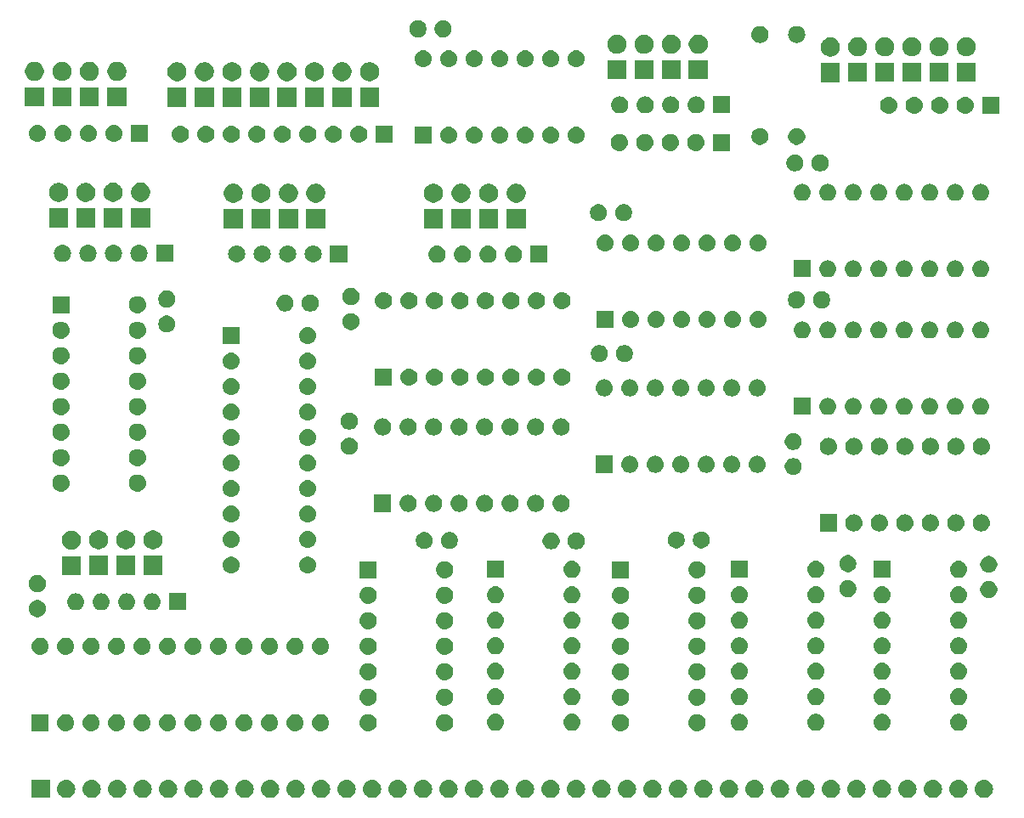
<source format=gbr>
G04 #@! TF.GenerationSoftware,KiCad,Pcbnew,(5.1.4-0-10_14)*
G04 #@! TF.CreationDate,2020-07-24T15:49:08-07:00*
G04 #@! TF.ProjectId,ya4b-alu,79613462-2d61-46c7-952e-6b696361645f,rev?*
G04 #@! TF.SameCoordinates,Original*
G04 #@! TF.FileFunction,Soldermask,Top*
G04 #@! TF.FilePolarity,Negative*
%FSLAX46Y46*%
G04 Gerber Fmt 4.6, Leading zero omitted, Abs format (unit mm)*
G04 Created by KiCad (PCBNEW (5.1.4-0-10_14)) date 2020-07-24 15:49:08*
%MOMM*%
%LPD*%
G04 APERTURE LIST*
%ADD10C,0.100000*%
G04 APERTURE END LIST*
D10*
G36*
X163407042Y-164319818D02*
G01*
X163473227Y-164326337D01*
X163643066Y-164377857D01*
X163799591Y-164461522D01*
X163835329Y-164490852D01*
X163936786Y-164574114D01*
X164020048Y-164675571D01*
X164049378Y-164711309D01*
X164133043Y-164867834D01*
X164184563Y-165037673D01*
X164201959Y-165214300D01*
X164184563Y-165390927D01*
X164133043Y-165560766D01*
X164049378Y-165717291D01*
X164020048Y-165753029D01*
X163936786Y-165854486D01*
X163835329Y-165937748D01*
X163799591Y-165967078D01*
X163643066Y-166050743D01*
X163473227Y-166102263D01*
X163407043Y-166108781D01*
X163340860Y-166115300D01*
X163252340Y-166115300D01*
X163186157Y-166108781D01*
X163119973Y-166102263D01*
X162950134Y-166050743D01*
X162793609Y-165967078D01*
X162757871Y-165937748D01*
X162656414Y-165854486D01*
X162573152Y-165753029D01*
X162543822Y-165717291D01*
X162460157Y-165560766D01*
X162408637Y-165390927D01*
X162391241Y-165214300D01*
X162408637Y-165037673D01*
X162460157Y-164867834D01*
X162543822Y-164711309D01*
X162573152Y-164675571D01*
X162656414Y-164574114D01*
X162757871Y-164490852D01*
X162793609Y-164461522D01*
X162950134Y-164377857D01*
X163119973Y-164326337D01*
X163186158Y-164319818D01*
X163252340Y-164313300D01*
X163340860Y-164313300D01*
X163407042Y-164319818D01*
X163407042Y-164319818D01*
G37*
G36*
X160867042Y-164319818D02*
G01*
X160933227Y-164326337D01*
X161103066Y-164377857D01*
X161259591Y-164461522D01*
X161295329Y-164490852D01*
X161396786Y-164574114D01*
X161480048Y-164675571D01*
X161509378Y-164711309D01*
X161593043Y-164867834D01*
X161644563Y-165037673D01*
X161661959Y-165214300D01*
X161644563Y-165390927D01*
X161593043Y-165560766D01*
X161509378Y-165717291D01*
X161480048Y-165753029D01*
X161396786Y-165854486D01*
X161295329Y-165937748D01*
X161259591Y-165967078D01*
X161103066Y-166050743D01*
X160933227Y-166102263D01*
X160867043Y-166108781D01*
X160800860Y-166115300D01*
X160712340Y-166115300D01*
X160646157Y-166108781D01*
X160579973Y-166102263D01*
X160410134Y-166050743D01*
X160253609Y-165967078D01*
X160217871Y-165937748D01*
X160116414Y-165854486D01*
X160033152Y-165753029D01*
X160003822Y-165717291D01*
X159920157Y-165560766D01*
X159868637Y-165390927D01*
X159851241Y-165214300D01*
X159868637Y-165037673D01*
X159920157Y-164867834D01*
X160003822Y-164711309D01*
X160033152Y-164675571D01*
X160116414Y-164574114D01*
X160217871Y-164490852D01*
X160253609Y-164461522D01*
X160410134Y-164377857D01*
X160579973Y-164326337D01*
X160646158Y-164319818D01*
X160712340Y-164313300D01*
X160800860Y-164313300D01*
X160867042Y-164319818D01*
X160867042Y-164319818D01*
G37*
G36*
X158327042Y-164319818D02*
G01*
X158393227Y-164326337D01*
X158563066Y-164377857D01*
X158719591Y-164461522D01*
X158755329Y-164490852D01*
X158856786Y-164574114D01*
X158940048Y-164675571D01*
X158969378Y-164711309D01*
X159053043Y-164867834D01*
X159104563Y-165037673D01*
X159121959Y-165214300D01*
X159104563Y-165390927D01*
X159053043Y-165560766D01*
X158969378Y-165717291D01*
X158940048Y-165753029D01*
X158856786Y-165854486D01*
X158755329Y-165937748D01*
X158719591Y-165967078D01*
X158563066Y-166050743D01*
X158393227Y-166102263D01*
X158327043Y-166108781D01*
X158260860Y-166115300D01*
X158172340Y-166115300D01*
X158106157Y-166108781D01*
X158039973Y-166102263D01*
X157870134Y-166050743D01*
X157713609Y-165967078D01*
X157677871Y-165937748D01*
X157576414Y-165854486D01*
X157493152Y-165753029D01*
X157463822Y-165717291D01*
X157380157Y-165560766D01*
X157328637Y-165390927D01*
X157311241Y-165214300D01*
X157328637Y-165037673D01*
X157380157Y-164867834D01*
X157463822Y-164711309D01*
X157493152Y-164675571D01*
X157576414Y-164574114D01*
X157677871Y-164490852D01*
X157713609Y-164461522D01*
X157870134Y-164377857D01*
X158039973Y-164326337D01*
X158106158Y-164319818D01*
X158172340Y-164313300D01*
X158260860Y-164313300D01*
X158327042Y-164319818D01*
X158327042Y-164319818D01*
G37*
G36*
X155787042Y-164319818D02*
G01*
X155853227Y-164326337D01*
X156023066Y-164377857D01*
X156179591Y-164461522D01*
X156215329Y-164490852D01*
X156316786Y-164574114D01*
X156400048Y-164675571D01*
X156429378Y-164711309D01*
X156513043Y-164867834D01*
X156564563Y-165037673D01*
X156581959Y-165214300D01*
X156564563Y-165390927D01*
X156513043Y-165560766D01*
X156429378Y-165717291D01*
X156400048Y-165753029D01*
X156316786Y-165854486D01*
X156215329Y-165937748D01*
X156179591Y-165967078D01*
X156023066Y-166050743D01*
X155853227Y-166102263D01*
X155787043Y-166108781D01*
X155720860Y-166115300D01*
X155632340Y-166115300D01*
X155566157Y-166108781D01*
X155499973Y-166102263D01*
X155330134Y-166050743D01*
X155173609Y-165967078D01*
X155137871Y-165937748D01*
X155036414Y-165854486D01*
X154953152Y-165753029D01*
X154923822Y-165717291D01*
X154840157Y-165560766D01*
X154788637Y-165390927D01*
X154771241Y-165214300D01*
X154788637Y-165037673D01*
X154840157Y-164867834D01*
X154923822Y-164711309D01*
X154953152Y-164675571D01*
X155036414Y-164574114D01*
X155137871Y-164490852D01*
X155173609Y-164461522D01*
X155330134Y-164377857D01*
X155499973Y-164326337D01*
X155566158Y-164319818D01*
X155632340Y-164313300D01*
X155720860Y-164313300D01*
X155787042Y-164319818D01*
X155787042Y-164319818D01*
G37*
G36*
X153247042Y-164319818D02*
G01*
X153313227Y-164326337D01*
X153483066Y-164377857D01*
X153639591Y-164461522D01*
X153675329Y-164490852D01*
X153776786Y-164574114D01*
X153860048Y-164675571D01*
X153889378Y-164711309D01*
X153973043Y-164867834D01*
X154024563Y-165037673D01*
X154041959Y-165214300D01*
X154024563Y-165390927D01*
X153973043Y-165560766D01*
X153889378Y-165717291D01*
X153860048Y-165753029D01*
X153776786Y-165854486D01*
X153675329Y-165937748D01*
X153639591Y-165967078D01*
X153483066Y-166050743D01*
X153313227Y-166102263D01*
X153247043Y-166108781D01*
X153180860Y-166115300D01*
X153092340Y-166115300D01*
X153026157Y-166108781D01*
X152959973Y-166102263D01*
X152790134Y-166050743D01*
X152633609Y-165967078D01*
X152597871Y-165937748D01*
X152496414Y-165854486D01*
X152413152Y-165753029D01*
X152383822Y-165717291D01*
X152300157Y-165560766D01*
X152248637Y-165390927D01*
X152231241Y-165214300D01*
X152248637Y-165037673D01*
X152300157Y-164867834D01*
X152383822Y-164711309D01*
X152413152Y-164675571D01*
X152496414Y-164574114D01*
X152597871Y-164490852D01*
X152633609Y-164461522D01*
X152790134Y-164377857D01*
X152959973Y-164326337D01*
X153026158Y-164319818D01*
X153092340Y-164313300D01*
X153180860Y-164313300D01*
X153247042Y-164319818D01*
X153247042Y-164319818D01*
G37*
G36*
X150707042Y-164319818D02*
G01*
X150773227Y-164326337D01*
X150943066Y-164377857D01*
X151099591Y-164461522D01*
X151135329Y-164490852D01*
X151236786Y-164574114D01*
X151320048Y-164675571D01*
X151349378Y-164711309D01*
X151433043Y-164867834D01*
X151484563Y-165037673D01*
X151501959Y-165214300D01*
X151484563Y-165390927D01*
X151433043Y-165560766D01*
X151349378Y-165717291D01*
X151320048Y-165753029D01*
X151236786Y-165854486D01*
X151135329Y-165937748D01*
X151099591Y-165967078D01*
X150943066Y-166050743D01*
X150773227Y-166102263D01*
X150707043Y-166108781D01*
X150640860Y-166115300D01*
X150552340Y-166115300D01*
X150486157Y-166108781D01*
X150419973Y-166102263D01*
X150250134Y-166050743D01*
X150093609Y-165967078D01*
X150057871Y-165937748D01*
X149956414Y-165854486D01*
X149873152Y-165753029D01*
X149843822Y-165717291D01*
X149760157Y-165560766D01*
X149708637Y-165390927D01*
X149691241Y-165214300D01*
X149708637Y-165037673D01*
X149760157Y-164867834D01*
X149843822Y-164711309D01*
X149873152Y-164675571D01*
X149956414Y-164574114D01*
X150057871Y-164490852D01*
X150093609Y-164461522D01*
X150250134Y-164377857D01*
X150419973Y-164326337D01*
X150486158Y-164319818D01*
X150552340Y-164313300D01*
X150640860Y-164313300D01*
X150707042Y-164319818D01*
X150707042Y-164319818D01*
G37*
G36*
X148167042Y-164319818D02*
G01*
X148233227Y-164326337D01*
X148403066Y-164377857D01*
X148559591Y-164461522D01*
X148595329Y-164490852D01*
X148696786Y-164574114D01*
X148780048Y-164675571D01*
X148809378Y-164711309D01*
X148893043Y-164867834D01*
X148944563Y-165037673D01*
X148961959Y-165214300D01*
X148944563Y-165390927D01*
X148893043Y-165560766D01*
X148809378Y-165717291D01*
X148780048Y-165753029D01*
X148696786Y-165854486D01*
X148595329Y-165937748D01*
X148559591Y-165967078D01*
X148403066Y-166050743D01*
X148233227Y-166102263D01*
X148167043Y-166108781D01*
X148100860Y-166115300D01*
X148012340Y-166115300D01*
X147946157Y-166108781D01*
X147879973Y-166102263D01*
X147710134Y-166050743D01*
X147553609Y-165967078D01*
X147517871Y-165937748D01*
X147416414Y-165854486D01*
X147333152Y-165753029D01*
X147303822Y-165717291D01*
X147220157Y-165560766D01*
X147168637Y-165390927D01*
X147151241Y-165214300D01*
X147168637Y-165037673D01*
X147220157Y-164867834D01*
X147303822Y-164711309D01*
X147333152Y-164675571D01*
X147416414Y-164574114D01*
X147517871Y-164490852D01*
X147553609Y-164461522D01*
X147710134Y-164377857D01*
X147879973Y-164326337D01*
X147946158Y-164319818D01*
X148012340Y-164313300D01*
X148100860Y-164313300D01*
X148167042Y-164319818D01*
X148167042Y-164319818D01*
G37*
G36*
X145627042Y-164319818D02*
G01*
X145693227Y-164326337D01*
X145863066Y-164377857D01*
X146019591Y-164461522D01*
X146055329Y-164490852D01*
X146156786Y-164574114D01*
X146240048Y-164675571D01*
X146269378Y-164711309D01*
X146353043Y-164867834D01*
X146404563Y-165037673D01*
X146421959Y-165214300D01*
X146404563Y-165390927D01*
X146353043Y-165560766D01*
X146269378Y-165717291D01*
X146240048Y-165753029D01*
X146156786Y-165854486D01*
X146055329Y-165937748D01*
X146019591Y-165967078D01*
X145863066Y-166050743D01*
X145693227Y-166102263D01*
X145627043Y-166108781D01*
X145560860Y-166115300D01*
X145472340Y-166115300D01*
X145406157Y-166108781D01*
X145339973Y-166102263D01*
X145170134Y-166050743D01*
X145013609Y-165967078D01*
X144977871Y-165937748D01*
X144876414Y-165854486D01*
X144793152Y-165753029D01*
X144763822Y-165717291D01*
X144680157Y-165560766D01*
X144628637Y-165390927D01*
X144611241Y-165214300D01*
X144628637Y-165037673D01*
X144680157Y-164867834D01*
X144763822Y-164711309D01*
X144793152Y-164675571D01*
X144876414Y-164574114D01*
X144977871Y-164490852D01*
X145013609Y-164461522D01*
X145170134Y-164377857D01*
X145339973Y-164326337D01*
X145406158Y-164319818D01*
X145472340Y-164313300D01*
X145560860Y-164313300D01*
X145627042Y-164319818D01*
X145627042Y-164319818D01*
G37*
G36*
X143087042Y-164319818D02*
G01*
X143153227Y-164326337D01*
X143323066Y-164377857D01*
X143479591Y-164461522D01*
X143515329Y-164490852D01*
X143616786Y-164574114D01*
X143700048Y-164675571D01*
X143729378Y-164711309D01*
X143813043Y-164867834D01*
X143864563Y-165037673D01*
X143881959Y-165214300D01*
X143864563Y-165390927D01*
X143813043Y-165560766D01*
X143729378Y-165717291D01*
X143700048Y-165753029D01*
X143616786Y-165854486D01*
X143515329Y-165937748D01*
X143479591Y-165967078D01*
X143323066Y-166050743D01*
X143153227Y-166102263D01*
X143087043Y-166108781D01*
X143020860Y-166115300D01*
X142932340Y-166115300D01*
X142866157Y-166108781D01*
X142799973Y-166102263D01*
X142630134Y-166050743D01*
X142473609Y-165967078D01*
X142437871Y-165937748D01*
X142336414Y-165854486D01*
X142253152Y-165753029D01*
X142223822Y-165717291D01*
X142140157Y-165560766D01*
X142088637Y-165390927D01*
X142071241Y-165214300D01*
X142088637Y-165037673D01*
X142140157Y-164867834D01*
X142223822Y-164711309D01*
X142253152Y-164675571D01*
X142336414Y-164574114D01*
X142437871Y-164490852D01*
X142473609Y-164461522D01*
X142630134Y-164377857D01*
X142799973Y-164326337D01*
X142866158Y-164319818D01*
X142932340Y-164313300D01*
X143020860Y-164313300D01*
X143087042Y-164319818D01*
X143087042Y-164319818D01*
G37*
G36*
X140547042Y-164319818D02*
G01*
X140613227Y-164326337D01*
X140783066Y-164377857D01*
X140939591Y-164461522D01*
X140975329Y-164490852D01*
X141076786Y-164574114D01*
X141160048Y-164675571D01*
X141189378Y-164711309D01*
X141273043Y-164867834D01*
X141324563Y-165037673D01*
X141341959Y-165214300D01*
X141324563Y-165390927D01*
X141273043Y-165560766D01*
X141189378Y-165717291D01*
X141160048Y-165753029D01*
X141076786Y-165854486D01*
X140975329Y-165937748D01*
X140939591Y-165967078D01*
X140783066Y-166050743D01*
X140613227Y-166102263D01*
X140547043Y-166108781D01*
X140480860Y-166115300D01*
X140392340Y-166115300D01*
X140326157Y-166108781D01*
X140259973Y-166102263D01*
X140090134Y-166050743D01*
X139933609Y-165967078D01*
X139897871Y-165937748D01*
X139796414Y-165854486D01*
X139713152Y-165753029D01*
X139683822Y-165717291D01*
X139600157Y-165560766D01*
X139548637Y-165390927D01*
X139531241Y-165214300D01*
X139548637Y-165037673D01*
X139600157Y-164867834D01*
X139683822Y-164711309D01*
X139713152Y-164675571D01*
X139796414Y-164574114D01*
X139897871Y-164490852D01*
X139933609Y-164461522D01*
X140090134Y-164377857D01*
X140259973Y-164326337D01*
X140326158Y-164319818D01*
X140392340Y-164313300D01*
X140480860Y-164313300D01*
X140547042Y-164319818D01*
X140547042Y-164319818D01*
G37*
G36*
X138007042Y-164319818D02*
G01*
X138073227Y-164326337D01*
X138243066Y-164377857D01*
X138399591Y-164461522D01*
X138435329Y-164490852D01*
X138536786Y-164574114D01*
X138620048Y-164675571D01*
X138649378Y-164711309D01*
X138733043Y-164867834D01*
X138784563Y-165037673D01*
X138801959Y-165214300D01*
X138784563Y-165390927D01*
X138733043Y-165560766D01*
X138649378Y-165717291D01*
X138620048Y-165753029D01*
X138536786Y-165854486D01*
X138435329Y-165937748D01*
X138399591Y-165967078D01*
X138243066Y-166050743D01*
X138073227Y-166102263D01*
X138007043Y-166108781D01*
X137940860Y-166115300D01*
X137852340Y-166115300D01*
X137786157Y-166108781D01*
X137719973Y-166102263D01*
X137550134Y-166050743D01*
X137393609Y-165967078D01*
X137357871Y-165937748D01*
X137256414Y-165854486D01*
X137173152Y-165753029D01*
X137143822Y-165717291D01*
X137060157Y-165560766D01*
X137008637Y-165390927D01*
X136991241Y-165214300D01*
X137008637Y-165037673D01*
X137060157Y-164867834D01*
X137143822Y-164711309D01*
X137173152Y-164675571D01*
X137256414Y-164574114D01*
X137357871Y-164490852D01*
X137393609Y-164461522D01*
X137550134Y-164377857D01*
X137719973Y-164326337D01*
X137786158Y-164319818D01*
X137852340Y-164313300D01*
X137940860Y-164313300D01*
X138007042Y-164319818D01*
X138007042Y-164319818D01*
G37*
G36*
X135467042Y-164319818D02*
G01*
X135533227Y-164326337D01*
X135703066Y-164377857D01*
X135859591Y-164461522D01*
X135895329Y-164490852D01*
X135996786Y-164574114D01*
X136080048Y-164675571D01*
X136109378Y-164711309D01*
X136193043Y-164867834D01*
X136244563Y-165037673D01*
X136261959Y-165214300D01*
X136244563Y-165390927D01*
X136193043Y-165560766D01*
X136109378Y-165717291D01*
X136080048Y-165753029D01*
X135996786Y-165854486D01*
X135895329Y-165937748D01*
X135859591Y-165967078D01*
X135703066Y-166050743D01*
X135533227Y-166102263D01*
X135467043Y-166108781D01*
X135400860Y-166115300D01*
X135312340Y-166115300D01*
X135246157Y-166108781D01*
X135179973Y-166102263D01*
X135010134Y-166050743D01*
X134853609Y-165967078D01*
X134817871Y-165937748D01*
X134716414Y-165854486D01*
X134633152Y-165753029D01*
X134603822Y-165717291D01*
X134520157Y-165560766D01*
X134468637Y-165390927D01*
X134451241Y-165214300D01*
X134468637Y-165037673D01*
X134520157Y-164867834D01*
X134603822Y-164711309D01*
X134633152Y-164675571D01*
X134716414Y-164574114D01*
X134817871Y-164490852D01*
X134853609Y-164461522D01*
X135010134Y-164377857D01*
X135179973Y-164326337D01*
X135246158Y-164319818D01*
X135312340Y-164313300D01*
X135400860Y-164313300D01*
X135467042Y-164319818D01*
X135467042Y-164319818D01*
G37*
G36*
X132927042Y-164319818D02*
G01*
X132993227Y-164326337D01*
X133163066Y-164377857D01*
X133319591Y-164461522D01*
X133355329Y-164490852D01*
X133456786Y-164574114D01*
X133540048Y-164675571D01*
X133569378Y-164711309D01*
X133653043Y-164867834D01*
X133704563Y-165037673D01*
X133721959Y-165214300D01*
X133704563Y-165390927D01*
X133653043Y-165560766D01*
X133569378Y-165717291D01*
X133540048Y-165753029D01*
X133456786Y-165854486D01*
X133355329Y-165937748D01*
X133319591Y-165967078D01*
X133163066Y-166050743D01*
X132993227Y-166102263D01*
X132927043Y-166108781D01*
X132860860Y-166115300D01*
X132772340Y-166115300D01*
X132706157Y-166108781D01*
X132639973Y-166102263D01*
X132470134Y-166050743D01*
X132313609Y-165967078D01*
X132277871Y-165937748D01*
X132176414Y-165854486D01*
X132093152Y-165753029D01*
X132063822Y-165717291D01*
X131980157Y-165560766D01*
X131928637Y-165390927D01*
X131911241Y-165214300D01*
X131928637Y-165037673D01*
X131980157Y-164867834D01*
X132063822Y-164711309D01*
X132093152Y-164675571D01*
X132176414Y-164574114D01*
X132277871Y-164490852D01*
X132313609Y-164461522D01*
X132470134Y-164377857D01*
X132639973Y-164326337D01*
X132706158Y-164319818D01*
X132772340Y-164313300D01*
X132860860Y-164313300D01*
X132927042Y-164319818D01*
X132927042Y-164319818D01*
G37*
G36*
X130387042Y-164319818D02*
G01*
X130453227Y-164326337D01*
X130623066Y-164377857D01*
X130779591Y-164461522D01*
X130815329Y-164490852D01*
X130916786Y-164574114D01*
X131000048Y-164675571D01*
X131029378Y-164711309D01*
X131113043Y-164867834D01*
X131164563Y-165037673D01*
X131181959Y-165214300D01*
X131164563Y-165390927D01*
X131113043Y-165560766D01*
X131029378Y-165717291D01*
X131000048Y-165753029D01*
X130916786Y-165854486D01*
X130815329Y-165937748D01*
X130779591Y-165967078D01*
X130623066Y-166050743D01*
X130453227Y-166102263D01*
X130387043Y-166108781D01*
X130320860Y-166115300D01*
X130232340Y-166115300D01*
X130166157Y-166108781D01*
X130099973Y-166102263D01*
X129930134Y-166050743D01*
X129773609Y-165967078D01*
X129737871Y-165937748D01*
X129636414Y-165854486D01*
X129553152Y-165753029D01*
X129523822Y-165717291D01*
X129440157Y-165560766D01*
X129388637Y-165390927D01*
X129371241Y-165214300D01*
X129388637Y-165037673D01*
X129440157Y-164867834D01*
X129523822Y-164711309D01*
X129553152Y-164675571D01*
X129636414Y-164574114D01*
X129737871Y-164490852D01*
X129773609Y-164461522D01*
X129930134Y-164377857D01*
X130099973Y-164326337D01*
X130166158Y-164319818D01*
X130232340Y-164313300D01*
X130320860Y-164313300D01*
X130387042Y-164319818D01*
X130387042Y-164319818D01*
G37*
G36*
X127847042Y-164319818D02*
G01*
X127913227Y-164326337D01*
X128083066Y-164377857D01*
X128239591Y-164461522D01*
X128275329Y-164490852D01*
X128376786Y-164574114D01*
X128460048Y-164675571D01*
X128489378Y-164711309D01*
X128573043Y-164867834D01*
X128624563Y-165037673D01*
X128641959Y-165214300D01*
X128624563Y-165390927D01*
X128573043Y-165560766D01*
X128489378Y-165717291D01*
X128460048Y-165753029D01*
X128376786Y-165854486D01*
X128275329Y-165937748D01*
X128239591Y-165967078D01*
X128083066Y-166050743D01*
X127913227Y-166102263D01*
X127847043Y-166108781D01*
X127780860Y-166115300D01*
X127692340Y-166115300D01*
X127626157Y-166108781D01*
X127559973Y-166102263D01*
X127390134Y-166050743D01*
X127233609Y-165967078D01*
X127197871Y-165937748D01*
X127096414Y-165854486D01*
X127013152Y-165753029D01*
X126983822Y-165717291D01*
X126900157Y-165560766D01*
X126848637Y-165390927D01*
X126831241Y-165214300D01*
X126848637Y-165037673D01*
X126900157Y-164867834D01*
X126983822Y-164711309D01*
X127013152Y-164675571D01*
X127096414Y-164574114D01*
X127197871Y-164490852D01*
X127233609Y-164461522D01*
X127390134Y-164377857D01*
X127559973Y-164326337D01*
X127626158Y-164319818D01*
X127692340Y-164313300D01*
X127780860Y-164313300D01*
X127847042Y-164319818D01*
X127847042Y-164319818D01*
G37*
G36*
X125307042Y-164319818D02*
G01*
X125373227Y-164326337D01*
X125543066Y-164377857D01*
X125699591Y-164461522D01*
X125735329Y-164490852D01*
X125836786Y-164574114D01*
X125920048Y-164675571D01*
X125949378Y-164711309D01*
X126033043Y-164867834D01*
X126084563Y-165037673D01*
X126101959Y-165214300D01*
X126084563Y-165390927D01*
X126033043Y-165560766D01*
X125949378Y-165717291D01*
X125920048Y-165753029D01*
X125836786Y-165854486D01*
X125735329Y-165937748D01*
X125699591Y-165967078D01*
X125543066Y-166050743D01*
X125373227Y-166102263D01*
X125307043Y-166108781D01*
X125240860Y-166115300D01*
X125152340Y-166115300D01*
X125086157Y-166108781D01*
X125019973Y-166102263D01*
X124850134Y-166050743D01*
X124693609Y-165967078D01*
X124657871Y-165937748D01*
X124556414Y-165854486D01*
X124473152Y-165753029D01*
X124443822Y-165717291D01*
X124360157Y-165560766D01*
X124308637Y-165390927D01*
X124291241Y-165214300D01*
X124308637Y-165037673D01*
X124360157Y-164867834D01*
X124443822Y-164711309D01*
X124473152Y-164675571D01*
X124556414Y-164574114D01*
X124657871Y-164490852D01*
X124693609Y-164461522D01*
X124850134Y-164377857D01*
X125019973Y-164326337D01*
X125086158Y-164319818D01*
X125152340Y-164313300D01*
X125240860Y-164313300D01*
X125307042Y-164319818D01*
X125307042Y-164319818D01*
G37*
G36*
X122767042Y-164319818D02*
G01*
X122833227Y-164326337D01*
X123003066Y-164377857D01*
X123159591Y-164461522D01*
X123195329Y-164490852D01*
X123296786Y-164574114D01*
X123380048Y-164675571D01*
X123409378Y-164711309D01*
X123493043Y-164867834D01*
X123544563Y-165037673D01*
X123561959Y-165214300D01*
X123544563Y-165390927D01*
X123493043Y-165560766D01*
X123409378Y-165717291D01*
X123380048Y-165753029D01*
X123296786Y-165854486D01*
X123195329Y-165937748D01*
X123159591Y-165967078D01*
X123003066Y-166050743D01*
X122833227Y-166102263D01*
X122767043Y-166108781D01*
X122700860Y-166115300D01*
X122612340Y-166115300D01*
X122546157Y-166108781D01*
X122479973Y-166102263D01*
X122310134Y-166050743D01*
X122153609Y-165967078D01*
X122117871Y-165937748D01*
X122016414Y-165854486D01*
X121933152Y-165753029D01*
X121903822Y-165717291D01*
X121820157Y-165560766D01*
X121768637Y-165390927D01*
X121751241Y-165214300D01*
X121768637Y-165037673D01*
X121820157Y-164867834D01*
X121903822Y-164711309D01*
X121933152Y-164675571D01*
X122016414Y-164574114D01*
X122117871Y-164490852D01*
X122153609Y-164461522D01*
X122310134Y-164377857D01*
X122479973Y-164326337D01*
X122546158Y-164319818D01*
X122612340Y-164313300D01*
X122700860Y-164313300D01*
X122767042Y-164319818D01*
X122767042Y-164319818D01*
G37*
G36*
X120227042Y-164319818D02*
G01*
X120293227Y-164326337D01*
X120463066Y-164377857D01*
X120619591Y-164461522D01*
X120655329Y-164490852D01*
X120756786Y-164574114D01*
X120840048Y-164675571D01*
X120869378Y-164711309D01*
X120953043Y-164867834D01*
X121004563Y-165037673D01*
X121021959Y-165214300D01*
X121004563Y-165390927D01*
X120953043Y-165560766D01*
X120869378Y-165717291D01*
X120840048Y-165753029D01*
X120756786Y-165854486D01*
X120655329Y-165937748D01*
X120619591Y-165967078D01*
X120463066Y-166050743D01*
X120293227Y-166102263D01*
X120227043Y-166108781D01*
X120160860Y-166115300D01*
X120072340Y-166115300D01*
X120006157Y-166108781D01*
X119939973Y-166102263D01*
X119770134Y-166050743D01*
X119613609Y-165967078D01*
X119577871Y-165937748D01*
X119476414Y-165854486D01*
X119393152Y-165753029D01*
X119363822Y-165717291D01*
X119280157Y-165560766D01*
X119228637Y-165390927D01*
X119211241Y-165214300D01*
X119228637Y-165037673D01*
X119280157Y-164867834D01*
X119363822Y-164711309D01*
X119393152Y-164675571D01*
X119476414Y-164574114D01*
X119577871Y-164490852D01*
X119613609Y-164461522D01*
X119770134Y-164377857D01*
X119939973Y-164326337D01*
X120006158Y-164319818D01*
X120072340Y-164313300D01*
X120160860Y-164313300D01*
X120227042Y-164319818D01*
X120227042Y-164319818D01*
G37*
G36*
X117687042Y-164319818D02*
G01*
X117753227Y-164326337D01*
X117923066Y-164377857D01*
X118079591Y-164461522D01*
X118115329Y-164490852D01*
X118216786Y-164574114D01*
X118300048Y-164675571D01*
X118329378Y-164711309D01*
X118413043Y-164867834D01*
X118464563Y-165037673D01*
X118481959Y-165214300D01*
X118464563Y-165390927D01*
X118413043Y-165560766D01*
X118329378Y-165717291D01*
X118300048Y-165753029D01*
X118216786Y-165854486D01*
X118115329Y-165937748D01*
X118079591Y-165967078D01*
X117923066Y-166050743D01*
X117753227Y-166102263D01*
X117687043Y-166108781D01*
X117620860Y-166115300D01*
X117532340Y-166115300D01*
X117466157Y-166108781D01*
X117399973Y-166102263D01*
X117230134Y-166050743D01*
X117073609Y-165967078D01*
X117037871Y-165937748D01*
X116936414Y-165854486D01*
X116853152Y-165753029D01*
X116823822Y-165717291D01*
X116740157Y-165560766D01*
X116688637Y-165390927D01*
X116671241Y-165214300D01*
X116688637Y-165037673D01*
X116740157Y-164867834D01*
X116823822Y-164711309D01*
X116853152Y-164675571D01*
X116936414Y-164574114D01*
X117037871Y-164490852D01*
X117073609Y-164461522D01*
X117230134Y-164377857D01*
X117399973Y-164326337D01*
X117466158Y-164319818D01*
X117532340Y-164313300D01*
X117620860Y-164313300D01*
X117687042Y-164319818D01*
X117687042Y-164319818D01*
G37*
G36*
X115147042Y-164319818D02*
G01*
X115213227Y-164326337D01*
X115383066Y-164377857D01*
X115539591Y-164461522D01*
X115575329Y-164490852D01*
X115676786Y-164574114D01*
X115760048Y-164675571D01*
X115789378Y-164711309D01*
X115873043Y-164867834D01*
X115924563Y-165037673D01*
X115941959Y-165214300D01*
X115924563Y-165390927D01*
X115873043Y-165560766D01*
X115789378Y-165717291D01*
X115760048Y-165753029D01*
X115676786Y-165854486D01*
X115575329Y-165937748D01*
X115539591Y-165967078D01*
X115383066Y-166050743D01*
X115213227Y-166102263D01*
X115147043Y-166108781D01*
X115080860Y-166115300D01*
X114992340Y-166115300D01*
X114926157Y-166108781D01*
X114859973Y-166102263D01*
X114690134Y-166050743D01*
X114533609Y-165967078D01*
X114497871Y-165937748D01*
X114396414Y-165854486D01*
X114313152Y-165753029D01*
X114283822Y-165717291D01*
X114200157Y-165560766D01*
X114148637Y-165390927D01*
X114131241Y-165214300D01*
X114148637Y-165037673D01*
X114200157Y-164867834D01*
X114283822Y-164711309D01*
X114313152Y-164675571D01*
X114396414Y-164574114D01*
X114497871Y-164490852D01*
X114533609Y-164461522D01*
X114690134Y-164377857D01*
X114859973Y-164326337D01*
X114926158Y-164319818D01*
X114992340Y-164313300D01*
X115080860Y-164313300D01*
X115147042Y-164319818D01*
X115147042Y-164319818D01*
G37*
G36*
X112607042Y-164319818D02*
G01*
X112673227Y-164326337D01*
X112843066Y-164377857D01*
X112999591Y-164461522D01*
X113035329Y-164490852D01*
X113136786Y-164574114D01*
X113220048Y-164675571D01*
X113249378Y-164711309D01*
X113333043Y-164867834D01*
X113384563Y-165037673D01*
X113401959Y-165214300D01*
X113384563Y-165390927D01*
X113333043Y-165560766D01*
X113249378Y-165717291D01*
X113220048Y-165753029D01*
X113136786Y-165854486D01*
X113035329Y-165937748D01*
X112999591Y-165967078D01*
X112843066Y-166050743D01*
X112673227Y-166102263D01*
X112607043Y-166108781D01*
X112540860Y-166115300D01*
X112452340Y-166115300D01*
X112386157Y-166108781D01*
X112319973Y-166102263D01*
X112150134Y-166050743D01*
X111993609Y-165967078D01*
X111957871Y-165937748D01*
X111856414Y-165854486D01*
X111773152Y-165753029D01*
X111743822Y-165717291D01*
X111660157Y-165560766D01*
X111608637Y-165390927D01*
X111591241Y-165214300D01*
X111608637Y-165037673D01*
X111660157Y-164867834D01*
X111743822Y-164711309D01*
X111773152Y-164675571D01*
X111856414Y-164574114D01*
X111957871Y-164490852D01*
X111993609Y-164461522D01*
X112150134Y-164377857D01*
X112319973Y-164326337D01*
X112386158Y-164319818D01*
X112452340Y-164313300D01*
X112540860Y-164313300D01*
X112607042Y-164319818D01*
X112607042Y-164319818D01*
G37*
G36*
X110067042Y-164319818D02*
G01*
X110133227Y-164326337D01*
X110303066Y-164377857D01*
X110459591Y-164461522D01*
X110495329Y-164490852D01*
X110596786Y-164574114D01*
X110680048Y-164675571D01*
X110709378Y-164711309D01*
X110793043Y-164867834D01*
X110844563Y-165037673D01*
X110861959Y-165214300D01*
X110844563Y-165390927D01*
X110793043Y-165560766D01*
X110709378Y-165717291D01*
X110680048Y-165753029D01*
X110596786Y-165854486D01*
X110495329Y-165937748D01*
X110459591Y-165967078D01*
X110303066Y-166050743D01*
X110133227Y-166102263D01*
X110067043Y-166108781D01*
X110000860Y-166115300D01*
X109912340Y-166115300D01*
X109846157Y-166108781D01*
X109779973Y-166102263D01*
X109610134Y-166050743D01*
X109453609Y-165967078D01*
X109417871Y-165937748D01*
X109316414Y-165854486D01*
X109233152Y-165753029D01*
X109203822Y-165717291D01*
X109120157Y-165560766D01*
X109068637Y-165390927D01*
X109051241Y-165214300D01*
X109068637Y-165037673D01*
X109120157Y-164867834D01*
X109203822Y-164711309D01*
X109233152Y-164675571D01*
X109316414Y-164574114D01*
X109417871Y-164490852D01*
X109453609Y-164461522D01*
X109610134Y-164377857D01*
X109779973Y-164326337D01*
X109846158Y-164319818D01*
X109912340Y-164313300D01*
X110000860Y-164313300D01*
X110067042Y-164319818D01*
X110067042Y-164319818D01*
G37*
G36*
X107527042Y-164319818D02*
G01*
X107593227Y-164326337D01*
X107763066Y-164377857D01*
X107919591Y-164461522D01*
X107955329Y-164490852D01*
X108056786Y-164574114D01*
X108140048Y-164675571D01*
X108169378Y-164711309D01*
X108253043Y-164867834D01*
X108304563Y-165037673D01*
X108321959Y-165214300D01*
X108304563Y-165390927D01*
X108253043Y-165560766D01*
X108169378Y-165717291D01*
X108140048Y-165753029D01*
X108056786Y-165854486D01*
X107955329Y-165937748D01*
X107919591Y-165967078D01*
X107763066Y-166050743D01*
X107593227Y-166102263D01*
X107527043Y-166108781D01*
X107460860Y-166115300D01*
X107372340Y-166115300D01*
X107306157Y-166108781D01*
X107239973Y-166102263D01*
X107070134Y-166050743D01*
X106913609Y-165967078D01*
X106877871Y-165937748D01*
X106776414Y-165854486D01*
X106693152Y-165753029D01*
X106663822Y-165717291D01*
X106580157Y-165560766D01*
X106528637Y-165390927D01*
X106511241Y-165214300D01*
X106528637Y-165037673D01*
X106580157Y-164867834D01*
X106663822Y-164711309D01*
X106693152Y-164675571D01*
X106776414Y-164574114D01*
X106877871Y-164490852D01*
X106913609Y-164461522D01*
X107070134Y-164377857D01*
X107239973Y-164326337D01*
X107306158Y-164319818D01*
X107372340Y-164313300D01*
X107460860Y-164313300D01*
X107527042Y-164319818D01*
X107527042Y-164319818D01*
G37*
G36*
X104987042Y-164319818D02*
G01*
X105053227Y-164326337D01*
X105223066Y-164377857D01*
X105379591Y-164461522D01*
X105415329Y-164490852D01*
X105516786Y-164574114D01*
X105600048Y-164675571D01*
X105629378Y-164711309D01*
X105713043Y-164867834D01*
X105764563Y-165037673D01*
X105781959Y-165214300D01*
X105764563Y-165390927D01*
X105713043Y-165560766D01*
X105629378Y-165717291D01*
X105600048Y-165753029D01*
X105516786Y-165854486D01*
X105415329Y-165937748D01*
X105379591Y-165967078D01*
X105223066Y-166050743D01*
X105053227Y-166102263D01*
X104987043Y-166108781D01*
X104920860Y-166115300D01*
X104832340Y-166115300D01*
X104766157Y-166108781D01*
X104699973Y-166102263D01*
X104530134Y-166050743D01*
X104373609Y-165967078D01*
X104337871Y-165937748D01*
X104236414Y-165854486D01*
X104153152Y-165753029D01*
X104123822Y-165717291D01*
X104040157Y-165560766D01*
X103988637Y-165390927D01*
X103971241Y-165214300D01*
X103988637Y-165037673D01*
X104040157Y-164867834D01*
X104123822Y-164711309D01*
X104153152Y-164675571D01*
X104236414Y-164574114D01*
X104337871Y-164490852D01*
X104373609Y-164461522D01*
X104530134Y-164377857D01*
X104699973Y-164326337D01*
X104766158Y-164319818D01*
X104832340Y-164313300D01*
X104920860Y-164313300D01*
X104987042Y-164319818D01*
X104987042Y-164319818D01*
G37*
G36*
X102447042Y-164319818D02*
G01*
X102513227Y-164326337D01*
X102683066Y-164377857D01*
X102839591Y-164461522D01*
X102875329Y-164490852D01*
X102976786Y-164574114D01*
X103060048Y-164675571D01*
X103089378Y-164711309D01*
X103173043Y-164867834D01*
X103224563Y-165037673D01*
X103241959Y-165214300D01*
X103224563Y-165390927D01*
X103173043Y-165560766D01*
X103089378Y-165717291D01*
X103060048Y-165753029D01*
X102976786Y-165854486D01*
X102875329Y-165937748D01*
X102839591Y-165967078D01*
X102683066Y-166050743D01*
X102513227Y-166102263D01*
X102447043Y-166108781D01*
X102380860Y-166115300D01*
X102292340Y-166115300D01*
X102226157Y-166108781D01*
X102159973Y-166102263D01*
X101990134Y-166050743D01*
X101833609Y-165967078D01*
X101797871Y-165937748D01*
X101696414Y-165854486D01*
X101613152Y-165753029D01*
X101583822Y-165717291D01*
X101500157Y-165560766D01*
X101448637Y-165390927D01*
X101431241Y-165214300D01*
X101448637Y-165037673D01*
X101500157Y-164867834D01*
X101583822Y-164711309D01*
X101613152Y-164675571D01*
X101696414Y-164574114D01*
X101797871Y-164490852D01*
X101833609Y-164461522D01*
X101990134Y-164377857D01*
X102159973Y-164326337D01*
X102226158Y-164319818D01*
X102292340Y-164313300D01*
X102380860Y-164313300D01*
X102447042Y-164319818D01*
X102447042Y-164319818D01*
G37*
G36*
X99907042Y-164319818D02*
G01*
X99973227Y-164326337D01*
X100143066Y-164377857D01*
X100299591Y-164461522D01*
X100335329Y-164490852D01*
X100436786Y-164574114D01*
X100520048Y-164675571D01*
X100549378Y-164711309D01*
X100633043Y-164867834D01*
X100684563Y-165037673D01*
X100701959Y-165214300D01*
X100684563Y-165390927D01*
X100633043Y-165560766D01*
X100549378Y-165717291D01*
X100520048Y-165753029D01*
X100436786Y-165854486D01*
X100335329Y-165937748D01*
X100299591Y-165967078D01*
X100143066Y-166050743D01*
X99973227Y-166102263D01*
X99907043Y-166108781D01*
X99840860Y-166115300D01*
X99752340Y-166115300D01*
X99686157Y-166108781D01*
X99619973Y-166102263D01*
X99450134Y-166050743D01*
X99293609Y-165967078D01*
X99257871Y-165937748D01*
X99156414Y-165854486D01*
X99073152Y-165753029D01*
X99043822Y-165717291D01*
X98960157Y-165560766D01*
X98908637Y-165390927D01*
X98891241Y-165214300D01*
X98908637Y-165037673D01*
X98960157Y-164867834D01*
X99043822Y-164711309D01*
X99073152Y-164675571D01*
X99156414Y-164574114D01*
X99257871Y-164490852D01*
X99293609Y-164461522D01*
X99450134Y-164377857D01*
X99619973Y-164326337D01*
X99686158Y-164319818D01*
X99752340Y-164313300D01*
X99840860Y-164313300D01*
X99907042Y-164319818D01*
X99907042Y-164319818D01*
G37*
G36*
X97367042Y-164319818D02*
G01*
X97433227Y-164326337D01*
X97603066Y-164377857D01*
X97759591Y-164461522D01*
X97795329Y-164490852D01*
X97896786Y-164574114D01*
X97980048Y-164675571D01*
X98009378Y-164711309D01*
X98093043Y-164867834D01*
X98144563Y-165037673D01*
X98161959Y-165214300D01*
X98144563Y-165390927D01*
X98093043Y-165560766D01*
X98009378Y-165717291D01*
X97980048Y-165753029D01*
X97896786Y-165854486D01*
X97795329Y-165937748D01*
X97759591Y-165967078D01*
X97603066Y-166050743D01*
X97433227Y-166102263D01*
X97367043Y-166108781D01*
X97300860Y-166115300D01*
X97212340Y-166115300D01*
X97146157Y-166108781D01*
X97079973Y-166102263D01*
X96910134Y-166050743D01*
X96753609Y-165967078D01*
X96717871Y-165937748D01*
X96616414Y-165854486D01*
X96533152Y-165753029D01*
X96503822Y-165717291D01*
X96420157Y-165560766D01*
X96368637Y-165390927D01*
X96351241Y-165214300D01*
X96368637Y-165037673D01*
X96420157Y-164867834D01*
X96503822Y-164711309D01*
X96533152Y-164675571D01*
X96616414Y-164574114D01*
X96717871Y-164490852D01*
X96753609Y-164461522D01*
X96910134Y-164377857D01*
X97079973Y-164326337D01*
X97146158Y-164319818D01*
X97212340Y-164313300D01*
X97300860Y-164313300D01*
X97367042Y-164319818D01*
X97367042Y-164319818D01*
G37*
G36*
X94827042Y-164319818D02*
G01*
X94893227Y-164326337D01*
X95063066Y-164377857D01*
X95219591Y-164461522D01*
X95255329Y-164490852D01*
X95356786Y-164574114D01*
X95440048Y-164675571D01*
X95469378Y-164711309D01*
X95553043Y-164867834D01*
X95604563Y-165037673D01*
X95621959Y-165214300D01*
X95604563Y-165390927D01*
X95553043Y-165560766D01*
X95469378Y-165717291D01*
X95440048Y-165753029D01*
X95356786Y-165854486D01*
X95255329Y-165937748D01*
X95219591Y-165967078D01*
X95063066Y-166050743D01*
X94893227Y-166102263D01*
X94827043Y-166108781D01*
X94760860Y-166115300D01*
X94672340Y-166115300D01*
X94606157Y-166108781D01*
X94539973Y-166102263D01*
X94370134Y-166050743D01*
X94213609Y-165967078D01*
X94177871Y-165937748D01*
X94076414Y-165854486D01*
X93993152Y-165753029D01*
X93963822Y-165717291D01*
X93880157Y-165560766D01*
X93828637Y-165390927D01*
X93811241Y-165214300D01*
X93828637Y-165037673D01*
X93880157Y-164867834D01*
X93963822Y-164711309D01*
X93993152Y-164675571D01*
X94076414Y-164574114D01*
X94177871Y-164490852D01*
X94213609Y-164461522D01*
X94370134Y-164377857D01*
X94539973Y-164326337D01*
X94606158Y-164319818D01*
X94672340Y-164313300D01*
X94760860Y-164313300D01*
X94827042Y-164319818D01*
X94827042Y-164319818D01*
G37*
G36*
X92287042Y-164319818D02*
G01*
X92353227Y-164326337D01*
X92523066Y-164377857D01*
X92679591Y-164461522D01*
X92715329Y-164490852D01*
X92816786Y-164574114D01*
X92900048Y-164675571D01*
X92929378Y-164711309D01*
X93013043Y-164867834D01*
X93064563Y-165037673D01*
X93081959Y-165214300D01*
X93064563Y-165390927D01*
X93013043Y-165560766D01*
X92929378Y-165717291D01*
X92900048Y-165753029D01*
X92816786Y-165854486D01*
X92715329Y-165937748D01*
X92679591Y-165967078D01*
X92523066Y-166050743D01*
X92353227Y-166102263D01*
X92287043Y-166108781D01*
X92220860Y-166115300D01*
X92132340Y-166115300D01*
X92066157Y-166108781D01*
X91999973Y-166102263D01*
X91830134Y-166050743D01*
X91673609Y-165967078D01*
X91637871Y-165937748D01*
X91536414Y-165854486D01*
X91453152Y-165753029D01*
X91423822Y-165717291D01*
X91340157Y-165560766D01*
X91288637Y-165390927D01*
X91271241Y-165214300D01*
X91288637Y-165037673D01*
X91340157Y-164867834D01*
X91423822Y-164711309D01*
X91453152Y-164675571D01*
X91536414Y-164574114D01*
X91637871Y-164490852D01*
X91673609Y-164461522D01*
X91830134Y-164377857D01*
X91999973Y-164326337D01*
X92066158Y-164319818D01*
X92132340Y-164313300D01*
X92220860Y-164313300D01*
X92287042Y-164319818D01*
X92287042Y-164319818D01*
G37*
G36*
X89747042Y-164319818D02*
G01*
X89813227Y-164326337D01*
X89983066Y-164377857D01*
X90139591Y-164461522D01*
X90175329Y-164490852D01*
X90276786Y-164574114D01*
X90360048Y-164675571D01*
X90389378Y-164711309D01*
X90473043Y-164867834D01*
X90524563Y-165037673D01*
X90541959Y-165214300D01*
X90524563Y-165390927D01*
X90473043Y-165560766D01*
X90389378Y-165717291D01*
X90360048Y-165753029D01*
X90276786Y-165854486D01*
X90175329Y-165937748D01*
X90139591Y-165967078D01*
X89983066Y-166050743D01*
X89813227Y-166102263D01*
X89747043Y-166108781D01*
X89680860Y-166115300D01*
X89592340Y-166115300D01*
X89526157Y-166108781D01*
X89459973Y-166102263D01*
X89290134Y-166050743D01*
X89133609Y-165967078D01*
X89097871Y-165937748D01*
X88996414Y-165854486D01*
X88913152Y-165753029D01*
X88883822Y-165717291D01*
X88800157Y-165560766D01*
X88748637Y-165390927D01*
X88731241Y-165214300D01*
X88748637Y-165037673D01*
X88800157Y-164867834D01*
X88883822Y-164711309D01*
X88913152Y-164675571D01*
X88996414Y-164574114D01*
X89097871Y-164490852D01*
X89133609Y-164461522D01*
X89290134Y-164377857D01*
X89459973Y-164326337D01*
X89526158Y-164319818D01*
X89592340Y-164313300D01*
X89680860Y-164313300D01*
X89747042Y-164319818D01*
X89747042Y-164319818D01*
G37*
G36*
X87207042Y-164319818D02*
G01*
X87273227Y-164326337D01*
X87443066Y-164377857D01*
X87599591Y-164461522D01*
X87635329Y-164490852D01*
X87736786Y-164574114D01*
X87820048Y-164675571D01*
X87849378Y-164711309D01*
X87933043Y-164867834D01*
X87984563Y-165037673D01*
X88001959Y-165214300D01*
X87984563Y-165390927D01*
X87933043Y-165560766D01*
X87849378Y-165717291D01*
X87820048Y-165753029D01*
X87736786Y-165854486D01*
X87635329Y-165937748D01*
X87599591Y-165967078D01*
X87443066Y-166050743D01*
X87273227Y-166102263D01*
X87207043Y-166108781D01*
X87140860Y-166115300D01*
X87052340Y-166115300D01*
X86986157Y-166108781D01*
X86919973Y-166102263D01*
X86750134Y-166050743D01*
X86593609Y-165967078D01*
X86557871Y-165937748D01*
X86456414Y-165854486D01*
X86373152Y-165753029D01*
X86343822Y-165717291D01*
X86260157Y-165560766D01*
X86208637Y-165390927D01*
X86191241Y-165214300D01*
X86208637Y-165037673D01*
X86260157Y-164867834D01*
X86343822Y-164711309D01*
X86373152Y-164675571D01*
X86456414Y-164574114D01*
X86557871Y-164490852D01*
X86593609Y-164461522D01*
X86750134Y-164377857D01*
X86919973Y-164326337D01*
X86986158Y-164319818D01*
X87052340Y-164313300D01*
X87140860Y-164313300D01*
X87207042Y-164319818D01*
X87207042Y-164319818D01*
G37*
G36*
X84667042Y-164319818D02*
G01*
X84733227Y-164326337D01*
X84903066Y-164377857D01*
X85059591Y-164461522D01*
X85095329Y-164490852D01*
X85196786Y-164574114D01*
X85280048Y-164675571D01*
X85309378Y-164711309D01*
X85393043Y-164867834D01*
X85444563Y-165037673D01*
X85461959Y-165214300D01*
X85444563Y-165390927D01*
X85393043Y-165560766D01*
X85309378Y-165717291D01*
X85280048Y-165753029D01*
X85196786Y-165854486D01*
X85095329Y-165937748D01*
X85059591Y-165967078D01*
X84903066Y-166050743D01*
X84733227Y-166102263D01*
X84667043Y-166108781D01*
X84600860Y-166115300D01*
X84512340Y-166115300D01*
X84446157Y-166108781D01*
X84379973Y-166102263D01*
X84210134Y-166050743D01*
X84053609Y-165967078D01*
X84017871Y-165937748D01*
X83916414Y-165854486D01*
X83833152Y-165753029D01*
X83803822Y-165717291D01*
X83720157Y-165560766D01*
X83668637Y-165390927D01*
X83651241Y-165214300D01*
X83668637Y-165037673D01*
X83720157Y-164867834D01*
X83803822Y-164711309D01*
X83833152Y-164675571D01*
X83916414Y-164574114D01*
X84017871Y-164490852D01*
X84053609Y-164461522D01*
X84210134Y-164377857D01*
X84379973Y-164326337D01*
X84446158Y-164319818D01*
X84512340Y-164313300D01*
X84600860Y-164313300D01*
X84667042Y-164319818D01*
X84667042Y-164319818D01*
G37*
G36*
X82127042Y-164319818D02*
G01*
X82193227Y-164326337D01*
X82363066Y-164377857D01*
X82519591Y-164461522D01*
X82555329Y-164490852D01*
X82656786Y-164574114D01*
X82740048Y-164675571D01*
X82769378Y-164711309D01*
X82853043Y-164867834D01*
X82904563Y-165037673D01*
X82921959Y-165214300D01*
X82904563Y-165390927D01*
X82853043Y-165560766D01*
X82769378Y-165717291D01*
X82740048Y-165753029D01*
X82656786Y-165854486D01*
X82555329Y-165937748D01*
X82519591Y-165967078D01*
X82363066Y-166050743D01*
X82193227Y-166102263D01*
X82127043Y-166108781D01*
X82060860Y-166115300D01*
X81972340Y-166115300D01*
X81906157Y-166108781D01*
X81839973Y-166102263D01*
X81670134Y-166050743D01*
X81513609Y-165967078D01*
X81477871Y-165937748D01*
X81376414Y-165854486D01*
X81293152Y-165753029D01*
X81263822Y-165717291D01*
X81180157Y-165560766D01*
X81128637Y-165390927D01*
X81111241Y-165214300D01*
X81128637Y-165037673D01*
X81180157Y-164867834D01*
X81263822Y-164711309D01*
X81293152Y-164675571D01*
X81376414Y-164574114D01*
X81477871Y-164490852D01*
X81513609Y-164461522D01*
X81670134Y-164377857D01*
X81839973Y-164326337D01*
X81906158Y-164319818D01*
X81972340Y-164313300D01*
X82060860Y-164313300D01*
X82127042Y-164319818D01*
X82127042Y-164319818D01*
G37*
G36*
X79587042Y-164319818D02*
G01*
X79653227Y-164326337D01*
X79823066Y-164377857D01*
X79979591Y-164461522D01*
X80015329Y-164490852D01*
X80116786Y-164574114D01*
X80200048Y-164675571D01*
X80229378Y-164711309D01*
X80313043Y-164867834D01*
X80364563Y-165037673D01*
X80381959Y-165214300D01*
X80364563Y-165390927D01*
X80313043Y-165560766D01*
X80229378Y-165717291D01*
X80200048Y-165753029D01*
X80116786Y-165854486D01*
X80015329Y-165937748D01*
X79979591Y-165967078D01*
X79823066Y-166050743D01*
X79653227Y-166102263D01*
X79587043Y-166108781D01*
X79520860Y-166115300D01*
X79432340Y-166115300D01*
X79366157Y-166108781D01*
X79299973Y-166102263D01*
X79130134Y-166050743D01*
X78973609Y-165967078D01*
X78937871Y-165937748D01*
X78836414Y-165854486D01*
X78753152Y-165753029D01*
X78723822Y-165717291D01*
X78640157Y-165560766D01*
X78588637Y-165390927D01*
X78571241Y-165214300D01*
X78588637Y-165037673D01*
X78640157Y-164867834D01*
X78723822Y-164711309D01*
X78753152Y-164675571D01*
X78836414Y-164574114D01*
X78937871Y-164490852D01*
X78973609Y-164461522D01*
X79130134Y-164377857D01*
X79299973Y-164326337D01*
X79366158Y-164319818D01*
X79432340Y-164313300D01*
X79520860Y-164313300D01*
X79587042Y-164319818D01*
X79587042Y-164319818D01*
G37*
G36*
X77047042Y-164319818D02*
G01*
X77113227Y-164326337D01*
X77283066Y-164377857D01*
X77439591Y-164461522D01*
X77475329Y-164490852D01*
X77576786Y-164574114D01*
X77660048Y-164675571D01*
X77689378Y-164711309D01*
X77773043Y-164867834D01*
X77824563Y-165037673D01*
X77841959Y-165214300D01*
X77824563Y-165390927D01*
X77773043Y-165560766D01*
X77689378Y-165717291D01*
X77660048Y-165753029D01*
X77576786Y-165854486D01*
X77475329Y-165937748D01*
X77439591Y-165967078D01*
X77283066Y-166050743D01*
X77113227Y-166102263D01*
X77047043Y-166108781D01*
X76980860Y-166115300D01*
X76892340Y-166115300D01*
X76826157Y-166108781D01*
X76759973Y-166102263D01*
X76590134Y-166050743D01*
X76433609Y-165967078D01*
X76397871Y-165937748D01*
X76296414Y-165854486D01*
X76213152Y-165753029D01*
X76183822Y-165717291D01*
X76100157Y-165560766D01*
X76048637Y-165390927D01*
X76031241Y-165214300D01*
X76048637Y-165037673D01*
X76100157Y-164867834D01*
X76183822Y-164711309D01*
X76213152Y-164675571D01*
X76296414Y-164574114D01*
X76397871Y-164490852D01*
X76433609Y-164461522D01*
X76590134Y-164377857D01*
X76759973Y-164326337D01*
X76826158Y-164319818D01*
X76892340Y-164313300D01*
X76980860Y-164313300D01*
X77047042Y-164319818D01*
X77047042Y-164319818D01*
G37*
G36*
X74507042Y-164319818D02*
G01*
X74573227Y-164326337D01*
X74743066Y-164377857D01*
X74899591Y-164461522D01*
X74935329Y-164490852D01*
X75036786Y-164574114D01*
X75120048Y-164675571D01*
X75149378Y-164711309D01*
X75233043Y-164867834D01*
X75284563Y-165037673D01*
X75301959Y-165214300D01*
X75284563Y-165390927D01*
X75233043Y-165560766D01*
X75149378Y-165717291D01*
X75120048Y-165753029D01*
X75036786Y-165854486D01*
X74935329Y-165937748D01*
X74899591Y-165967078D01*
X74743066Y-166050743D01*
X74573227Y-166102263D01*
X74507043Y-166108781D01*
X74440860Y-166115300D01*
X74352340Y-166115300D01*
X74286157Y-166108781D01*
X74219973Y-166102263D01*
X74050134Y-166050743D01*
X73893609Y-165967078D01*
X73857871Y-165937748D01*
X73756414Y-165854486D01*
X73673152Y-165753029D01*
X73643822Y-165717291D01*
X73560157Y-165560766D01*
X73508637Y-165390927D01*
X73491241Y-165214300D01*
X73508637Y-165037673D01*
X73560157Y-164867834D01*
X73643822Y-164711309D01*
X73673152Y-164675571D01*
X73756414Y-164574114D01*
X73857871Y-164490852D01*
X73893609Y-164461522D01*
X74050134Y-164377857D01*
X74219973Y-164326337D01*
X74286158Y-164319818D01*
X74352340Y-164313300D01*
X74440860Y-164313300D01*
X74507042Y-164319818D01*
X74507042Y-164319818D01*
G37*
G36*
X71967042Y-164319818D02*
G01*
X72033227Y-164326337D01*
X72203066Y-164377857D01*
X72359591Y-164461522D01*
X72395329Y-164490852D01*
X72496786Y-164574114D01*
X72580048Y-164675571D01*
X72609378Y-164711309D01*
X72693043Y-164867834D01*
X72744563Y-165037673D01*
X72761959Y-165214300D01*
X72744563Y-165390927D01*
X72693043Y-165560766D01*
X72609378Y-165717291D01*
X72580048Y-165753029D01*
X72496786Y-165854486D01*
X72395329Y-165937748D01*
X72359591Y-165967078D01*
X72203066Y-166050743D01*
X72033227Y-166102263D01*
X71967043Y-166108781D01*
X71900860Y-166115300D01*
X71812340Y-166115300D01*
X71746157Y-166108781D01*
X71679973Y-166102263D01*
X71510134Y-166050743D01*
X71353609Y-165967078D01*
X71317871Y-165937748D01*
X71216414Y-165854486D01*
X71133152Y-165753029D01*
X71103822Y-165717291D01*
X71020157Y-165560766D01*
X70968637Y-165390927D01*
X70951241Y-165214300D01*
X70968637Y-165037673D01*
X71020157Y-164867834D01*
X71103822Y-164711309D01*
X71133152Y-164675571D01*
X71216414Y-164574114D01*
X71317871Y-164490852D01*
X71353609Y-164461522D01*
X71510134Y-164377857D01*
X71679973Y-164326337D01*
X71746158Y-164319818D01*
X71812340Y-164313300D01*
X71900860Y-164313300D01*
X71967042Y-164319818D01*
X71967042Y-164319818D01*
G37*
G36*
X70217600Y-166115300D02*
G01*
X68415600Y-166115300D01*
X68415600Y-164313300D01*
X70217600Y-164313300D01*
X70217600Y-166115300D01*
X70217600Y-166115300D01*
G37*
G36*
X70101560Y-159453680D02*
G01*
X68399560Y-159453680D01*
X68399560Y-157751680D01*
X70101560Y-157751680D01*
X70101560Y-159453680D01*
X70101560Y-159453680D01*
G37*
G36*
X97357383Y-157763993D02*
G01*
X97517802Y-157812656D01*
X97646628Y-157881515D01*
X97665638Y-157891676D01*
X97795219Y-157998021D01*
X97901564Y-158127602D01*
X97901565Y-158127604D01*
X97980584Y-158275438D01*
X98029247Y-158435857D01*
X98045677Y-158602680D01*
X98029247Y-158769503D01*
X97980584Y-158929922D01*
X97923286Y-159037118D01*
X97901564Y-159077758D01*
X97795219Y-159207339D01*
X97665638Y-159313684D01*
X97665636Y-159313685D01*
X97517802Y-159392704D01*
X97517799Y-159392705D01*
X97491357Y-159400726D01*
X97357383Y-159441367D01*
X97232364Y-159453680D01*
X97148756Y-159453680D01*
X97023737Y-159441367D01*
X96889763Y-159400726D01*
X96863321Y-159392705D01*
X96863318Y-159392704D01*
X96715484Y-159313685D01*
X96715482Y-159313684D01*
X96585901Y-159207339D01*
X96479556Y-159077758D01*
X96457834Y-159037118D01*
X96400536Y-158929922D01*
X96351873Y-158769503D01*
X96335443Y-158602680D01*
X96351873Y-158435857D01*
X96400536Y-158275438D01*
X96479555Y-158127604D01*
X96479556Y-158127602D01*
X96585901Y-157998021D01*
X96715482Y-157891676D01*
X96734492Y-157881515D01*
X96863318Y-157812656D01*
X97023737Y-157763993D01*
X97148756Y-157751680D01*
X97232364Y-157751680D01*
X97357383Y-157763993D01*
X97357383Y-157763993D01*
G37*
G36*
X94817383Y-157763993D02*
G01*
X94977802Y-157812656D01*
X95106628Y-157881515D01*
X95125638Y-157891676D01*
X95255219Y-157998021D01*
X95361564Y-158127602D01*
X95361565Y-158127604D01*
X95440584Y-158275438D01*
X95489247Y-158435857D01*
X95505677Y-158602680D01*
X95489247Y-158769503D01*
X95440584Y-158929922D01*
X95383286Y-159037118D01*
X95361564Y-159077758D01*
X95255219Y-159207339D01*
X95125638Y-159313684D01*
X95125636Y-159313685D01*
X94977802Y-159392704D01*
X94977799Y-159392705D01*
X94951357Y-159400726D01*
X94817383Y-159441367D01*
X94692364Y-159453680D01*
X94608756Y-159453680D01*
X94483737Y-159441367D01*
X94349763Y-159400726D01*
X94323321Y-159392705D01*
X94323318Y-159392704D01*
X94175484Y-159313685D01*
X94175482Y-159313684D01*
X94045901Y-159207339D01*
X93939556Y-159077758D01*
X93917834Y-159037118D01*
X93860536Y-158929922D01*
X93811873Y-158769503D01*
X93795443Y-158602680D01*
X93811873Y-158435857D01*
X93860536Y-158275438D01*
X93939555Y-158127604D01*
X93939556Y-158127602D01*
X94045901Y-157998021D01*
X94175482Y-157891676D01*
X94194492Y-157881515D01*
X94323318Y-157812656D01*
X94483737Y-157763993D01*
X94608756Y-157751680D01*
X94692364Y-157751680D01*
X94817383Y-157763993D01*
X94817383Y-157763993D01*
G37*
G36*
X92277383Y-157763993D02*
G01*
X92437802Y-157812656D01*
X92566628Y-157881515D01*
X92585638Y-157891676D01*
X92715219Y-157998021D01*
X92821564Y-158127602D01*
X92821565Y-158127604D01*
X92900584Y-158275438D01*
X92949247Y-158435857D01*
X92965677Y-158602680D01*
X92949247Y-158769503D01*
X92900584Y-158929922D01*
X92843286Y-159037118D01*
X92821564Y-159077758D01*
X92715219Y-159207339D01*
X92585638Y-159313684D01*
X92585636Y-159313685D01*
X92437802Y-159392704D01*
X92437799Y-159392705D01*
X92411357Y-159400726D01*
X92277383Y-159441367D01*
X92152364Y-159453680D01*
X92068756Y-159453680D01*
X91943737Y-159441367D01*
X91809763Y-159400726D01*
X91783321Y-159392705D01*
X91783318Y-159392704D01*
X91635484Y-159313685D01*
X91635482Y-159313684D01*
X91505901Y-159207339D01*
X91399556Y-159077758D01*
X91377834Y-159037118D01*
X91320536Y-158929922D01*
X91271873Y-158769503D01*
X91255443Y-158602680D01*
X91271873Y-158435857D01*
X91320536Y-158275438D01*
X91399555Y-158127604D01*
X91399556Y-158127602D01*
X91505901Y-157998021D01*
X91635482Y-157891676D01*
X91654492Y-157881515D01*
X91783318Y-157812656D01*
X91943737Y-157763993D01*
X92068756Y-157751680D01*
X92152364Y-157751680D01*
X92277383Y-157763993D01*
X92277383Y-157763993D01*
G37*
G36*
X89737383Y-157763993D02*
G01*
X89897802Y-157812656D01*
X90026628Y-157881515D01*
X90045638Y-157891676D01*
X90175219Y-157998021D01*
X90281564Y-158127602D01*
X90281565Y-158127604D01*
X90360584Y-158275438D01*
X90409247Y-158435857D01*
X90425677Y-158602680D01*
X90409247Y-158769503D01*
X90360584Y-158929922D01*
X90303286Y-159037118D01*
X90281564Y-159077758D01*
X90175219Y-159207339D01*
X90045638Y-159313684D01*
X90045636Y-159313685D01*
X89897802Y-159392704D01*
X89897799Y-159392705D01*
X89871357Y-159400726D01*
X89737383Y-159441367D01*
X89612364Y-159453680D01*
X89528756Y-159453680D01*
X89403737Y-159441367D01*
X89269763Y-159400726D01*
X89243321Y-159392705D01*
X89243318Y-159392704D01*
X89095484Y-159313685D01*
X89095482Y-159313684D01*
X88965901Y-159207339D01*
X88859556Y-159077758D01*
X88837834Y-159037118D01*
X88780536Y-158929922D01*
X88731873Y-158769503D01*
X88715443Y-158602680D01*
X88731873Y-158435857D01*
X88780536Y-158275438D01*
X88859555Y-158127604D01*
X88859556Y-158127602D01*
X88965901Y-157998021D01*
X89095482Y-157891676D01*
X89114492Y-157881515D01*
X89243318Y-157812656D01*
X89403737Y-157763993D01*
X89528756Y-157751680D01*
X89612364Y-157751680D01*
X89737383Y-157763993D01*
X89737383Y-157763993D01*
G37*
G36*
X87197383Y-157763993D02*
G01*
X87357802Y-157812656D01*
X87486628Y-157881515D01*
X87505638Y-157891676D01*
X87635219Y-157998021D01*
X87741564Y-158127602D01*
X87741565Y-158127604D01*
X87820584Y-158275438D01*
X87869247Y-158435857D01*
X87885677Y-158602680D01*
X87869247Y-158769503D01*
X87820584Y-158929922D01*
X87763286Y-159037118D01*
X87741564Y-159077758D01*
X87635219Y-159207339D01*
X87505638Y-159313684D01*
X87505636Y-159313685D01*
X87357802Y-159392704D01*
X87357799Y-159392705D01*
X87331357Y-159400726D01*
X87197383Y-159441367D01*
X87072364Y-159453680D01*
X86988756Y-159453680D01*
X86863737Y-159441367D01*
X86729763Y-159400726D01*
X86703321Y-159392705D01*
X86703318Y-159392704D01*
X86555484Y-159313685D01*
X86555482Y-159313684D01*
X86425901Y-159207339D01*
X86319556Y-159077758D01*
X86297834Y-159037118D01*
X86240536Y-158929922D01*
X86191873Y-158769503D01*
X86175443Y-158602680D01*
X86191873Y-158435857D01*
X86240536Y-158275438D01*
X86319555Y-158127604D01*
X86319556Y-158127602D01*
X86425901Y-157998021D01*
X86555482Y-157891676D01*
X86574492Y-157881515D01*
X86703318Y-157812656D01*
X86863737Y-157763993D01*
X86988756Y-157751680D01*
X87072364Y-157751680D01*
X87197383Y-157763993D01*
X87197383Y-157763993D01*
G37*
G36*
X84657383Y-157763993D02*
G01*
X84817802Y-157812656D01*
X84946628Y-157881515D01*
X84965638Y-157891676D01*
X85095219Y-157998021D01*
X85201564Y-158127602D01*
X85201565Y-158127604D01*
X85280584Y-158275438D01*
X85329247Y-158435857D01*
X85345677Y-158602680D01*
X85329247Y-158769503D01*
X85280584Y-158929922D01*
X85223286Y-159037118D01*
X85201564Y-159077758D01*
X85095219Y-159207339D01*
X84965638Y-159313684D01*
X84965636Y-159313685D01*
X84817802Y-159392704D01*
X84817799Y-159392705D01*
X84791357Y-159400726D01*
X84657383Y-159441367D01*
X84532364Y-159453680D01*
X84448756Y-159453680D01*
X84323737Y-159441367D01*
X84189763Y-159400726D01*
X84163321Y-159392705D01*
X84163318Y-159392704D01*
X84015484Y-159313685D01*
X84015482Y-159313684D01*
X83885901Y-159207339D01*
X83779556Y-159077758D01*
X83757834Y-159037118D01*
X83700536Y-158929922D01*
X83651873Y-158769503D01*
X83635443Y-158602680D01*
X83651873Y-158435857D01*
X83700536Y-158275438D01*
X83779555Y-158127604D01*
X83779556Y-158127602D01*
X83885901Y-157998021D01*
X84015482Y-157891676D01*
X84034492Y-157881515D01*
X84163318Y-157812656D01*
X84323737Y-157763993D01*
X84448756Y-157751680D01*
X84532364Y-157751680D01*
X84657383Y-157763993D01*
X84657383Y-157763993D01*
G37*
G36*
X82117383Y-157763993D02*
G01*
X82277802Y-157812656D01*
X82406628Y-157881515D01*
X82425638Y-157891676D01*
X82555219Y-157998021D01*
X82661564Y-158127602D01*
X82661565Y-158127604D01*
X82740584Y-158275438D01*
X82789247Y-158435857D01*
X82805677Y-158602680D01*
X82789247Y-158769503D01*
X82740584Y-158929922D01*
X82683286Y-159037118D01*
X82661564Y-159077758D01*
X82555219Y-159207339D01*
X82425638Y-159313684D01*
X82425636Y-159313685D01*
X82277802Y-159392704D01*
X82277799Y-159392705D01*
X82251357Y-159400726D01*
X82117383Y-159441367D01*
X81992364Y-159453680D01*
X81908756Y-159453680D01*
X81783737Y-159441367D01*
X81649763Y-159400726D01*
X81623321Y-159392705D01*
X81623318Y-159392704D01*
X81475484Y-159313685D01*
X81475482Y-159313684D01*
X81345901Y-159207339D01*
X81239556Y-159077758D01*
X81217834Y-159037118D01*
X81160536Y-158929922D01*
X81111873Y-158769503D01*
X81095443Y-158602680D01*
X81111873Y-158435857D01*
X81160536Y-158275438D01*
X81239555Y-158127604D01*
X81239556Y-158127602D01*
X81345901Y-157998021D01*
X81475482Y-157891676D01*
X81494492Y-157881515D01*
X81623318Y-157812656D01*
X81783737Y-157763993D01*
X81908756Y-157751680D01*
X81992364Y-157751680D01*
X82117383Y-157763993D01*
X82117383Y-157763993D01*
G37*
G36*
X79577383Y-157763993D02*
G01*
X79737802Y-157812656D01*
X79866628Y-157881515D01*
X79885638Y-157891676D01*
X80015219Y-157998021D01*
X80121564Y-158127602D01*
X80121565Y-158127604D01*
X80200584Y-158275438D01*
X80249247Y-158435857D01*
X80265677Y-158602680D01*
X80249247Y-158769503D01*
X80200584Y-158929922D01*
X80143286Y-159037118D01*
X80121564Y-159077758D01*
X80015219Y-159207339D01*
X79885638Y-159313684D01*
X79885636Y-159313685D01*
X79737802Y-159392704D01*
X79737799Y-159392705D01*
X79711357Y-159400726D01*
X79577383Y-159441367D01*
X79452364Y-159453680D01*
X79368756Y-159453680D01*
X79243737Y-159441367D01*
X79109763Y-159400726D01*
X79083321Y-159392705D01*
X79083318Y-159392704D01*
X78935484Y-159313685D01*
X78935482Y-159313684D01*
X78805901Y-159207339D01*
X78699556Y-159077758D01*
X78677834Y-159037118D01*
X78620536Y-158929922D01*
X78571873Y-158769503D01*
X78555443Y-158602680D01*
X78571873Y-158435857D01*
X78620536Y-158275438D01*
X78699555Y-158127604D01*
X78699556Y-158127602D01*
X78805901Y-157998021D01*
X78935482Y-157891676D01*
X78954492Y-157881515D01*
X79083318Y-157812656D01*
X79243737Y-157763993D01*
X79368756Y-157751680D01*
X79452364Y-157751680D01*
X79577383Y-157763993D01*
X79577383Y-157763993D01*
G37*
G36*
X77037383Y-157763993D02*
G01*
X77197802Y-157812656D01*
X77326628Y-157881515D01*
X77345638Y-157891676D01*
X77475219Y-157998021D01*
X77581564Y-158127602D01*
X77581565Y-158127604D01*
X77660584Y-158275438D01*
X77709247Y-158435857D01*
X77725677Y-158602680D01*
X77709247Y-158769503D01*
X77660584Y-158929922D01*
X77603286Y-159037118D01*
X77581564Y-159077758D01*
X77475219Y-159207339D01*
X77345638Y-159313684D01*
X77345636Y-159313685D01*
X77197802Y-159392704D01*
X77197799Y-159392705D01*
X77171357Y-159400726D01*
X77037383Y-159441367D01*
X76912364Y-159453680D01*
X76828756Y-159453680D01*
X76703737Y-159441367D01*
X76569763Y-159400726D01*
X76543321Y-159392705D01*
X76543318Y-159392704D01*
X76395484Y-159313685D01*
X76395482Y-159313684D01*
X76265901Y-159207339D01*
X76159556Y-159077758D01*
X76137834Y-159037118D01*
X76080536Y-158929922D01*
X76031873Y-158769503D01*
X76015443Y-158602680D01*
X76031873Y-158435857D01*
X76080536Y-158275438D01*
X76159555Y-158127604D01*
X76159556Y-158127602D01*
X76265901Y-157998021D01*
X76395482Y-157891676D01*
X76414492Y-157881515D01*
X76543318Y-157812656D01*
X76703737Y-157763993D01*
X76828756Y-157751680D01*
X76912364Y-157751680D01*
X77037383Y-157763993D01*
X77037383Y-157763993D01*
G37*
G36*
X74497383Y-157763993D02*
G01*
X74657802Y-157812656D01*
X74786628Y-157881515D01*
X74805638Y-157891676D01*
X74935219Y-157998021D01*
X75041564Y-158127602D01*
X75041565Y-158127604D01*
X75120584Y-158275438D01*
X75169247Y-158435857D01*
X75185677Y-158602680D01*
X75169247Y-158769503D01*
X75120584Y-158929922D01*
X75063286Y-159037118D01*
X75041564Y-159077758D01*
X74935219Y-159207339D01*
X74805638Y-159313684D01*
X74805636Y-159313685D01*
X74657802Y-159392704D01*
X74657799Y-159392705D01*
X74631357Y-159400726D01*
X74497383Y-159441367D01*
X74372364Y-159453680D01*
X74288756Y-159453680D01*
X74163737Y-159441367D01*
X74029763Y-159400726D01*
X74003321Y-159392705D01*
X74003318Y-159392704D01*
X73855484Y-159313685D01*
X73855482Y-159313684D01*
X73725901Y-159207339D01*
X73619556Y-159077758D01*
X73597834Y-159037118D01*
X73540536Y-158929922D01*
X73491873Y-158769503D01*
X73475443Y-158602680D01*
X73491873Y-158435857D01*
X73540536Y-158275438D01*
X73619555Y-158127604D01*
X73619556Y-158127602D01*
X73725901Y-157998021D01*
X73855482Y-157891676D01*
X73874492Y-157881515D01*
X74003318Y-157812656D01*
X74163737Y-157763993D01*
X74288756Y-157751680D01*
X74372364Y-157751680D01*
X74497383Y-157763993D01*
X74497383Y-157763993D01*
G37*
G36*
X71957383Y-157763993D02*
G01*
X72117802Y-157812656D01*
X72246628Y-157881515D01*
X72265638Y-157891676D01*
X72395219Y-157998021D01*
X72501564Y-158127602D01*
X72501565Y-158127604D01*
X72580584Y-158275438D01*
X72629247Y-158435857D01*
X72645677Y-158602680D01*
X72629247Y-158769503D01*
X72580584Y-158929922D01*
X72523286Y-159037118D01*
X72501564Y-159077758D01*
X72395219Y-159207339D01*
X72265638Y-159313684D01*
X72265636Y-159313685D01*
X72117802Y-159392704D01*
X72117799Y-159392705D01*
X72091357Y-159400726D01*
X71957383Y-159441367D01*
X71832364Y-159453680D01*
X71748756Y-159453680D01*
X71623737Y-159441367D01*
X71489763Y-159400726D01*
X71463321Y-159392705D01*
X71463318Y-159392704D01*
X71315484Y-159313685D01*
X71315482Y-159313684D01*
X71185901Y-159207339D01*
X71079556Y-159077758D01*
X71057834Y-159037118D01*
X71000536Y-158929922D01*
X70951873Y-158769503D01*
X70935443Y-158602680D01*
X70951873Y-158435857D01*
X71000536Y-158275438D01*
X71079555Y-158127604D01*
X71079556Y-158127602D01*
X71185901Y-157998021D01*
X71315482Y-157891676D01*
X71334492Y-157881515D01*
X71463318Y-157812656D01*
X71623737Y-157763993D01*
X71748756Y-157751680D01*
X71832364Y-157751680D01*
X71957383Y-157763993D01*
X71957383Y-157763993D01*
G37*
G36*
X102117343Y-157753833D02*
G01*
X102277762Y-157802496D01*
X102368572Y-157851035D01*
X102425598Y-157881516D01*
X102555179Y-157987861D01*
X102661524Y-158117442D01*
X102661525Y-158117444D01*
X102740544Y-158265278D01*
X102789207Y-158425697D01*
X102805637Y-158592520D01*
X102789207Y-158759343D01*
X102740544Y-158919762D01*
X102735113Y-158929922D01*
X102661524Y-159067598D01*
X102555179Y-159197179D01*
X102425598Y-159303524D01*
X102425596Y-159303525D01*
X102277762Y-159382544D01*
X102117343Y-159431207D01*
X101992324Y-159443520D01*
X101908716Y-159443520D01*
X101783697Y-159431207D01*
X101623278Y-159382544D01*
X101475444Y-159303525D01*
X101475442Y-159303524D01*
X101345861Y-159197179D01*
X101239516Y-159067598D01*
X101165927Y-158929922D01*
X101160496Y-158919762D01*
X101111833Y-158759343D01*
X101095403Y-158592520D01*
X101111833Y-158425697D01*
X101160496Y-158265278D01*
X101239515Y-158117444D01*
X101239516Y-158117442D01*
X101345861Y-157987861D01*
X101475442Y-157881516D01*
X101532468Y-157851035D01*
X101623278Y-157802496D01*
X101783697Y-157753833D01*
X101908716Y-157741520D01*
X101992324Y-157741520D01*
X102117343Y-157753833D01*
X102117343Y-157753833D01*
G37*
G36*
X127253183Y-157753833D02*
G01*
X127413602Y-157802496D01*
X127504412Y-157851035D01*
X127561438Y-157881516D01*
X127691019Y-157987861D01*
X127797364Y-158117442D01*
X127797365Y-158117444D01*
X127876384Y-158265278D01*
X127925047Y-158425697D01*
X127941477Y-158592520D01*
X127925047Y-158759343D01*
X127876384Y-158919762D01*
X127870953Y-158929922D01*
X127797364Y-159067598D01*
X127691019Y-159197179D01*
X127561438Y-159303524D01*
X127561436Y-159303525D01*
X127413602Y-159382544D01*
X127253183Y-159431207D01*
X127128164Y-159443520D01*
X127044556Y-159443520D01*
X126919537Y-159431207D01*
X126759118Y-159382544D01*
X126611284Y-159303525D01*
X126611282Y-159303524D01*
X126481701Y-159197179D01*
X126375356Y-159067598D01*
X126301767Y-158929922D01*
X126296336Y-158919762D01*
X126247673Y-158759343D01*
X126231243Y-158592520D01*
X126247673Y-158425697D01*
X126296336Y-158265278D01*
X126375355Y-158117444D01*
X126375356Y-158117442D01*
X126481701Y-157987861D01*
X126611282Y-157881516D01*
X126668308Y-157851035D01*
X126759118Y-157802496D01*
X126919537Y-157753833D01*
X127044556Y-157741520D01*
X127128164Y-157741520D01*
X127253183Y-157753833D01*
X127253183Y-157753833D01*
G37*
G36*
X134873183Y-157753833D02*
G01*
X135033602Y-157802496D01*
X135124412Y-157851035D01*
X135181438Y-157881516D01*
X135311019Y-157987861D01*
X135417364Y-158117442D01*
X135417365Y-158117444D01*
X135496384Y-158265278D01*
X135545047Y-158425697D01*
X135561477Y-158592520D01*
X135545047Y-158759343D01*
X135496384Y-158919762D01*
X135490953Y-158929922D01*
X135417364Y-159067598D01*
X135311019Y-159197179D01*
X135181438Y-159303524D01*
X135181436Y-159303525D01*
X135033602Y-159382544D01*
X134873183Y-159431207D01*
X134748164Y-159443520D01*
X134664556Y-159443520D01*
X134539537Y-159431207D01*
X134379118Y-159382544D01*
X134231284Y-159303525D01*
X134231282Y-159303524D01*
X134101701Y-159197179D01*
X133995356Y-159067598D01*
X133921767Y-158929922D01*
X133916336Y-158919762D01*
X133867673Y-158759343D01*
X133851243Y-158592520D01*
X133867673Y-158425697D01*
X133916336Y-158265278D01*
X133995355Y-158117444D01*
X133995356Y-158117442D01*
X134101701Y-157987861D01*
X134231282Y-157881516D01*
X134288308Y-157851035D01*
X134379118Y-157802496D01*
X134539537Y-157753833D01*
X134664556Y-157741520D01*
X134748164Y-157741520D01*
X134873183Y-157753833D01*
X134873183Y-157753833D01*
G37*
G36*
X109737343Y-157753833D02*
G01*
X109897762Y-157802496D01*
X109988572Y-157851035D01*
X110045598Y-157881516D01*
X110175179Y-157987861D01*
X110281524Y-158117442D01*
X110281525Y-158117444D01*
X110360544Y-158265278D01*
X110409207Y-158425697D01*
X110425637Y-158592520D01*
X110409207Y-158759343D01*
X110360544Y-158919762D01*
X110355113Y-158929922D01*
X110281524Y-159067598D01*
X110175179Y-159197179D01*
X110045598Y-159303524D01*
X110045596Y-159303525D01*
X109897762Y-159382544D01*
X109737343Y-159431207D01*
X109612324Y-159443520D01*
X109528716Y-159443520D01*
X109403697Y-159431207D01*
X109243278Y-159382544D01*
X109095444Y-159303525D01*
X109095442Y-159303524D01*
X108965861Y-159197179D01*
X108859516Y-159067598D01*
X108785927Y-158929922D01*
X108780496Y-158919762D01*
X108731833Y-158759343D01*
X108715403Y-158592520D01*
X108731833Y-158425697D01*
X108780496Y-158265278D01*
X108859515Y-158117444D01*
X108859516Y-158117442D01*
X108965861Y-157987861D01*
X109095442Y-157881516D01*
X109152468Y-157851035D01*
X109243278Y-157802496D01*
X109403697Y-157753833D01*
X109528716Y-157741520D01*
X109612324Y-157741520D01*
X109737343Y-157753833D01*
X109737343Y-157753833D01*
G37*
G36*
X122401783Y-157723353D02*
G01*
X122562202Y-157772016D01*
X122638232Y-157812655D01*
X122710038Y-157851036D01*
X122839619Y-157957381D01*
X122945964Y-158086962D01*
X122945965Y-158086964D01*
X123024984Y-158234798D01*
X123073647Y-158395217D01*
X123090077Y-158562040D01*
X123073647Y-158728863D01*
X123024984Y-158889282D01*
X123008692Y-158919762D01*
X122945964Y-159037118D01*
X122839619Y-159166699D01*
X122710038Y-159273044D01*
X122710036Y-159273045D01*
X122562202Y-159352064D01*
X122401783Y-159400727D01*
X122276764Y-159413040D01*
X122193156Y-159413040D01*
X122068137Y-159400727D01*
X121907718Y-159352064D01*
X121759884Y-159273045D01*
X121759882Y-159273044D01*
X121630301Y-159166699D01*
X121523956Y-159037118D01*
X121461228Y-158919762D01*
X121444936Y-158889282D01*
X121396273Y-158728863D01*
X121379843Y-158562040D01*
X121396273Y-158395217D01*
X121444936Y-158234798D01*
X121523955Y-158086964D01*
X121523956Y-158086962D01*
X121630301Y-157957381D01*
X121759882Y-157851036D01*
X121831688Y-157812655D01*
X121907718Y-157772016D01*
X122068137Y-157723353D01*
X122193156Y-157711040D01*
X122276764Y-157711040D01*
X122401783Y-157723353D01*
X122401783Y-157723353D01*
G37*
G36*
X114781783Y-157723353D02*
G01*
X114942202Y-157772016D01*
X115018232Y-157812655D01*
X115090038Y-157851036D01*
X115219619Y-157957381D01*
X115325964Y-158086962D01*
X115325965Y-158086964D01*
X115404984Y-158234798D01*
X115453647Y-158395217D01*
X115470077Y-158562040D01*
X115453647Y-158728863D01*
X115404984Y-158889282D01*
X115388692Y-158919762D01*
X115325964Y-159037118D01*
X115219619Y-159166699D01*
X115090038Y-159273044D01*
X115090036Y-159273045D01*
X114942202Y-159352064D01*
X114781783Y-159400727D01*
X114656764Y-159413040D01*
X114573156Y-159413040D01*
X114448137Y-159400727D01*
X114287718Y-159352064D01*
X114139884Y-159273045D01*
X114139882Y-159273044D01*
X114010301Y-159166699D01*
X113903956Y-159037118D01*
X113841228Y-158919762D01*
X113824936Y-158889282D01*
X113776273Y-158728863D01*
X113759843Y-158562040D01*
X113776273Y-158395217D01*
X113824936Y-158234798D01*
X113903955Y-158086964D01*
X113903956Y-158086962D01*
X114010301Y-157957381D01*
X114139882Y-157851036D01*
X114211688Y-157812655D01*
X114287718Y-157772016D01*
X114448137Y-157723353D01*
X114573156Y-157711040D01*
X114656764Y-157711040D01*
X114781783Y-157723353D01*
X114781783Y-157723353D01*
G37*
G36*
X153303423Y-157718273D02*
G01*
X153420651Y-157753834D01*
X153454141Y-157763993D01*
X153463842Y-157766936D01*
X153549376Y-157812655D01*
X153611678Y-157845956D01*
X153741259Y-157952301D01*
X153847604Y-158081882D01*
X153847605Y-158081884D01*
X153926624Y-158229718D01*
X153975287Y-158390137D01*
X153991717Y-158556960D01*
X153975287Y-158723783D01*
X153926624Y-158884202D01*
X153902186Y-158929922D01*
X153847604Y-159032038D01*
X153741259Y-159161619D01*
X153611678Y-159267964D01*
X153611676Y-159267965D01*
X153463842Y-159346984D01*
X153303423Y-159395647D01*
X153178404Y-159407960D01*
X153094796Y-159407960D01*
X152969777Y-159395647D01*
X152809358Y-159346984D01*
X152661524Y-159267965D01*
X152661522Y-159267964D01*
X152531941Y-159161619D01*
X152425596Y-159032038D01*
X152371014Y-158929922D01*
X152346576Y-158884202D01*
X152297913Y-158723783D01*
X152281483Y-158556960D01*
X152297913Y-158390137D01*
X152346576Y-158229718D01*
X152425595Y-158081884D01*
X152425596Y-158081882D01*
X152531941Y-157952301D01*
X152661522Y-157845956D01*
X152723824Y-157812655D01*
X152809358Y-157766936D01*
X152819060Y-157763993D01*
X152852549Y-157753834D01*
X152969777Y-157718273D01*
X153094796Y-157705960D01*
X153178404Y-157705960D01*
X153303423Y-157718273D01*
X153303423Y-157718273D01*
G37*
G36*
X139099743Y-157718273D02*
G01*
X139216971Y-157753834D01*
X139250461Y-157763993D01*
X139260162Y-157766936D01*
X139345696Y-157812655D01*
X139407998Y-157845956D01*
X139537579Y-157952301D01*
X139643924Y-158081882D01*
X139643925Y-158081884D01*
X139722944Y-158229718D01*
X139771607Y-158390137D01*
X139788037Y-158556960D01*
X139771607Y-158723783D01*
X139722944Y-158884202D01*
X139698506Y-158929922D01*
X139643924Y-159032038D01*
X139537579Y-159161619D01*
X139407998Y-159267964D01*
X139407996Y-159267965D01*
X139260162Y-159346984D01*
X139099743Y-159395647D01*
X138974724Y-159407960D01*
X138891116Y-159407960D01*
X138766097Y-159395647D01*
X138605678Y-159346984D01*
X138457844Y-159267965D01*
X138457842Y-159267964D01*
X138328261Y-159161619D01*
X138221916Y-159032038D01*
X138167334Y-158929922D01*
X138142896Y-158884202D01*
X138094233Y-158723783D01*
X138077803Y-158556960D01*
X138094233Y-158390137D01*
X138142896Y-158229718D01*
X138221915Y-158081884D01*
X138221916Y-158081882D01*
X138328261Y-157952301D01*
X138457842Y-157845956D01*
X138520144Y-157812655D01*
X138605678Y-157766936D01*
X138615380Y-157763993D01*
X138648869Y-157753834D01*
X138766097Y-157718273D01*
X138891116Y-157705960D01*
X138974724Y-157705960D01*
X139099743Y-157718273D01*
X139099743Y-157718273D01*
G37*
G36*
X160923423Y-157718273D02*
G01*
X161040651Y-157753834D01*
X161074141Y-157763993D01*
X161083842Y-157766936D01*
X161169376Y-157812655D01*
X161231678Y-157845956D01*
X161361259Y-157952301D01*
X161467604Y-158081882D01*
X161467605Y-158081884D01*
X161546624Y-158229718D01*
X161595287Y-158390137D01*
X161611717Y-158556960D01*
X161595287Y-158723783D01*
X161546624Y-158884202D01*
X161522186Y-158929922D01*
X161467604Y-159032038D01*
X161361259Y-159161619D01*
X161231678Y-159267964D01*
X161231676Y-159267965D01*
X161083842Y-159346984D01*
X160923423Y-159395647D01*
X160798404Y-159407960D01*
X160714796Y-159407960D01*
X160589777Y-159395647D01*
X160429358Y-159346984D01*
X160281524Y-159267965D01*
X160281522Y-159267964D01*
X160151941Y-159161619D01*
X160045596Y-159032038D01*
X159991014Y-158929922D01*
X159966576Y-158884202D01*
X159917913Y-158723783D01*
X159901483Y-158556960D01*
X159917913Y-158390137D01*
X159966576Y-158229718D01*
X160045595Y-158081884D01*
X160045596Y-158081882D01*
X160151941Y-157952301D01*
X160281522Y-157845956D01*
X160343824Y-157812655D01*
X160429358Y-157766936D01*
X160439060Y-157763993D01*
X160472549Y-157753834D01*
X160589777Y-157718273D01*
X160714796Y-157705960D01*
X160798404Y-157705960D01*
X160923423Y-157718273D01*
X160923423Y-157718273D01*
G37*
G36*
X146719743Y-157718273D02*
G01*
X146836971Y-157753834D01*
X146870461Y-157763993D01*
X146880162Y-157766936D01*
X146965696Y-157812655D01*
X147027998Y-157845956D01*
X147157579Y-157952301D01*
X147263924Y-158081882D01*
X147263925Y-158081884D01*
X147342944Y-158229718D01*
X147391607Y-158390137D01*
X147408037Y-158556960D01*
X147391607Y-158723783D01*
X147342944Y-158884202D01*
X147318506Y-158929922D01*
X147263924Y-159032038D01*
X147157579Y-159161619D01*
X147027998Y-159267964D01*
X147027996Y-159267965D01*
X146880162Y-159346984D01*
X146719743Y-159395647D01*
X146594724Y-159407960D01*
X146511116Y-159407960D01*
X146386097Y-159395647D01*
X146225678Y-159346984D01*
X146077844Y-159267965D01*
X146077842Y-159267964D01*
X145948261Y-159161619D01*
X145841916Y-159032038D01*
X145787334Y-158929922D01*
X145762896Y-158884202D01*
X145714233Y-158723783D01*
X145697803Y-158556960D01*
X145714233Y-158390137D01*
X145762896Y-158229718D01*
X145841915Y-158081884D01*
X145841916Y-158081882D01*
X145948261Y-157952301D01*
X146077842Y-157845956D01*
X146140144Y-157812655D01*
X146225678Y-157766936D01*
X146235380Y-157763993D01*
X146268869Y-157753834D01*
X146386097Y-157718273D01*
X146511116Y-157705960D01*
X146594724Y-157705960D01*
X146719743Y-157718273D01*
X146719743Y-157718273D01*
G37*
G36*
X127253183Y-155213833D02*
G01*
X127413602Y-155262496D01*
X127504412Y-155311035D01*
X127561438Y-155341516D01*
X127691019Y-155447861D01*
X127797364Y-155577442D01*
X127797365Y-155577444D01*
X127876384Y-155725278D01*
X127925047Y-155885697D01*
X127941477Y-156052520D01*
X127925047Y-156219343D01*
X127876384Y-156379762D01*
X127816372Y-156492036D01*
X127797364Y-156527598D01*
X127691019Y-156657179D01*
X127561438Y-156763524D01*
X127561436Y-156763525D01*
X127413602Y-156842544D01*
X127253183Y-156891207D01*
X127128164Y-156903520D01*
X127044556Y-156903520D01*
X126919537Y-156891207D01*
X126759118Y-156842544D01*
X126611284Y-156763525D01*
X126611282Y-156763524D01*
X126481701Y-156657179D01*
X126375356Y-156527598D01*
X126356348Y-156492036D01*
X126296336Y-156379762D01*
X126247673Y-156219343D01*
X126231243Y-156052520D01*
X126247673Y-155885697D01*
X126296336Y-155725278D01*
X126375355Y-155577444D01*
X126375356Y-155577442D01*
X126481701Y-155447861D01*
X126611282Y-155341516D01*
X126668308Y-155311035D01*
X126759118Y-155262496D01*
X126919537Y-155213833D01*
X127044556Y-155201520D01*
X127128164Y-155201520D01*
X127253183Y-155213833D01*
X127253183Y-155213833D01*
G37*
G36*
X134873183Y-155213833D02*
G01*
X135033602Y-155262496D01*
X135124412Y-155311035D01*
X135181438Y-155341516D01*
X135311019Y-155447861D01*
X135417364Y-155577442D01*
X135417365Y-155577444D01*
X135496384Y-155725278D01*
X135545047Y-155885697D01*
X135561477Y-156052520D01*
X135545047Y-156219343D01*
X135496384Y-156379762D01*
X135436372Y-156492036D01*
X135417364Y-156527598D01*
X135311019Y-156657179D01*
X135181438Y-156763524D01*
X135181436Y-156763525D01*
X135033602Y-156842544D01*
X134873183Y-156891207D01*
X134748164Y-156903520D01*
X134664556Y-156903520D01*
X134539537Y-156891207D01*
X134379118Y-156842544D01*
X134231284Y-156763525D01*
X134231282Y-156763524D01*
X134101701Y-156657179D01*
X133995356Y-156527598D01*
X133976348Y-156492036D01*
X133916336Y-156379762D01*
X133867673Y-156219343D01*
X133851243Y-156052520D01*
X133867673Y-155885697D01*
X133916336Y-155725278D01*
X133995355Y-155577444D01*
X133995356Y-155577442D01*
X134101701Y-155447861D01*
X134231282Y-155341516D01*
X134288308Y-155311035D01*
X134379118Y-155262496D01*
X134539537Y-155213833D01*
X134664556Y-155201520D01*
X134748164Y-155201520D01*
X134873183Y-155213833D01*
X134873183Y-155213833D01*
G37*
G36*
X102117343Y-155213833D02*
G01*
X102277762Y-155262496D01*
X102368572Y-155311035D01*
X102425598Y-155341516D01*
X102555179Y-155447861D01*
X102661524Y-155577442D01*
X102661525Y-155577444D01*
X102740544Y-155725278D01*
X102789207Y-155885697D01*
X102805637Y-156052520D01*
X102789207Y-156219343D01*
X102740544Y-156379762D01*
X102680532Y-156492036D01*
X102661524Y-156527598D01*
X102555179Y-156657179D01*
X102425598Y-156763524D01*
X102425596Y-156763525D01*
X102277762Y-156842544D01*
X102117343Y-156891207D01*
X101992324Y-156903520D01*
X101908716Y-156903520D01*
X101783697Y-156891207D01*
X101623278Y-156842544D01*
X101475444Y-156763525D01*
X101475442Y-156763524D01*
X101345861Y-156657179D01*
X101239516Y-156527598D01*
X101220508Y-156492036D01*
X101160496Y-156379762D01*
X101111833Y-156219343D01*
X101095403Y-156052520D01*
X101111833Y-155885697D01*
X101160496Y-155725278D01*
X101239515Y-155577444D01*
X101239516Y-155577442D01*
X101345861Y-155447861D01*
X101475442Y-155341516D01*
X101532468Y-155311035D01*
X101623278Y-155262496D01*
X101783697Y-155213833D01*
X101908716Y-155201520D01*
X101992324Y-155201520D01*
X102117343Y-155213833D01*
X102117343Y-155213833D01*
G37*
G36*
X109737343Y-155213833D02*
G01*
X109897762Y-155262496D01*
X109988572Y-155311035D01*
X110045598Y-155341516D01*
X110175179Y-155447861D01*
X110281524Y-155577442D01*
X110281525Y-155577444D01*
X110360544Y-155725278D01*
X110409207Y-155885697D01*
X110425637Y-156052520D01*
X110409207Y-156219343D01*
X110360544Y-156379762D01*
X110300532Y-156492036D01*
X110281524Y-156527598D01*
X110175179Y-156657179D01*
X110045598Y-156763524D01*
X110045596Y-156763525D01*
X109897762Y-156842544D01*
X109737343Y-156891207D01*
X109612324Y-156903520D01*
X109528716Y-156903520D01*
X109403697Y-156891207D01*
X109243278Y-156842544D01*
X109095444Y-156763525D01*
X109095442Y-156763524D01*
X108965861Y-156657179D01*
X108859516Y-156527598D01*
X108840508Y-156492036D01*
X108780496Y-156379762D01*
X108731833Y-156219343D01*
X108715403Y-156052520D01*
X108731833Y-155885697D01*
X108780496Y-155725278D01*
X108859515Y-155577444D01*
X108859516Y-155577442D01*
X108965861Y-155447861D01*
X109095442Y-155341516D01*
X109152468Y-155311035D01*
X109243278Y-155262496D01*
X109403697Y-155213833D01*
X109528716Y-155201520D01*
X109612324Y-155201520D01*
X109737343Y-155213833D01*
X109737343Y-155213833D01*
G37*
G36*
X122401783Y-155183353D02*
G01*
X122562202Y-155232016D01*
X122694866Y-155302926D01*
X122710038Y-155311036D01*
X122839619Y-155417381D01*
X122945964Y-155546962D01*
X122945965Y-155546964D01*
X123024984Y-155694798D01*
X123073647Y-155855217D01*
X123090077Y-156022040D01*
X123073647Y-156188863D01*
X123024984Y-156349282D01*
X123008692Y-156379762D01*
X122945964Y-156497118D01*
X122839619Y-156626699D01*
X122710038Y-156733044D01*
X122710036Y-156733045D01*
X122562202Y-156812064D01*
X122401783Y-156860727D01*
X122276764Y-156873040D01*
X122193156Y-156873040D01*
X122068137Y-156860727D01*
X121907718Y-156812064D01*
X121759884Y-156733045D01*
X121759882Y-156733044D01*
X121630301Y-156626699D01*
X121523956Y-156497118D01*
X121461228Y-156379762D01*
X121444936Y-156349282D01*
X121396273Y-156188863D01*
X121379843Y-156022040D01*
X121396273Y-155855217D01*
X121444936Y-155694798D01*
X121523955Y-155546964D01*
X121523956Y-155546962D01*
X121630301Y-155417381D01*
X121759882Y-155311036D01*
X121775054Y-155302926D01*
X121907718Y-155232016D01*
X122068137Y-155183353D01*
X122193156Y-155171040D01*
X122276764Y-155171040D01*
X122401783Y-155183353D01*
X122401783Y-155183353D01*
G37*
G36*
X114781783Y-155183353D02*
G01*
X114942202Y-155232016D01*
X115074866Y-155302926D01*
X115090038Y-155311036D01*
X115219619Y-155417381D01*
X115325964Y-155546962D01*
X115325965Y-155546964D01*
X115404984Y-155694798D01*
X115453647Y-155855217D01*
X115470077Y-156022040D01*
X115453647Y-156188863D01*
X115404984Y-156349282D01*
X115388692Y-156379762D01*
X115325964Y-156497118D01*
X115219619Y-156626699D01*
X115090038Y-156733044D01*
X115090036Y-156733045D01*
X114942202Y-156812064D01*
X114781783Y-156860727D01*
X114656764Y-156873040D01*
X114573156Y-156873040D01*
X114448137Y-156860727D01*
X114287718Y-156812064D01*
X114139884Y-156733045D01*
X114139882Y-156733044D01*
X114010301Y-156626699D01*
X113903956Y-156497118D01*
X113841228Y-156379762D01*
X113824936Y-156349282D01*
X113776273Y-156188863D01*
X113759843Y-156022040D01*
X113776273Y-155855217D01*
X113824936Y-155694798D01*
X113903955Y-155546964D01*
X113903956Y-155546962D01*
X114010301Y-155417381D01*
X114139882Y-155311036D01*
X114155054Y-155302926D01*
X114287718Y-155232016D01*
X114448137Y-155183353D01*
X114573156Y-155171040D01*
X114656764Y-155171040D01*
X114781783Y-155183353D01*
X114781783Y-155183353D01*
G37*
G36*
X160923423Y-155178273D02*
G01*
X161083842Y-155226936D01*
X161216506Y-155297846D01*
X161231678Y-155305956D01*
X161361259Y-155412301D01*
X161467604Y-155541882D01*
X161467605Y-155541884D01*
X161546624Y-155689718D01*
X161595287Y-155850137D01*
X161611717Y-156016960D01*
X161595287Y-156183783D01*
X161546624Y-156344202D01*
X161475714Y-156476866D01*
X161467604Y-156492038D01*
X161361259Y-156621619D01*
X161231678Y-156727964D01*
X161231676Y-156727965D01*
X161083842Y-156806984D01*
X160923423Y-156855647D01*
X160798404Y-156867960D01*
X160714796Y-156867960D01*
X160589777Y-156855647D01*
X160429358Y-156806984D01*
X160281524Y-156727965D01*
X160281522Y-156727964D01*
X160151941Y-156621619D01*
X160045596Y-156492038D01*
X160037486Y-156476866D01*
X159966576Y-156344202D01*
X159917913Y-156183783D01*
X159901483Y-156016960D01*
X159917913Y-155850137D01*
X159966576Y-155689718D01*
X160045595Y-155541884D01*
X160045596Y-155541882D01*
X160151941Y-155412301D01*
X160281522Y-155305956D01*
X160296694Y-155297846D01*
X160429358Y-155226936D01*
X160589777Y-155178273D01*
X160714796Y-155165960D01*
X160798404Y-155165960D01*
X160923423Y-155178273D01*
X160923423Y-155178273D01*
G37*
G36*
X146719743Y-155178273D02*
G01*
X146880162Y-155226936D01*
X147012826Y-155297846D01*
X147027998Y-155305956D01*
X147157579Y-155412301D01*
X147263924Y-155541882D01*
X147263925Y-155541884D01*
X147342944Y-155689718D01*
X147391607Y-155850137D01*
X147408037Y-156016960D01*
X147391607Y-156183783D01*
X147342944Y-156344202D01*
X147272034Y-156476866D01*
X147263924Y-156492038D01*
X147157579Y-156621619D01*
X147027998Y-156727964D01*
X147027996Y-156727965D01*
X146880162Y-156806984D01*
X146719743Y-156855647D01*
X146594724Y-156867960D01*
X146511116Y-156867960D01*
X146386097Y-156855647D01*
X146225678Y-156806984D01*
X146077844Y-156727965D01*
X146077842Y-156727964D01*
X145948261Y-156621619D01*
X145841916Y-156492038D01*
X145833806Y-156476866D01*
X145762896Y-156344202D01*
X145714233Y-156183783D01*
X145697803Y-156016960D01*
X145714233Y-155850137D01*
X145762896Y-155689718D01*
X145841915Y-155541884D01*
X145841916Y-155541882D01*
X145948261Y-155412301D01*
X146077842Y-155305956D01*
X146093014Y-155297846D01*
X146225678Y-155226936D01*
X146386097Y-155178273D01*
X146511116Y-155165960D01*
X146594724Y-155165960D01*
X146719743Y-155178273D01*
X146719743Y-155178273D01*
G37*
G36*
X153303423Y-155178273D02*
G01*
X153463842Y-155226936D01*
X153596506Y-155297846D01*
X153611678Y-155305956D01*
X153741259Y-155412301D01*
X153847604Y-155541882D01*
X153847605Y-155541884D01*
X153926624Y-155689718D01*
X153975287Y-155850137D01*
X153991717Y-156016960D01*
X153975287Y-156183783D01*
X153926624Y-156344202D01*
X153855714Y-156476866D01*
X153847604Y-156492038D01*
X153741259Y-156621619D01*
X153611678Y-156727964D01*
X153611676Y-156727965D01*
X153463842Y-156806984D01*
X153303423Y-156855647D01*
X153178404Y-156867960D01*
X153094796Y-156867960D01*
X152969777Y-156855647D01*
X152809358Y-156806984D01*
X152661524Y-156727965D01*
X152661522Y-156727964D01*
X152531941Y-156621619D01*
X152425596Y-156492038D01*
X152417486Y-156476866D01*
X152346576Y-156344202D01*
X152297913Y-156183783D01*
X152281483Y-156016960D01*
X152297913Y-155850137D01*
X152346576Y-155689718D01*
X152425595Y-155541884D01*
X152425596Y-155541882D01*
X152531941Y-155412301D01*
X152661522Y-155305956D01*
X152676694Y-155297846D01*
X152809358Y-155226936D01*
X152969777Y-155178273D01*
X153094796Y-155165960D01*
X153178404Y-155165960D01*
X153303423Y-155178273D01*
X153303423Y-155178273D01*
G37*
G36*
X139099743Y-155178273D02*
G01*
X139260162Y-155226936D01*
X139392826Y-155297846D01*
X139407998Y-155305956D01*
X139537579Y-155412301D01*
X139643924Y-155541882D01*
X139643925Y-155541884D01*
X139722944Y-155689718D01*
X139771607Y-155850137D01*
X139788037Y-156016960D01*
X139771607Y-156183783D01*
X139722944Y-156344202D01*
X139652034Y-156476866D01*
X139643924Y-156492038D01*
X139537579Y-156621619D01*
X139407998Y-156727964D01*
X139407996Y-156727965D01*
X139260162Y-156806984D01*
X139099743Y-156855647D01*
X138974724Y-156867960D01*
X138891116Y-156867960D01*
X138766097Y-156855647D01*
X138605678Y-156806984D01*
X138457844Y-156727965D01*
X138457842Y-156727964D01*
X138328261Y-156621619D01*
X138221916Y-156492038D01*
X138213806Y-156476866D01*
X138142896Y-156344202D01*
X138094233Y-156183783D01*
X138077803Y-156016960D01*
X138094233Y-155850137D01*
X138142896Y-155689718D01*
X138221915Y-155541884D01*
X138221916Y-155541882D01*
X138328261Y-155412301D01*
X138457842Y-155305956D01*
X138473014Y-155297846D01*
X138605678Y-155226936D01*
X138766097Y-155178273D01*
X138891116Y-155165960D01*
X138974724Y-155165960D01*
X139099743Y-155178273D01*
X139099743Y-155178273D01*
G37*
G36*
X109737343Y-152673833D02*
G01*
X109897762Y-152722496D01*
X109988572Y-152771035D01*
X110045598Y-152801516D01*
X110175179Y-152907861D01*
X110281524Y-153037442D01*
X110281525Y-153037444D01*
X110360544Y-153185278D01*
X110409207Y-153345697D01*
X110425637Y-153512520D01*
X110409207Y-153679343D01*
X110360544Y-153839762D01*
X110300532Y-153952036D01*
X110281524Y-153987598D01*
X110175179Y-154117179D01*
X110045598Y-154223524D01*
X110045596Y-154223525D01*
X109897762Y-154302544D01*
X109737343Y-154351207D01*
X109612324Y-154363520D01*
X109528716Y-154363520D01*
X109403697Y-154351207D01*
X109243278Y-154302544D01*
X109095444Y-154223525D01*
X109095442Y-154223524D01*
X108965861Y-154117179D01*
X108859516Y-153987598D01*
X108840508Y-153952036D01*
X108780496Y-153839762D01*
X108731833Y-153679343D01*
X108715403Y-153512520D01*
X108731833Y-153345697D01*
X108780496Y-153185278D01*
X108859515Y-153037444D01*
X108859516Y-153037442D01*
X108965861Y-152907861D01*
X109095442Y-152801516D01*
X109152468Y-152771035D01*
X109243278Y-152722496D01*
X109403697Y-152673833D01*
X109528716Y-152661520D01*
X109612324Y-152661520D01*
X109737343Y-152673833D01*
X109737343Y-152673833D01*
G37*
G36*
X102117343Y-152673833D02*
G01*
X102277762Y-152722496D01*
X102368572Y-152771035D01*
X102425598Y-152801516D01*
X102555179Y-152907861D01*
X102661524Y-153037442D01*
X102661525Y-153037444D01*
X102740544Y-153185278D01*
X102789207Y-153345697D01*
X102805637Y-153512520D01*
X102789207Y-153679343D01*
X102740544Y-153839762D01*
X102680532Y-153952036D01*
X102661524Y-153987598D01*
X102555179Y-154117179D01*
X102425598Y-154223524D01*
X102425596Y-154223525D01*
X102277762Y-154302544D01*
X102117343Y-154351207D01*
X101992324Y-154363520D01*
X101908716Y-154363520D01*
X101783697Y-154351207D01*
X101623278Y-154302544D01*
X101475444Y-154223525D01*
X101475442Y-154223524D01*
X101345861Y-154117179D01*
X101239516Y-153987598D01*
X101220508Y-153952036D01*
X101160496Y-153839762D01*
X101111833Y-153679343D01*
X101095403Y-153512520D01*
X101111833Y-153345697D01*
X101160496Y-153185278D01*
X101239515Y-153037444D01*
X101239516Y-153037442D01*
X101345861Y-152907861D01*
X101475442Y-152801516D01*
X101532468Y-152771035D01*
X101623278Y-152722496D01*
X101783697Y-152673833D01*
X101908716Y-152661520D01*
X101992324Y-152661520D01*
X102117343Y-152673833D01*
X102117343Y-152673833D01*
G37*
G36*
X134873183Y-152673833D02*
G01*
X135033602Y-152722496D01*
X135124412Y-152771035D01*
X135181438Y-152801516D01*
X135311019Y-152907861D01*
X135417364Y-153037442D01*
X135417365Y-153037444D01*
X135496384Y-153185278D01*
X135545047Y-153345697D01*
X135561477Y-153512520D01*
X135545047Y-153679343D01*
X135496384Y-153839762D01*
X135436372Y-153952036D01*
X135417364Y-153987598D01*
X135311019Y-154117179D01*
X135181438Y-154223524D01*
X135181436Y-154223525D01*
X135033602Y-154302544D01*
X134873183Y-154351207D01*
X134748164Y-154363520D01*
X134664556Y-154363520D01*
X134539537Y-154351207D01*
X134379118Y-154302544D01*
X134231284Y-154223525D01*
X134231282Y-154223524D01*
X134101701Y-154117179D01*
X133995356Y-153987598D01*
X133976348Y-153952036D01*
X133916336Y-153839762D01*
X133867673Y-153679343D01*
X133851243Y-153512520D01*
X133867673Y-153345697D01*
X133916336Y-153185278D01*
X133995355Y-153037444D01*
X133995356Y-153037442D01*
X134101701Y-152907861D01*
X134231282Y-152801516D01*
X134288308Y-152771035D01*
X134379118Y-152722496D01*
X134539537Y-152673833D01*
X134664556Y-152661520D01*
X134748164Y-152661520D01*
X134873183Y-152673833D01*
X134873183Y-152673833D01*
G37*
G36*
X127253183Y-152673833D02*
G01*
X127413602Y-152722496D01*
X127504412Y-152771035D01*
X127561438Y-152801516D01*
X127691019Y-152907861D01*
X127797364Y-153037442D01*
X127797365Y-153037444D01*
X127876384Y-153185278D01*
X127925047Y-153345697D01*
X127941477Y-153512520D01*
X127925047Y-153679343D01*
X127876384Y-153839762D01*
X127816372Y-153952036D01*
X127797364Y-153987598D01*
X127691019Y-154117179D01*
X127561438Y-154223524D01*
X127561436Y-154223525D01*
X127413602Y-154302544D01*
X127253183Y-154351207D01*
X127128164Y-154363520D01*
X127044556Y-154363520D01*
X126919537Y-154351207D01*
X126759118Y-154302544D01*
X126611284Y-154223525D01*
X126611282Y-154223524D01*
X126481701Y-154117179D01*
X126375356Y-153987598D01*
X126356348Y-153952036D01*
X126296336Y-153839762D01*
X126247673Y-153679343D01*
X126231243Y-153512520D01*
X126247673Y-153345697D01*
X126296336Y-153185278D01*
X126375355Y-153037444D01*
X126375356Y-153037442D01*
X126481701Y-152907861D01*
X126611282Y-152801516D01*
X126668308Y-152771035D01*
X126759118Y-152722496D01*
X126919537Y-152673833D01*
X127044556Y-152661520D01*
X127128164Y-152661520D01*
X127253183Y-152673833D01*
X127253183Y-152673833D01*
G37*
G36*
X114781783Y-152643353D02*
G01*
X114942202Y-152692016D01*
X115074866Y-152762926D01*
X115090038Y-152771036D01*
X115219619Y-152877381D01*
X115325964Y-153006962D01*
X115325965Y-153006964D01*
X115404984Y-153154798D01*
X115453647Y-153315217D01*
X115470077Y-153482040D01*
X115453647Y-153648863D01*
X115404984Y-153809282D01*
X115388692Y-153839762D01*
X115325964Y-153957118D01*
X115219619Y-154086699D01*
X115090038Y-154193044D01*
X115090036Y-154193045D01*
X114942202Y-154272064D01*
X114781783Y-154320727D01*
X114656764Y-154333040D01*
X114573156Y-154333040D01*
X114448137Y-154320727D01*
X114287718Y-154272064D01*
X114139884Y-154193045D01*
X114139882Y-154193044D01*
X114010301Y-154086699D01*
X113903956Y-153957118D01*
X113841228Y-153839762D01*
X113824936Y-153809282D01*
X113776273Y-153648863D01*
X113759843Y-153482040D01*
X113776273Y-153315217D01*
X113824936Y-153154798D01*
X113903955Y-153006964D01*
X113903956Y-153006962D01*
X114010301Y-152877381D01*
X114139882Y-152771036D01*
X114155054Y-152762926D01*
X114287718Y-152692016D01*
X114448137Y-152643353D01*
X114573156Y-152631040D01*
X114656764Y-152631040D01*
X114781783Y-152643353D01*
X114781783Y-152643353D01*
G37*
G36*
X122401783Y-152643353D02*
G01*
X122562202Y-152692016D01*
X122694866Y-152762926D01*
X122710038Y-152771036D01*
X122839619Y-152877381D01*
X122945964Y-153006962D01*
X122945965Y-153006964D01*
X123024984Y-153154798D01*
X123073647Y-153315217D01*
X123090077Y-153482040D01*
X123073647Y-153648863D01*
X123024984Y-153809282D01*
X123008692Y-153839762D01*
X122945964Y-153957118D01*
X122839619Y-154086699D01*
X122710038Y-154193044D01*
X122710036Y-154193045D01*
X122562202Y-154272064D01*
X122401783Y-154320727D01*
X122276764Y-154333040D01*
X122193156Y-154333040D01*
X122068137Y-154320727D01*
X121907718Y-154272064D01*
X121759884Y-154193045D01*
X121759882Y-154193044D01*
X121630301Y-154086699D01*
X121523956Y-153957118D01*
X121461228Y-153839762D01*
X121444936Y-153809282D01*
X121396273Y-153648863D01*
X121379843Y-153482040D01*
X121396273Y-153315217D01*
X121444936Y-153154798D01*
X121523955Y-153006964D01*
X121523956Y-153006962D01*
X121630301Y-152877381D01*
X121759882Y-152771036D01*
X121775054Y-152762926D01*
X121907718Y-152692016D01*
X122068137Y-152643353D01*
X122193156Y-152631040D01*
X122276764Y-152631040D01*
X122401783Y-152643353D01*
X122401783Y-152643353D01*
G37*
G36*
X146719743Y-152638273D02*
G01*
X146880162Y-152686936D01*
X147012826Y-152757846D01*
X147027998Y-152765956D01*
X147157579Y-152872301D01*
X147263924Y-153001882D01*
X147263925Y-153001884D01*
X147342944Y-153149718D01*
X147391607Y-153310137D01*
X147408037Y-153476960D01*
X147391607Y-153643783D01*
X147342944Y-153804202D01*
X147272034Y-153936866D01*
X147263924Y-153952038D01*
X147157579Y-154081619D01*
X147027998Y-154187964D01*
X147027996Y-154187965D01*
X146880162Y-154266984D01*
X146719743Y-154315647D01*
X146594724Y-154327960D01*
X146511116Y-154327960D01*
X146386097Y-154315647D01*
X146225678Y-154266984D01*
X146077844Y-154187965D01*
X146077842Y-154187964D01*
X145948261Y-154081619D01*
X145841916Y-153952038D01*
X145833806Y-153936866D01*
X145762896Y-153804202D01*
X145714233Y-153643783D01*
X145697803Y-153476960D01*
X145714233Y-153310137D01*
X145762896Y-153149718D01*
X145841915Y-153001884D01*
X145841916Y-153001882D01*
X145948261Y-152872301D01*
X146077842Y-152765956D01*
X146093014Y-152757846D01*
X146225678Y-152686936D01*
X146386097Y-152638273D01*
X146511116Y-152625960D01*
X146594724Y-152625960D01*
X146719743Y-152638273D01*
X146719743Y-152638273D01*
G37*
G36*
X139099743Y-152638273D02*
G01*
X139260162Y-152686936D01*
X139392826Y-152757846D01*
X139407998Y-152765956D01*
X139537579Y-152872301D01*
X139643924Y-153001882D01*
X139643925Y-153001884D01*
X139722944Y-153149718D01*
X139771607Y-153310137D01*
X139788037Y-153476960D01*
X139771607Y-153643783D01*
X139722944Y-153804202D01*
X139652034Y-153936866D01*
X139643924Y-153952038D01*
X139537579Y-154081619D01*
X139407998Y-154187964D01*
X139407996Y-154187965D01*
X139260162Y-154266984D01*
X139099743Y-154315647D01*
X138974724Y-154327960D01*
X138891116Y-154327960D01*
X138766097Y-154315647D01*
X138605678Y-154266984D01*
X138457844Y-154187965D01*
X138457842Y-154187964D01*
X138328261Y-154081619D01*
X138221916Y-153952038D01*
X138213806Y-153936866D01*
X138142896Y-153804202D01*
X138094233Y-153643783D01*
X138077803Y-153476960D01*
X138094233Y-153310137D01*
X138142896Y-153149718D01*
X138221915Y-153001884D01*
X138221916Y-153001882D01*
X138328261Y-152872301D01*
X138457842Y-152765956D01*
X138473014Y-152757846D01*
X138605678Y-152686936D01*
X138766097Y-152638273D01*
X138891116Y-152625960D01*
X138974724Y-152625960D01*
X139099743Y-152638273D01*
X139099743Y-152638273D01*
G37*
G36*
X160923423Y-152638273D02*
G01*
X161083842Y-152686936D01*
X161216506Y-152757846D01*
X161231678Y-152765956D01*
X161361259Y-152872301D01*
X161467604Y-153001882D01*
X161467605Y-153001884D01*
X161546624Y-153149718D01*
X161595287Y-153310137D01*
X161611717Y-153476960D01*
X161595287Y-153643783D01*
X161546624Y-153804202D01*
X161475714Y-153936866D01*
X161467604Y-153952038D01*
X161361259Y-154081619D01*
X161231678Y-154187964D01*
X161231676Y-154187965D01*
X161083842Y-154266984D01*
X160923423Y-154315647D01*
X160798404Y-154327960D01*
X160714796Y-154327960D01*
X160589777Y-154315647D01*
X160429358Y-154266984D01*
X160281524Y-154187965D01*
X160281522Y-154187964D01*
X160151941Y-154081619D01*
X160045596Y-153952038D01*
X160037486Y-153936866D01*
X159966576Y-153804202D01*
X159917913Y-153643783D01*
X159901483Y-153476960D01*
X159917913Y-153310137D01*
X159966576Y-153149718D01*
X160045595Y-153001884D01*
X160045596Y-153001882D01*
X160151941Y-152872301D01*
X160281522Y-152765956D01*
X160296694Y-152757846D01*
X160429358Y-152686936D01*
X160589777Y-152638273D01*
X160714796Y-152625960D01*
X160798404Y-152625960D01*
X160923423Y-152638273D01*
X160923423Y-152638273D01*
G37*
G36*
X153303423Y-152638273D02*
G01*
X153463842Y-152686936D01*
X153596506Y-152757846D01*
X153611678Y-152765956D01*
X153741259Y-152872301D01*
X153847604Y-153001882D01*
X153847605Y-153001884D01*
X153926624Y-153149718D01*
X153975287Y-153310137D01*
X153991717Y-153476960D01*
X153975287Y-153643783D01*
X153926624Y-153804202D01*
X153855714Y-153936866D01*
X153847604Y-153952038D01*
X153741259Y-154081619D01*
X153611678Y-154187964D01*
X153611676Y-154187965D01*
X153463842Y-154266984D01*
X153303423Y-154315647D01*
X153178404Y-154327960D01*
X153094796Y-154327960D01*
X152969777Y-154315647D01*
X152809358Y-154266984D01*
X152661524Y-154187965D01*
X152661522Y-154187964D01*
X152531941Y-154081619D01*
X152425596Y-153952038D01*
X152417486Y-153936866D01*
X152346576Y-153804202D01*
X152297913Y-153643783D01*
X152281483Y-153476960D01*
X152297913Y-153310137D01*
X152346576Y-153149718D01*
X152425595Y-153001884D01*
X152425596Y-153001882D01*
X152531941Y-152872301D01*
X152661522Y-152765956D01*
X152676694Y-152757846D01*
X152809358Y-152686936D01*
X152969777Y-152638273D01*
X153094796Y-152625960D01*
X153178404Y-152625960D01*
X153303423Y-152638273D01*
X153303423Y-152638273D01*
G37*
G36*
X89737383Y-150143993D02*
G01*
X89897802Y-150192656D01*
X90026628Y-150261515D01*
X90045638Y-150271676D01*
X90175219Y-150378021D01*
X90281564Y-150507602D01*
X90281565Y-150507604D01*
X90360584Y-150655438D01*
X90409247Y-150815857D01*
X90425677Y-150982680D01*
X90409247Y-151149503D01*
X90360584Y-151309922D01*
X90303286Y-151417118D01*
X90281564Y-151457758D01*
X90175219Y-151587339D01*
X90045638Y-151693684D01*
X90045636Y-151693685D01*
X89897802Y-151772704D01*
X89897799Y-151772705D01*
X89871357Y-151780726D01*
X89737383Y-151821367D01*
X89612364Y-151833680D01*
X89528756Y-151833680D01*
X89403737Y-151821367D01*
X89269763Y-151780726D01*
X89243321Y-151772705D01*
X89243318Y-151772704D01*
X89095484Y-151693685D01*
X89095482Y-151693684D01*
X88965901Y-151587339D01*
X88859556Y-151457758D01*
X88837834Y-151417118D01*
X88780536Y-151309922D01*
X88731873Y-151149503D01*
X88715443Y-150982680D01*
X88731873Y-150815857D01*
X88780536Y-150655438D01*
X88859555Y-150507604D01*
X88859556Y-150507602D01*
X88965901Y-150378021D01*
X89095482Y-150271676D01*
X89114492Y-150261515D01*
X89243318Y-150192656D01*
X89403737Y-150143993D01*
X89528756Y-150131680D01*
X89612364Y-150131680D01*
X89737383Y-150143993D01*
X89737383Y-150143993D01*
G37*
G36*
X84657383Y-150143993D02*
G01*
X84817802Y-150192656D01*
X84946628Y-150261515D01*
X84965638Y-150271676D01*
X85095219Y-150378021D01*
X85201564Y-150507602D01*
X85201565Y-150507604D01*
X85280584Y-150655438D01*
X85329247Y-150815857D01*
X85345677Y-150982680D01*
X85329247Y-151149503D01*
X85280584Y-151309922D01*
X85223286Y-151417118D01*
X85201564Y-151457758D01*
X85095219Y-151587339D01*
X84965638Y-151693684D01*
X84965636Y-151693685D01*
X84817802Y-151772704D01*
X84817799Y-151772705D01*
X84791357Y-151780726D01*
X84657383Y-151821367D01*
X84532364Y-151833680D01*
X84448756Y-151833680D01*
X84323737Y-151821367D01*
X84189763Y-151780726D01*
X84163321Y-151772705D01*
X84163318Y-151772704D01*
X84015484Y-151693685D01*
X84015482Y-151693684D01*
X83885901Y-151587339D01*
X83779556Y-151457758D01*
X83757834Y-151417118D01*
X83700536Y-151309922D01*
X83651873Y-151149503D01*
X83635443Y-150982680D01*
X83651873Y-150815857D01*
X83700536Y-150655438D01*
X83779555Y-150507604D01*
X83779556Y-150507602D01*
X83885901Y-150378021D01*
X84015482Y-150271676D01*
X84034492Y-150261515D01*
X84163318Y-150192656D01*
X84323737Y-150143993D01*
X84448756Y-150131680D01*
X84532364Y-150131680D01*
X84657383Y-150143993D01*
X84657383Y-150143993D01*
G37*
G36*
X92277383Y-150143993D02*
G01*
X92437802Y-150192656D01*
X92566628Y-150261515D01*
X92585638Y-150271676D01*
X92715219Y-150378021D01*
X92821564Y-150507602D01*
X92821565Y-150507604D01*
X92900584Y-150655438D01*
X92949247Y-150815857D01*
X92965677Y-150982680D01*
X92949247Y-151149503D01*
X92900584Y-151309922D01*
X92843286Y-151417118D01*
X92821564Y-151457758D01*
X92715219Y-151587339D01*
X92585638Y-151693684D01*
X92585636Y-151693685D01*
X92437802Y-151772704D01*
X92437799Y-151772705D01*
X92411357Y-151780726D01*
X92277383Y-151821367D01*
X92152364Y-151833680D01*
X92068756Y-151833680D01*
X91943737Y-151821367D01*
X91809763Y-151780726D01*
X91783321Y-151772705D01*
X91783318Y-151772704D01*
X91635484Y-151693685D01*
X91635482Y-151693684D01*
X91505901Y-151587339D01*
X91399556Y-151457758D01*
X91377834Y-151417118D01*
X91320536Y-151309922D01*
X91271873Y-151149503D01*
X91255443Y-150982680D01*
X91271873Y-150815857D01*
X91320536Y-150655438D01*
X91399555Y-150507604D01*
X91399556Y-150507602D01*
X91505901Y-150378021D01*
X91635482Y-150271676D01*
X91654492Y-150261515D01*
X91783318Y-150192656D01*
X91943737Y-150143993D01*
X92068756Y-150131680D01*
X92152364Y-150131680D01*
X92277383Y-150143993D01*
X92277383Y-150143993D01*
G37*
G36*
X82117383Y-150143993D02*
G01*
X82277802Y-150192656D01*
X82406628Y-150261515D01*
X82425638Y-150271676D01*
X82555219Y-150378021D01*
X82661564Y-150507602D01*
X82661565Y-150507604D01*
X82740584Y-150655438D01*
X82789247Y-150815857D01*
X82805677Y-150982680D01*
X82789247Y-151149503D01*
X82740584Y-151309922D01*
X82683286Y-151417118D01*
X82661564Y-151457758D01*
X82555219Y-151587339D01*
X82425638Y-151693684D01*
X82425636Y-151693685D01*
X82277802Y-151772704D01*
X82277799Y-151772705D01*
X82251357Y-151780726D01*
X82117383Y-151821367D01*
X81992364Y-151833680D01*
X81908756Y-151833680D01*
X81783737Y-151821367D01*
X81649763Y-151780726D01*
X81623321Y-151772705D01*
X81623318Y-151772704D01*
X81475484Y-151693685D01*
X81475482Y-151693684D01*
X81345901Y-151587339D01*
X81239556Y-151457758D01*
X81217834Y-151417118D01*
X81160536Y-151309922D01*
X81111873Y-151149503D01*
X81095443Y-150982680D01*
X81111873Y-150815857D01*
X81160536Y-150655438D01*
X81239555Y-150507604D01*
X81239556Y-150507602D01*
X81345901Y-150378021D01*
X81475482Y-150271676D01*
X81494492Y-150261515D01*
X81623318Y-150192656D01*
X81783737Y-150143993D01*
X81908756Y-150131680D01*
X81992364Y-150131680D01*
X82117383Y-150143993D01*
X82117383Y-150143993D01*
G37*
G36*
X94817383Y-150143993D02*
G01*
X94977802Y-150192656D01*
X95106628Y-150261515D01*
X95125638Y-150271676D01*
X95255219Y-150378021D01*
X95361564Y-150507602D01*
X95361565Y-150507604D01*
X95440584Y-150655438D01*
X95489247Y-150815857D01*
X95505677Y-150982680D01*
X95489247Y-151149503D01*
X95440584Y-151309922D01*
X95383286Y-151417118D01*
X95361564Y-151457758D01*
X95255219Y-151587339D01*
X95125638Y-151693684D01*
X95125636Y-151693685D01*
X94977802Y-151772704D01*
X94977799Y-151772705D01*
X94951357Y-151780726D01*
X94817383Y-151821367D01*
X94692364Y-151833680D01*
X94608756Y-151833680D01*
X94483737Y-151821367D01*
X94349763Y-151780726D01*
X94323321Y-151772705D01*
X94323318Y-151772704D01*
X94175484Y-151693685D01*
X94175482Y-151693684D01*
X94045901Y-151587339D01*
X93939556Y-151457758D01*
X93917834Y-151417118D01*
X93860536Y-151309922D01*
X93811873Y-151149503D01*
X93795443Y-150982680D01*
X93811873Y-150815857D01*
X93860536Y-150655438D01*
X93939555Y-150507604D01*
X93939556Y-150507602D01*
X94045901Y-150378021D01*
X94175482Y-150271676D01*
X94194492Y-150261515D01*
X94323318Y-150192656D01*
X94483737Y-150143993D01*
X94608756Y-150131680D01*
X94692364Y-150131680D01*
X94817383Y-150143993D01*
X94817383Y-150143993D01*
G37*
G36*
X79577383Y-150143993D02*
G01*
X79737802Y-150192656D01*
X79866628Y-150261515D01*
X79885638Y-150271676D01*
X80015219Y-150378021D01*
X80121564Y-150507602D01*
X80121565Y-150507604D01*
X80200584Y-150655438D01*
X80249247Y-150815857D01*
X80265677Y-150982680D01*
X80249247Y-151149503D01*
X80200584Y-151309922D01*
X80143286Y-151417118D01*
X80121564Y-151457758D01*
X80015219Y-151587339D01*
X79885638Y-151693684D01*
X79885636Y-151693685D01*
X79737802Y-151772704D01*
X79737799Y-151772705D01*
X79711357Y-151780726D01*
X79577383Y-151821367D01*
X79452364Y-151833680D01*
X79368756Y-151833680D01*
X79243737Y-151821367D01*
X79109763Y-151780726D01*
X79083321Y-151772705D01*
X79083318Y-151772704D01*
X78935484Y-151693685D01*
X78935482Y-151693684D01*
X78805901Y-151587339D01*
X78699556Y-151457758D01*
X78677834Y-151417118D01*
X78620536Y-151309922D01*
X78571873Y-151149503D01*
X78555443Y-150982680D01*
X78571873Y-150815857D01*
X78620536Y-150655438D01*
X78699555Y-150507604D01*
X78699556Y-150507602D01*
X78805901Y-150378021D01*
X78935482Y-150271676D01*
X78954492Y-150261515D01*
X79083318Y-150192656D01*
X79243737Y-150143993D01*
X79368756Y-150131680D01*
X79452364Y-150131680D01*
X79577383Y-150143993D01*
X79577383Y-150143993D01*
G37*
G36*
X97357383Y-150143993D02*
G01*
X97517802Y-150192656D01*
X97646628Y-150261515D01*
X97665638Y-150271676D01*
X97795219Y-150378021D01*
X97901564Y-150507602D01*
X97901565Y-150507604D01*
X97980584Y-150655438D01*
X98029247Y-150815857D01*
X98045677Y-150982680D01*
X98029247Y-151149503D01*
X97980584Y-151309922D01*
X97923286Y-151417118D01*
X97901564Y-151457758D01*
X97795219Y-151587339D01*
X97665638Y-151693684D01*
X97665636Y-151693685D01*
X97517802Y-151772704D01*
X97517799Y-151772705D01*
X97491357Y-151780726D01*
X97357383Y-151821367D01*
X97232364Y-151833680D01*
X97148756Y-151833680D01*
X97023737Y-151821367D01*
X96889763Y-151780726D01*
X96863321Y-151772705D01*
X96863318Y-151772704D01*
X96715484Y-151693685D01*
X96715482Y-151693684D01*
X96585901Y-151587339D01*
X96479556Y-151457758D01*
X96457834Y-151417118D01*
X96400536Y-151309922D01*
X96351873Y-151149503D01*
X96335443Y-150982680D01*
X96351873Y-150815857D01*
X96400536Y-150655438D01*
X96479555Y-150507604D01*
X96479556Y-150507602D01*
X96585901Y-150378021D01*
X96715482Y-150271676D01*
X96734492Y-150261515D01*
X96863318Y-150192656D01*
X97023737Y-150143993D01*
X97148756Y-150131680D01*
X97232364Y-150131680D01*
X97357383Y-150143993D01*
X97357383Y-150143993D01*
G37*
G36*
X77037383Y-150143993D02*
G01*
X77197802Y-150192656D01*
X77326628Y-150261515D01*
X77345638Y-150271676D01*
X77475219Y-150378021D01*
X77581564Y-150507602D01*
X77581565Y-150507604D01*
X77660584Y-150655438D01*
X77709247Y-150815857D01*
X77725677Y-150982680D01*
X77709247Y-151149503D01*
X77660584Y-151309922D01*
X77603286Y-151417118D01*
X77581564Y-151457758D01*
X77475219Y-151587339D01*
X77345638Y-151693684D01*
X77345636Y-151693685D01*
X77197802Y-151772704D01*
X77197799Y-151772705D01*
X77171357Y-151780726D01*
X77037383Y-151821367D01*
X76912364Y-151833680D01*
X76828756Y-151833680D01*
X76703737Y-151821367D01*
X76569763Y-151780726D01*
X76543321Y-151772705D01*
X76543318Y-151772704D01*
X76395484Y-151693685D01*
X76395482Y-151693684D01*
X76265901Y-151587339D01*
X76159556Y-151457758D01*
X76137834Y-151417118D01*
X76080536Y-151309922D01*
X76031873Y-151149503D01*
X76015443Y-150982680D01*
X76031873Y-150815857D01*
X76080536Y-150655438D01*
X76159555Y-150507604D01*
X76159556Y-150507602D01*
X76265901Y-150378021D01*
X76395482Y-150271676D01*
X76414492Y-150261515D01*
X76543318Y-150192656D01*
X76703737Y-150143993D01*
X76828756Y-150131680D01*
X76912364Y-150131680D01*
X77037383Y-150143993D01*
X77037383Y-150143993D01*
G37*
G36*
X87197383Y-150143993D02*
G01*
X87357802Y-150192656D01*
X87486628Y-150261515D01*
X87505638Y-150271676D01*
X87635219Y-150378021D01*
X87741564Y-150507602D01*
X87741565Y-150507604D01*
X87820584Y-150655438D01*
X87869247Y-150815857D01*
X87885677Y-150982680D01*
X87869247Y-151149503D01*
X87820584Y-151309922D01*
X87763286Y-151417118D01*
X87741564Y-151457758D01*
X87635219Y-151587339D01*
X87505638Y-151693684D01*
X87505636Y-151693685D01*
X87357802Y-151772704D01*
X87357799Y-151772705D01*
X87331357Y-151780726D01*
X87197383Y-151821367D01*
X87072364Y-151833680D01*
X86988756Y-151833680D01*
X86863737Y-151821367D01*
X86729763Y-151780726D01*
X86703321Y-151772705D01*
X86703318Y-151772704D01*
X86555484Y-151693685D01*
X86555482Y-151693684D01*
X86425901Y-151587339D01*
X86319556Y-151457758D01*
X86297834Y-151417118D01*
X86240536Y-151309922D01*
X86191873Y-151149503D01*
X86175443Y-150982680D01*
X86191873Y-150815857D01*
X86240536Y-150655438D01*
X86319555Y-150507604D01*
X86319556Y-150507602D01*
X86425901Y-150378021D01*
X86555482Y-150271676D01*
X86574492Y-150261515D01*
X86703318Y-150192656D01*
X86863737Y-150143993D01*
X86988756Y-150131680D01*
X87072364Y-150131680D01*
X87197383Y-150143993D01*
X87197383Y-150143993D01*
G37*
G36*
X74497383Y-150143993D02*
G01*
X74657802Y-150192656D01*
X74786628Y-150261515D01*
X74805638Y-150271676D01*
X74935219Y-150378021D01*
X75041564Y-150507602D01*
X75041565Y-150507604D01*
X75120584Y-150655438D01*
X75169247Y-150815857D01*
X75185677Y-150982680D01*
X75169247Y-151149503D01*
X75120584Y-151309922D01*
X75063286Y-151417118D01*
X75041564Y-151457758D01*
X74935219Y-151587339D01*
X74805638Y-151693684D01*
X74805636Y-151693685D01*
X74657802Y-151772704D01*
X74657799Y-151772705D01*
X74631357Y-151780726D01*
X74497383Y-151821367D01*
X74372364Y-151833680D01*
X74288756Y-151833680D01*
X74163737Y-151821367D01*
X74029763Y-151780726D01*
X74003321Y-151772705D01*
X74003318Y-151772704D01*
X73855484Y-151693685D01*
X73855482Y-151693684D01*
X73725901Y-151587339D01*
X73619556Y-151457758D01*
X73597834Y-151417118D01*
X73540536Y-151309922D01*
X73491873Y-151149503D01*
X73475443Y-150982680D01*
X73491873Y-150815857D01*
X73540536Y-150655438D01*
X73619555Y-150507604D01*
X73619556Y-150507602D01*
X73725901Y-150378021D01*
X73855482Y-150271676D01*
X73874492Y-150261515D01*
X74003318Y-150192656D01*
X74163737Y-150143993D01*
X74288756Y-150131680D01*
X74372364Y-150131680D01*
X74497383Y-150143993D01*
X74497383Y-150143993D01*
G37*
G36*
X71957383Y-150143993D02*
G01*
X72117802Y-150192656D01*
X72246628Y-150261515D01*
X72265638Y-150271676D01*
X72395219Y-150378021D01*
X72501564Y-150507602D01*
X72501565Y-150507604D01*
X72580584Y-150655438D01*
X72629247Y-150815857D01*
X72645677Y-150982680D01*
X72629247Y-151149503D01*
X72580584Y-151309922D01*
X72523286Y-151417118D01*
X72501564Y-151457758D01*
X72395219Y-151587339D01*
X72265638Y-151693684D01*
X72265636Y-151693685D01*
X72117802Y-151772704D01*
X72117799Y-151772705D01*
X72091357Y-151780726D01*
X71957383Y-151821367D01*
X71832364Y-151833680D01*
X71748756Y-151833680D01*
X71623737Y-151821367D01*
X71489763Y-151780726D01*
X71463321Y-151772705D01*
X71463318Y-151772704D01*
X71315484Y-151693685D01*
X71315482Y-151693684D01*
X71185901Y-151587339D01*
X71079556Y-151457758D01*
X71057834Y-151417118D01*
X71000536Y-151309922D01*
X70951873Y-151149503D01*
X70935443Y-150982680D01*
X70951873Y-150815857D01*
X71000536Y-150655438D01*
X71079555Y-150507604D01*
X71079556Y-150507602D01*
X71185901Y-150378021D01*
X71315482Y-150271676D01*
X71334492Y-150261515D01*
X71463318Y-150192656D01*
X71623737Y-150143993D01*
X71748756Y-150131680D01*
X71832364Y-150131680D01*
X71957383Y-150143993D01*
X71957383Y-150143993D01*
G37*
G36*
X69417383Y-150143993D02*
G01*
X69577802Y-150192656D01*
X69706628Y-150261515D01*
X69725638Y-150271676D01*
X69855219Y-150378021D01*
X69961564Y-150507602D01*
X69961565Y-150507604D01*
X70040584Y-150655438D01*
X70089247Y-150815857D01*
X70105677Y-150982680D01*
X70089247Y-151149503D01*
X70040584Y-151309922D01*
X69983286Y-151417118D01*
X69961564Y-151457758D01*
X69855219Y-151587339D01*
X69725638Y-151693684D01*
X69725636Y-151693685D01*
X69577802Y-151772704D01*
X69577799Y-151772705D01*
X69551357Y-151780726D01*
X69417383Y-151821367D01*
X69292364Y-151833680D01*
X69208756Y-151833680D01*
X69083737Y-151821367D01*
X68949763Y-151780726D01*
X68923321Y-151772705D01*
X68923318Y-151772704D01*
X68775484Y-151693685D01*
X68775482Y-151693684D01*
X68645901Y-151587339D01*
X68539556Y-151457758D01*
X68517834Y-151417118D01*
X68460536Y-151309922D01*
X68411873Y-151149503D01*
X68395443Y-150982680D01*
X68411873Y-150815857D01*
X68460536Y-150655438D01*
X68539555Y-150507604D01*
X68539556Y-150507602D01*
X68645901Y-150378021D01*
X68775482Y-150271676D01*
X68794492Y-150261515D01*
X68923318Y-150192656D01*
X69083737Y-150143993D01*
X69208756Y-150131680D01*
X69292364Y-150131680D01*
X69417383Y-150143993D01*
X69417383Y-150143993D01*
G37*
G36*
X109737343Y-150133833D02*
G01*
X109897762Y-150182496D01*
X109988572Y-150231035D01*
X110045598Y-150261516D01*
X110175179Y-150367861D01*
X110281524Y-150497442D01*
X110281525Y-150497444D01*
X110360544Y-150645278D01*
X110409207Y-150805697D01*
X110425637Y-150972520D01*
X110409207Y-151139343D01*
X110360544Y-151299762D01*
X110355113Y-151309922D01*
X110281524Y-151447598D01*
X110175179Y-151577179D01*
X110045598Y-151683524D01*
X110045596Y-151683525D01*
X109897762Y-151762544D01*
X109737343Y-151811207D01*
X109612324Y-151823520D01*
X109528716Y-151823520D01*
X109403697Y-151811207D01*
X109243278Y-151762544D01*
X109095444Y-151683525D01*
X109095442Y-151683524D01*
X108965861Y-151577179D01*
X108859516Y-151447598D01*
X108785927Y-151309922D01*
X108780496Y-151299762D01*
X108731833Y-151139343D01*
X108715403Y-150972520D01*
X108731833Y-150805697D01*
X108780496Y-150645278D01*
X108859515Y-150497444D01*
X108859516Y-150497442D01*
X108965861Y-150367861D01*
X109095442Y-150261516D01*
X109152468Y-150231035D01*
X109243278Y-150182496D01*
X109403697Y-150133833D01*
X109528716Y-150121520D01*
X109612324Y-150121520D01*
X109737343Y-150133833D01*
X109737343Y-150133833D01*
G37*
G36*
X102117343Y-150133833D02*
G01*
X102277762Y-150182496D01*
X102368572Y-150231035D01*
X102425598Y-150261516D01*
X102555179Y-150367861D01*
X102661524Y-150497442D01*
X102661525Y-150497444D01*
X102740544Y-150645278D01*
X102789207Y-150805697D01*
X102805637Y-150972520D01*
X102789207Y-151139343D01*
X102740544Y-151299762D01*
X102735113Y-151309922D01*
X102661524Y-151447598D01*
X102555179Y-151577179D01*
X102425598Y-151683524D01*
X102425596Y-151683525D01*
X102277762Y-151762544D01*
X102117343Y-151811207D01*
X101992324Y-151823520D01*
X101908716Y-151823520D01*
X101783697Y-151811207D01*
X101623278Y-151762544D01*
X101475444Y-151683525D01*
X101475442Y-151683524D01*
X101345861Y-151577179D01*
X101239516Y-151447598D01*
X101165927Y-151309922D01*
X101160496Y-151299762D01*
X101111833Y-151139343D01*
X101095403Y-150972520D01*
X101111833Y-150805697D01*
X101160496Y-150645278D01*
X101239515Y-150497444D01*
X101239516Y-150497442D01*
X101345861Y-150367861D01*
X101475442Y-150261516D01*
X101532468Y-150231035D01*
X101623278Y-150182496D01*
X101783697Y-150133833D01*
X101908716Y-150121520D01*
X101992324Y-150121520D01*
X102117343Y-150133833D01*
X102117343Y-150133833D01*
G37*
G36*
X134873183Y-150133833D02*
G01*
X135033602Y-150182496D01*
X135124412Y-150231035D01*
X135181438Y-150261516D01*
X135311019Y-150367861D01*
X135417364Y-150497442D01*
X135417365Y-150497444D01*
X135496384Y-150645278D01*
X135545047Y-150805697D01*
X135561477Y-150972520D01*
X135545047Y-151139343D01*
X135496384Y-151299762D01*
X135490953Y-151309922D01*
X135417364Y-151447598D01*
X135311019Y-151577179D01*
X135181438Y-151683524D01*
X135181436Y-151683525D01*
X135033602Y-151762544D01*
X134873183Y-151811207D01*
X134748164Y-151823520D01*
X134664556Y-151823520D01*
X134539537Y-151811207D01*
X134379118Y-151762544D01*
X134231284Y-151683525D01*
X134231282Y-151683524D01*
X134101701Y-151577179D01*
X133995356Y-151447598D01*
X133921767Y-151309922D01*
X133916336Y-151299762D01*
X133867673Y-151139343D01*
X133851243Y-150972520D01*
X133867673Y-150805697D01*
X133916336Y-150645278D01*
X133995355Y-150497444D01*
X133995356Y-150497442D01*
X134101701Y-150367861D01*
X134231282Y-150261516D01*
X134288308Y-150231035D01*
X134379118Y-150182496D01*
X134539537Y-150133833D01*
X134664556Y-150121520D01*
X134748164Y-150121520D01*
X134873183Y-150133833D01*
X134873183Y-150133833D01*
G37*
G36*
X127253183Y-150133833D02*
G01*
X127413602Y-150182496D01*
X127504412Y-150231035D01*
X127561438Y-150261516D01*
X127691019Y-150367861D01*
X127797364Y-150497442D01*
X127797365Y-150497444D01*
X127876384Y-150645278D01*
X127925047Y-150805697D01*
X127941477Y-150972520D01*
X127925047Y-151139343D01*
X127876384Y-151299762D01*
X127870953Y-151309922D01*
X127797364Y-151447598D01*
X127691019Y-151577179D01*
X127561438Y-151683524D01*
X127561436Y-151683525D01*
X127413602Y-151762544D01*
X127253183Y-151811207D01*
X127128164Y-151823520D01*
X127044556Y-151823520D01*
X126919537Y-151811207D01*
X126759118Y-151762544D01*
X126611284Y-151683525D01*
X126611282Y-151683524D01*
X126481701Y-151577179D01*
X126375356Y-151447598D01*
X126301767Y-151309922D01*
X126296336Y-151299762D01*
X126247673Y-151139343D01*
X126231243Y-150972520D01*
X126247673Y-150805697D01*
X126296336Y-150645278D01*
X126375355Y-150497444D01*
X126375356Y-150497442D01*
X126481701Y-150367861D01*
X126611282Y-150261516D01*
X126668308Y-150231035D01*
X126759118Y-150182496D01*
X126919537Y-150133833D01*
X127044556Y-150121520D01*
X127128164Y-150121520D01*
X127253183Y-150133833D01*
X127253183Y-150133833D01*
G37*
G36*
X122401783Y-150103353D02*
G01*
X122562202Y-150152016D01*
X122638232Y-150192655D01*
X122710038Y-150231036D01*
X122839619Y-150337381D01*
X122945964Y-150466962D01*
X122945965Y-150466964D01*
X123024984Y-150614798D01*
X123073647Y-150775217D01*
X123090077Y-150942040D01*
X123073647Y-151108863D01*
X123024984Y-151269282D01*
X123008692Y-151299762D01*
X122945964Y-151417118D01*
X122839619Y-151546699D01*
X122710038Y-151653044D01*
X122710036Y-151653045D01*
X122562202Y-151732064D01*
X122401783Y-151780727D01*
X122276764Y-151793040D01*
X122193156Y-151793040D01*
X122068137Y-151780727D01*
X121907718Y-151732064D01*
X121759884Y-151653045D01*
X121759882Y-151653044D01*
X121630301Y-151546699D01*
X121523956Y-151417118D01*
X121461228Y-151299762D01*
X121444936Y-151269282D01*
X121396273Y-151108863D01*
X121379843Y-150942040D01*
X121396273Y-150775217D01*
X121444936Y-150614798D01*
X121523955Y-150466964D01*
X121523956Y-150466962D01*
X121630301Y-150337381D01*
X121759882Y-150231036D01*
X121831688Y-150192655D01*
X121907718Y-150152016D01*
X122068137Y-150103353D01*
X122193156Y-150091040D01*
X122276764Y-150091040D01*
X122401783Y-150103353D01*
X122401783Y-150103353D01*
G37*
G36*
X114781783Y-150103353D02*
G01*
X114942202Y-150152016D01*
X115018232Y-150192655D01*
X115090038Y-150231036D01*
X115219619Y-150337381D01*
X115325964Y-150466962D01*
X115325965Y-150466964D01*
X115404984Y-150614798D01*
X115453647Y-150775217D01*
X115470077Y-150942040D01*
X115453647Y-151108863D01*
X115404984Y-151269282D01*
X115388692Y-151299762D01*
X115325964Y-151417118D01*
X115219619Y-151546699D01*
X115090038Y-151653044D01*
X115090036Y-151653045D01*
X114942202Y-151732064D01*
X114781783Y-151780727D01*
X114656764Y-151793040D01*
X114573156Y-151793040D01*
X114448137Y-151780727D01*
X114287718Y-151732064D01*
X114139884Y-151653045D01*
X114139882Y-151653044D01*
X114010301Y-151546699D01*
X113903956Y-151417118D01*
X113841228Y-151299762D01*
X113824936Y-151269282D01*
X113776273Y-151108863D01*
X113759843Y-150942040D01*
X113776273Y-150775217D01*
X113824936Y-150614798D01*
X113903955Y-150466964D01*
X113903956Y-150466962D01*
X114010301Y-150337381D01*
X114139882Y-150231036D01*
X114211688Y-150192655D01*
X114287718Y-150152016D01*
X114448137Y-150103353D01*
X114573156Y-150091040D01*
X114656764Y-150091040D01*
X114781783Y-150103353D01*
X114781783Y-150103353D01*
G37*
G36*
X153303423Y-150098273D02*
G01*
X153420651Y-150133834D01*
X153454141Y-150143993D01*
X153463842Y-150146936D01*
X153549376Y-150192655D01*
X153611678Y-150225956D01*
X153741259Y-150332301D01*
X153847604Y-150461882D01*
X153847605Y-150461884D01*
X153926624Y-150609718D01*
X153975287Y-150770137D01*
X153991717Y-150936960D01*
X153975287Y-151103783D01*
X153926624Y-151264202D01*
X153902186Y-151309922D01*
X153847604Y-151412038D01*
X153741259Y-151541619D01*
X153611678Y-151647964D01*
X153611676Y-151647965D01*
X153463842Y-151726984D01*
X153303423Y-151775647D01*
X153178404Y-151787960D01*
X153094796Y-151787960D01*
X152969777Y-151775647D01*
X152809358Y-151726984D01*
X152661524Y-151647965D01*
X152661522Y-151647964D01*
X152531941Y-151541619D01*
X152425596Y-151412038D01*
X152371014Y-151309922D01*
X152346576Y-151264202D01*
X152297913Y-151103783D01*
X152281483Y-150936960D01*
X152297913Y-150770137D01*
X152346576Y-150609718D01*
X152425595Y-150461884D01*
X152425596Y-150461882D01*
X152531941Y-150332301D01*
X152661522Y-150225956D01*
X152723824Y-150192655D01*
X152809358Y-150146936D01*
X152819060Y-150143993D01*
X152852549Y-150133834D01*
X152969777Y-150098273D01*
X153094796Y-150085960D01*
X153178404Y-150085960D01*
X153303423Y-150098273D01*
X153303423Y-150098273D01*
G37*
G36*
X160923423Y-150098273D02*
G01*
X161040651Y-150133834D01*
X161074141Y-150143993D01*
X161083842Y-150146936D01*
X161169376Y-150192655D01*
X161231678Y-150225956D01*
X161361259Y-150332301D01*
X161467604Y-150461882D01*
X161467605Y-150461884D01*
X161546624Y-150609718D01*
X161595287Y-150770137D01*
X161611717Y-150936960D01*
X161595287Y-151103783D01*
X161546624Y-151264202D01*
X161522186Y-151309922D01*
X161467604Y-151412038D01*
X161361259Y-151541619D01*
X161231678Y-151647964D01*
X161231676Y-151647965D01*
X161083842Y-151726984D01*
X160923423Y-151775647D01*
X160798404Y-151787960D01*
X160714796Y-151787960D01*
X160589777Y-151775647D01*
X160429358Y-151726984D01*
X160281524Y-151647965D01*
X160281522Y-151647964D01*
X160151941Y-151541619D01*
X160045596Y-151412038D01*
X159991014Y-151309922D01*
X159966576Y-151264202D01*
X159917913Y-151103783D01*
X159901483Y-150936960D01*
X159917913Y-150770137D01*
X159966576Y-150609718D01*
X160045595Y-150461884D01*
X160045596Y-150461882D01*
X160151941Y-150332301D01*
X160281522Y-150225956D01*
X160343824Y-150192655D01*
X160429358Y-150146936D01*
X160439060Y-150143993D01*
X160472549Y-150133834D01*
X160589777Y-150098273D01*
X160714796Y-150085960D01*
X160798404Y-150085960D01*
X160923423Y-150098273D01*
X160923423Y-150098273D01*
G37*
G36*
X146719743Y-150098273D02*
G01*
X146836971Y-150133834D01*
X146870461Y-150143993D01*
X146880162Y-150146936D01*
X146965696Y-150192655D01*
X147027998Y-150225956D01*
X147157579Y-150332301D01*
X147263924Y-150461882D01*
X147263925Y-150461884D01*
X147342944Y-150609718D01*
X147391607Y-150770137D01*
X147408037Y-150936960D01*
X147391607Y-151103783D01*
X147342944Y-151264202D01*
X147318506Y-151309922D01*
X147263924Y-151412038D01*
X147157579Y-151541619D01*
X147027998Y-151647964D01*
X147027996Y-151647965D01*
X146880162Y-151726984D01*
X146719743Y-151775647D01*
X146594724Y-151787960D01*
X146511116Y-151787960D01*
X146386097Y-151775647D01*
X146225678Y-151726984D01*
X146077844Y-151647965D01*
X146077842Y-151647964D01*
X145948261Y-151541619D01*
X145841916Y-151412038D01*
X145787334Y-151309922D01*
X145762896Y-151264202D01*
X145714233Y-151103783D01*
X145697803Y-150936960D01*
X145714233Y-150770137D01*
X145762896Y-150609718D01*
X145841915Y-150461884D01*
X145841916Y-150461882D01*
X145948261Y-150332301D01*
X146077842Y-150225956D01*
X146140144Y-150192655D01*
X146225678Y-150146936D01*
X146235380Y-150143993D01*
X146268869Y-150133834D01*
X146386097Y-150098273D01*
X146511116Y-150085960D01*
X146594724Y-150085960D01*
X146719743Y-150098273D01*
X146719743Y-150098273D01*
G37*
G36*
X139099743Y-150098273D02*
G01*
X139216971Y-150133834D01*
X139250461Y-150143993D01*
X139260162Y-150146936D01*
X139345696Y-150192655D01*
X139407998Y-150225956D01*
X139537579Y-150332301D01*
X139643924Y-150461882D01*
X139643925Y-150461884D01*
X139722944Y-150609718D01*
X139771607Y-150770137D01*
X139788037Y-150936960D01*
X139771607Y-151103783D01*
X139722944Y-151264202D01*
X139698506Y-151309922D01*
X139643924Y-151412038D01*
X139537579Y-151541619D01*
X139407998Y-151647964D01*
X139407996Y-151647965D01*
X139260162Y-151726984D01*
X139099743Y-151775647D01*
X138974724Y-151787960D01*
X138891116Y-151787960D01*
X138766097Y-151775647D01*
X138605678Y-151726984D01*
X138457844Y-151647965D01*
X138457842Y-151647964D01*
X138328261Y-151541619D01*
X138221916Y-151412038D01*
X138167334Y-151309922D01*
X138142896Y-151264202D01*
X138094233Y-151103783D01*
X138077803Y-150936960D01*
X138094233Y-150770137D01*
X138142896Y-150609718D01*
X138221915Y-150461884D01*
X138221916Y-150461882D01*
X138328261Y-150332301D01*
X138457842Y-150225956D01*
X138520144Y-150192655D01*
X138605678Y-150146936D01*
X138615380Y-150143993D01*
X138648869Y-150133834D01*
X138766097Y-150098273D01*
X138891116Y-150085960D01*
X138974724Y-150085960D01*
X139099743Y-150098273D01*
X139099743Y-150098273D01*
G37*
G36*
X127253183Y-147593833D02*
G01*
X127413602Y-147642496D01*
X127504412Y-147691035D01*
X127561438Y-147721516D01*
X127691019Y-147827861D01*
X127797364Y-147957442D01*
X127797365Y-147957444D01*
X127876384Y-148105278D01*
X127925047Y-148265697D01*
X127941477Y-148432520D01*
X127925047Y-148599343D01*
X127876384Y-148759762D01*
X127816372Y-148872036D01*
X127797364Y-148907598D01*
X127691019Y-149037179D01*
X127561438Y-149143524D01*
X127561436Y-149143525D01*
X127413602Y-149222544D01*
X127253183Y-149271207D01*
X127128164Y-149283520D01*
X127044556Y-149283520D01*
X126919537Y-149271207D01*
X126759118Y-149222544D01*
X126611284Y-149143525D01*
X126611282Y-149143524D01*
X126481701Y-149037179D01*
X126375356Y-148907598D01*
X126356348Y-148872036D01*
X126296336Y-148759762D01*
X126247673Y-148599343D01*
X126231243Y-148432520D01*
X126247673Y-148265697D01*
X126296336Y-148105278D01*
X126375355Y-147957444D01*
X126375356Y-147957442D01*
X126481701Y-147827861D01*
X126611282Y-147721516D01*
X126668308Y-147691035D01*
X126759118Y-147642496D01*
X126919537Y-147593833D01*
X127044556Y-147581520D01*
X127128164Y-147581520D01*
X127253183Y-147593833D01*
X127253183Y-147593833D01*
G37*
G36*
X102117343Y-147593833D02*
G01*
X102277762Y-147642496D01*
X102368572Y-147691035D01*
X102425598Y-147721516D01*
X102555179Y-147827861D01*
X102661524Y-147957442D01*
X102661525Y-147957444D01*
X102740544Y-148105278D01*
X102789207Y-148265697D01*
X102805637Y-148432520D01*
X102789207Y-148599343D01*
X102740544Y-148759762D01*
X102680532Y-148872036D01*
X102661524Y-148907598D01*
X102555179Y-149037179D01*
X102425598Y-149143524D01*
X102425596Y-149143525D01*
X102277762Y-149222544D01*
X102117343Y-149271207D01*
X101992324Y-149283520D01*
X101908716Y-149283520D01*
X101783697Y-149271207D01*
X101623278Y-149222544D01*
X101475444Y-149143525D01*
X101475442Y-149143524D01*
X101345861Y-149037179D01*
X101239516Y-148907598D01*
X101220508Y-148872036D01*
X101160496Y-148759762D01*
X101111833Y-148599343D01*
X101095403Y-148432520D01*
X101111833Y-148265697D01*
X101160496Y-148105278D01*
X101239515Y-147957444D01*
X101239516Y-147957442D01*
X101345861Y-147827861D01*
X101475442Y-147721516D01*
X101532468Y-147691035D01*
X101623278Y-147642496D01*
X101783697Y-147593833D01*
X101908716Y-147581520D01*
X101992324Y-147581520D01*
X102117343Y-147593833D01*
X102117343Y-147593833D01*
G37*
G36*
X109737343Y-147593833D02*
G01*
X109897762Y-147642496D01*
X109988572Y-147691035D01*
X110045598Y-147721516D01*
X110175179Y-147827861D01*
X110281524Y-147957442D01*
X110281525Y-147957444D01*
X110360544Y-148105278D01*
X110409207Y-148265697D01*
X110425637Y-148432520D01*
X110409207Y-148599343D01*
X110360544Y-148759762D01*
X110300532Y-148872036D01*
X110281524Y-148907598D01*
X110175179Y-149037179D01*
X110045598Y-149143524D01*
X110045596Y-149143525D01*
X109897762Y-149222544D01*
X109737343Y-149271207D01*
X109612324Y-149283520D01*
X109528716Y-149283520D01*
X109403697Y-149271207D01*
X109243278Y-149222544D01*
X109095444Y-149143525D01*
X109095442Y-149143524D01*
X108965861Y-149037179D01*
X108859516Y-148907598D01*
X108840508Y-148872036D01*
X108780496Y-148759762D01*
X108731833Y-148599343D01*
X108715403Y-148432520D01*
X108731833Y-148265697D01*
X108780496Y-148105278D01*
X108859515Y-147957444D01*
X108859516Y-147957442D01*
X108965861Y-147827861D01*
X109095442Y-147721516D01*
X109152468Y-147691035D01*
X109243278Y-147642496D01*
X109403697Y-147593833D01*
X109528716Y-147581520D01*
X109612324Y-147581520D01*
X109737343Y-147593833D01*
X109737343Y-147593833D01*
G37*
G36*
X134873183Y-147593833D02*
G01*
X135033602Y-147642496D01*
X135124412Y-147691035D01*
X135181438Y-147721516D01*
X135311019Y-147827861D01*
X135417364Y-147957442D01*
X135417365Y-147957444D01*
X135496384Y-148105278D01*
X135545047Y-148265697D01*
X135561477Y-148432520D01*
X135545047Y-148599343D01*
X135496384Y-148759762D01*
X135436372Y-148872036D01*
X135417364Y-148907598D01*
X135311019Y-149037179D01*
X135181438Y-149143524D01*
X135181436Y-149143525D01*
X135033602Y-149222544D01*
X134873183Y-149271207D01*
X134748164Y-149283520D01*
X134664556Y-149283520D01*
X134539537Y-149271207D01*
X134379118Y-149222544D01*
X134231284Y-149143525D01*
X134231282Y-149143524D01*
X134101701Y-149037179D01*
X133995356Y-148907598D01*
X133976348Y-148872036D01*
X133916336Y-148759762D01*
X133867673Y-148599343D01*
X133851243Y-148432520D01*
X133867673Y-148265697D01*
X133916336Y-148105278D01*
X133995355Y-147957444D01*
X133995356Y-147957442D01*
X134101701Y-147827861D01*
X134231282Y-147721516D01*
X134288308Y-147691035D01*
X134379118Y-147642496D01*
X134539537Y-147593833D01*
X134664556Y-147581520D01*
X134748164Y-147581520D01*
X134873183Y-147593833D01*
X134873183Y-147593833D01*
G37*
G36*
X114781783Y-147563353D02*
G01*
X114942202Y-147612016D01*
X115074866Y-147682926D01*
X115090038Y-147691036D01*
X115219619Y-147797381D01*
X115325964Y-147926962D01*
X115325965Y-147926964D01*
X115404984Y-148074798D01*
X115453647Y-148235217D01*
X115470077Y-148402040D01*
X115453647Y-148568863D01*
X115404984Y-148729282D01*
X115388692Y-148759762D01*
X115325964Y-148877118D01*
X115219619Y-149006699D01*
X115090038Y-149113044D01*
X115090036Y-149113045D01*
X114942202Y-149192064D01*
X114781783Y-149240727D01*
X114656764Y-149253040D01*
X114573156Y-149253040D01*
X114448137Y-149240727D01*
X114287718Y-149192064D01*
X114139884Y-149113045D01*
X114139882Y-149113044D01*
X114010301Y-149006699D01*
X113903956Y-148877118D01*
X113841228Y-148759762D01*
X113824936Y-148729282D01*
X113776273Y-148568863D01*
X113759843Y-148402040D01*
X113776273Y-148235217D01*
X113824936Y-148074798D01*
X113903955Y-147926964D01*
X113903956Y-147926962D01*
X114010301Y-147797381D01*
X114139882Y-147691036D01*
X114155054Y-147682926D01*
X114287718Y-147612016D01*
X114448137Y-147563353D01*
X114573156Y-147551040D01*
X114656764Y-147551040D01*
X114781783Y-147563353D01*
X114781783Y-147563353D01*
G37*
G36*
X122401783Y-147563353D02*
G01*
X122562202Y-147612016D01*
X122694866Y-147682926D01*
X122710038Y-147691036D01*
X122839619Y-147797381D01*
X122945964Y-147926962D01*
X122945965Y-147926964D01*
X123024984Y-148074798D01*
X123073647Y-148235217D01*
X123090077Y-148402040D01*
X123073647Y-148568863D01*
X123024984Y-148729282D01*
X123008692Y-148759762D01*
X122945964Y-148877118D01*
X122839619Y-149006699D01*
X122710038Y-149113044D01*
X122710036Y-149113045D01*
X122562202Y-149192064D01*
X122401783Y-149240727D01*
X122276764Y-149253040D01*
X122193156Y-149253040D01*
X122068137Y-149240727D01*
X121907718Y-149192064D01*
X121759884Y-149113045D01*
X121759882Y-149113044D01*
X121630301Y-149006699D01*
X121523956Y-148877118D01*
X121461228Y-148759762D01*
X121444936Y-148729282D01*
X121396273Y-148568863D01*
X121379843Y-148402040D01*
X121396273Y-148235217D01*
X121444936Y-148074798D01*
X121523955Y-147926964D01*
X121523956Y-147926962D01*
X121630301Y-147797381D01*
X121759882Y-147691036D01*
X121775054Y-147682926D01*
X121907718Y-147612016D01*
X122068137Y-147563353D01*
X122193156Y-147551040D01*
X122276764Y-147551040D01*
X122401783Y-147563353D01*
X122401783Y-147563353D01*
G37*
G36*
X146719743Y-147558273D02*
G01*
X146880162Y-147606936D01*
X147012826Y-147677846D01*
X147027998Y-147685956D01*
X147157579Y-147792301D01*
X147263924Y-147921882D01*
X147263925Y-147921884D01*
X147342944Y-148069718D01*
X147391607Y-148230137D01*
X147408037Y-148396960D01*
X147391607Y-148563783D01*
X147342944Y-148724202D01*
X147272034Y-148856866D01*
X147263924Y-148872038D01*
X147157579Y-149001619D01*
X147027998Y-149107964D01*
X147027996Y-149107965D01*
X146880162Y-149186984D01*
X146719743Y-149235647D01*
X146594724Y-149247960D01*
X146511116Y-149247960D01*
X146386097Y-149235647D01*
X146225678Y-149186984D01*
X146077844Y-149107965D01*
X146077842Y-149107964D01*
X145948261Y-149001619D01*
X145841916Y-148872038D01*
X145833806Y-148856866D01*
X145762896Y-148724202D01*
X145714233Y-148563783D01*
X145697803Y-148396960D01*
X145714233Y-148230137D01*
X145762896Y-148069718D01*
X145841915Y-147921884D01*
X145841916Y-147921882D01*
X145948261Y-147792301D01*
X146077842Y-147685956D01*
X146093014Y-147677846D01*
X146225678Y-147606936D01*
X146386097Y-147558273D01*
X146511116Y-147545960D01*
X146594724Y-147545960D01*
X146719743Y-147558273D01*
X146719743Y-147558273D01*
G37*
G36*
X160923423Y-147558273D02*
G01*
X161083842Y-147606936D01*
X161216506Y-147677846D01*
X161231678Y-147685956D01*
X161361259Y-147792301D01*
X161467604Y-147921882D01*
X161467605Y-147921884D01*
X161546624Y-148069718D01*
X161595287Y-148230137D01*
X161611717Y-148396960D01*
X161595287Y-148563783D01*
X161546624Y-148724202D01*
X161475714Y-148856866D01*
X161467604Y-148872038D01*
X161361259Y-149001619D01*
X161231678Y-149107964D01*
X161231676Y-149107965D01*
X161083842Y-149186984D01*
X160923423Y-149235647D01*
X160798404Y-149247960D01*
X160714796Y-149247960D01*
X160589777Y-149235647D01*
X160429358Y-149186984D01*
X160281524Y-149107965D01*
X160281522Y-149107964D01*
X160151941Y-149001619D01*
X160045596Y-148872038D01*
X160037486Y-148856866D01*
X159966576Y-148724202D01*
X159917913Y-148563783D01*
X159901483Y-148396960D01*
X159917913Y-148230137D01*
X159966576Y-148069718D01*
X160045595Y-147921884D01*
X160045596Y-147921882D01*
X160151941Y-147792301D01*
X160281522Y-147685956D01*
X160296694Y-147677846D01*
X160429358Y-147606936D01*
X160589777Y-147558273D01*
X160714796Y-147545960D01*
X160798404Y-147545960D01*
X160923423Y-147558273D01*
X160923423Y-147558273D01*
G37*
G36*
X153303423Y-147558273D02*
G01*
X153463842Y-147606936D01*
X153596506Y-147677846D01*
X153611678Y-147685956D01*
X153741259Y-147792301D01*
X153847604Y-147921882D01*
X153847605Y-147921884D01*
X153926624Y-148069718D01*
X153975287Y-148230137D01*
X153991717Y-148396960D01*
X153975287Y-148563783D01*
X153926624Y-148724202D01*
X153855714Y-148856866D01*
X153847604Y-148872038D01*
X153741259Y-149001619D01*
X153611678Y-149107964D01*
X153611676Y-149107965D01*
X153463842Y-149186984D01*
X153303423Y-149235647D01*
X153178404Y-149247960D01*
X153094796Y-149247960D01*
X152969777Y-149235647D01*
X152809358Y-149186984D01*
X152661524Y-149107965D01*
X152661522Y-149107964D01*
X152531941Y-149001619D01*
X152425596Y-148872038D01*
X152417486Y-148856866D01*
X152346576Y-148724202D01*
X152297913Y-148563783D01*
X152281483Y-148396960D01*
X152297913Y-148230137D01*
X152346576Y-148069718D01*
X152425595Y-147921884D01*
X152425596Y-147921882D01*
X152531941Y-147792301D01*
X152661522Y-147685956D01*
X152676694Y-147677846D01*
X152809358Y-147606936D01*
X152969777Y-147558273D01*
X153094796Y-147545960D01*
X153178404Y-147545960D01*
X153303423Y-147558273D01*
X153303423Y-147558273D01*
G37*
G36*
X139099743Y-147558273D02*
G01*
X139260162Y-147606936D01*
X139392826Y-147677846D01*
X139407998Y-147685956D01*
X139537579Y-147792301D01*
X139643924Y-147921882D01*
X139643925Y-147921884D01*
X139722944Y-148069718D01*
X139771607Y-148230137D01*
X139788037Y-148396960D01*
X139771607Y-148563783D01*
X139722944Y-148724202D01*
X139652034Y-148856866D01*
X139643924Y-148872038D01*
X139537579Y-149001619D01*
X139407998Y-149107964D01*
X139407996Y-149107965D01*
X139260162Y-149186984D01*
X139099743Y-149235647D01*
X138974724Y-149247960D01*
X138891116Y-149247960D01*
X138766097Y-149235647D01*
X138605678Y-149186984D01*
X138457844Y-149107965D01*
X138457842Y-149107964D01*
X138328261Y-149001619D01*
X138221916Y-148872038D01*
X138213806Y-148856866D01*
X138142896Y-148724202D01*
X138094233Y-148563783D01*
X138077803Y-148396960D01*
X138094233Y-148230137D01*
X138142896Y-148069718D01*
X138221915Y-147921884D01*
X138221916Y-147921882D01*
X138328261Y-147792301D01*
X138457842Y-147685956D01*
X138473014Y-147677846D01*
X138605678Y-147606936D01*
X138766097Y-147558273D01*
X138891116Y-147545960D01*
X138974724Y-147545960D01*
X139099743Y-147558273D01*
X139099743Y-147558273D01*
G37*
G36*
X69224468Y-146415343D02*
G01*
X69379340Y-146479493D01*
X69518721Y-146572625D01*
X69637255Y-146691159D01*
X69730387Y-146830540D01*
X69794537Y-146985412D01*
X69827240Y-147149824D01*
X69827240Y-147317456D01*
X69794537Y-147481868D01*
X69730387Y-147636740D01*
X69637255Y-147776121D01*
X69518721Y-147894655D01*
X69379340Y-147987787D01*
X69224468Y-148051937D01*
X69060056Y-148084640D01*
X68892424Y-148084640D01*
X68728012Y-148051937D01*
X68573140Y-147987787D01*
X68433759Y-147894655D01*
X68315225Y-147776121D01*
X68222093Y-147636740D01*
X68157943Y-147481868D01*
X68125240Y-147317456D01*
X68125240Y-147149824D01*
X68157943Y-146985412D01*
X68222093Y-146830540D01*
X68315225Y-146691159D01*
X68433759Y-146572625D01*
X68573140Y-146479493D01*
X68728012Y-146415343D01*
X68892424Y-146382640D01*
X69060056Y-146382640D01*
X69224468Y-146415343D01*
X69224468Y-146415343D01*
G37*
G36*
X72961763Y-145714833D02*
G01*
X73122182Y-145763496D01*
X73172665Y-145790480D01*
X73270018Y-145842516D01*
X73399599Y-145948861D01*
X73505944Y-146078442D01*
X73508609Y-146083428D01*
X73584964Y-146226278D01*
X73633627Y-146386697D01*
X73650057Y-146553520D01*
X73633627Y-146720343D01*
X73584964Y-146880762D01*
X73529028Y-146985411D01*
X73505944Y-147028598D01*
X73399599Y-147158179D01*
X73270018Y-147264524D01*
X73270016Y-147264525D01*
X73122182Y-147343544D01*
X72961763Y-147392207D01*
X72836744Y-147404520D01*
X72753136Y-147404520D01*
X72628117Y-147392207D01*
X72467698Y-147343544D01*
X72319864Y-147264525D01*
X72319862Y-147264524D01*
X72190281Y-147158179D01*
X72083936Y-147028598D01*
X72060852Y-146985411D01*
X72004916Y-146880762D01*
X71956253Y-146720343D01*
X71939823Y-146553520D01*
X71956253Y-146386697D01*
X72004916Y-146226278D01*
X72081271Y-146083428D01*
X72083936Y-146078442D01*
X72190281Y-145948861D01*
X72319862Y-145842516D01*
X72417215Y-145790480D01*
X72467698Y-145763496D01*
X72628117Y-145714833D01*
X72753136Y-145702520D01*
X72836744Y-145702520D01*
X72961763Y-145714833D01*
X72961763Y-145714833D01*
G37*
G36*
X75501763Y-145714833D02*
G01*
X75662182Y-145763496D01*
X75712665Y-145790480D01*
X75810018Y-145842516D01*
X75939599Y-145948861D01*
X76045944Y-146078442D01*
X76048609Y-146083428D01*
X76124964Y-146226278D01*
X76173627Y-146386697D01*
X76190057Y-146553520D01*
X76173627Y-146720343D01*
X76124964Y-146880762D01*
X76069028Y-146985411D01*
X76045944Y-147028598D01*
X75939599Y-147158179D01*
X75810018Y-147264524D01*
X75810016Y-147264525D01*
X75662182Y-147343544D01*
X75501763Y-147392207D01*
X75376744Y-147404520D01*
X75293136Y-147404520D01*
X75168117Y-147392207D01*
X75007698Y-147343544D01*
X74859864Y-147264525D01*
X74859862Y-147264524D01*
X74730281Y-147158179D01*
X74623936Y-147028598D01*
X74600852Y-146985411D01*
X74544916Y-146880762D01*
X74496253Y-146720343D01*
X74479823Y-146553520D01*
X74496253Y-146386697D01*
X74544916Y-146226278D01*
X74621271Y-146083428D01*
X74623936Y-146078442D01*
X74730281Y-145948861D01*
X74859862Y-145842516D01*
X74957215Y-145790480D01*
X75007698Y-145763496D01*
X75168117Y-145714833D01*
X75293136Y-145702520D01*
X75376744Y-145702520D01*
X75501763Y-145714833D01*
X75501763Y-145714833D01*
G37*
G36*
X78041763Y-145714833D02*
G01*
X78202182Y-145763496D01*
X78252665Y-145790480D01*
X78350018Y-145842516D01*
X78479599Y-145948861D01*
X78585944Y-146078442D01*
X78588609Y-146083428D01*
X78664964Y-146226278D01*
X78713627Y-146386697D01*
X78730057Y-146553520D01*
X78713627Y-146720343D01*
X78664964Y-146880762D01*
X78609028Y-146985411D01*
X78585944Y-147028598D01*
X78479599Y-147158179D01*
X78350018Y-147264524D01*
X78350016Y-147264525D01*
X78202182Y-147343544D01*
X78041763Y-147392207D01*
X77916744Y-147404520D01*
X77833136Y-147404520D01*
X77708117Y-147392207D01*
X77547698Y-147343544D01*
X77399864Y-147264525D01*
X77399862Y-147264524D01*
X77270281Y-147158179D01*
X77163936Y-147028598D01*
X77140852Y-146985411D01*
X77084916Y-146880762D01*
X77036253Y-146720343D01*
X77019823Y-146553520D01*
X77036253Y-146386697D01*
X77084916Y-146226278D01*
X77161271Y-146083428D01*
X77163936Y-146078442D01*
X77270281Y-145948861D01*
X77399862Y-145842516D01*
X77497215Y-145790480D01*
X77547698Y-145763496D01*
X77708117Y-145714833D01*
X77833136Y-145702520D01*
X77916744Y-145702520D01*
X78041763Y-145714833D01*
X78041763Y-145714833D01*
G37*
G36*
X80581763Y-145714833D02*
G01*
X80742182Y-145763496D01*
X80792665Y-145790480D01*
X80890018Y-145842516D01*
X81019599Y-145948861D01*
X81125944Y-146078442D01*
X81128609Y-146083428D01*
X81204964Y-146226278D01*
X81253627Y-146386697D01*
X81270057Y-146553520D01*
X81253627Y-146720343D01*
X81204964Y-146880762D01*
X81149028Y-146985411D01*
X81125944Y-147028598D01*
X81019599Y-147158179D01*
X80890018Y-147264524D01*
X80890016Y-147264525D01*
X80742182Y-147343544D01*
X80581763Y-147392207D01*
X80456744Y-147404520D01*
X80373136Y-147404520D01*
X80248117Y-147392207D01*
X80087698Y-147343544D01*
X79939864Y-147264525D01*
X79939862Y-147264524D01*
X79810281Y-147158179D01*
X79703936Y-147028598D01*
X79680852Y-146985411D01*
X79624916Y-146880762D01*
X79576253Y-146720343D01*
X79559823Y-146553520D01*
X79576253Y-146386697D01*
X79624916Y-146226278D01*
X79701271Y-146083428D01*
X79703936Y-146078442D01*
X79810281Y-145948861D01*
X79939862Y-145842516D01*
X80037215Y-145790480D01*
X80087698Y-145763496D01*
X80248117Y-145714833D01*
X80373136Y-145702520D01*
X80456744Y-145702520D01*
X80581763Y-145714833D01*
X80581763Y-145714833D01*
G37*
G36*
X83805940Y-147404520D02*
G01*
X82103940Y-147404520D01*
X82103940Y-145702520D01*
X83805940Y-145702520D01*
X83805940Y-147404520D01*
X83805940Y-147404520D01*
G37*
G36*
X109737343Y-145053833D02*
G01*
X109897762Y-145102496D01*
X109988572Y-145151035D01*
X110045598Y-145181516D01*
X110175179Y-145287861D01*
X110281524Y-145417442D01*
X110281525Y-145417444D01*
X110360544Y-145565278D01*
X110409207Y-145725697D01*
X110425637Y-145892520D01*
X110409207Y-146059343D01*
X110360544Y-146219762D01*
X110300532Y-146332036D01*
X110281524Y-146367598D01*
X110175179Y-146497179D01*
X110045598Y-146603524D01*
X110045596Y-146603525D01*
X109897762Y-146682544D01*
X109737343Y-146731207D01*
X109612324Y-146743520D01*
X109528716Y-146743520D01*
X109403697Y-146731207D01*
X109243278Y-146682544D01*
X109095444Y-146603525D01*
X109095442Y-146603524D01*
X108965861Y-146497179D01*
X108859516Y-146367598D01*
X108840508Y-146332036D01*
X108780496Y-146219762D01*
X108731833Y-146059343D01*
X108715403Y-145892520D01*
X108731833Y-145725697D01*
X108780496Y-145565278D01*
X108859515Y-145417444D01*
X108859516Y-145417442D01*
X108965861Y-145287861D01*
X109095442Y-145181516D01*
X109152468Y-145151035D01*
X109243278Y-145102496D01*
X109403697Y-145053833D01*
X109528716Y-145041520D01*
X109612324Y-145041520D01*
X109737343Y-145053833D01*
X109737343Y-145053833D01*
G37*
G36*
X102117343Y-145053833D02*
G01*
X102277762Y-145102496D01*
X102368572Y-145151035D01*
X102425598Y-145181516D01*
X102555179Y-145287861D01*
X102661524Y-145417442D01*
X102661525Y-145417444D01*
X102740544Y-145565278D01*
X102789207Y-145725697D01*
X102805637Y-145892520D01*
X102789207Y-146059343D01*
X102740544Y-146219762D01*
X102680532Y-146332036D01*
X102661524Y-146367598D01*
X102555179Y-146497179D01*
X102425598Y-146603524D01*
X102425596Y-146603525D01*
X102277762Y-146682544D01*
X102117343Y-146731207D01*
X101992324Y-146743520D01*
X101908716Y-146743520D01*
X101783697Y-146731207D01*
X101623278Y-146682544D01*
X101475444Y-146603525D01*
X101475442Y-146603524D01*
X101345861Y-146497179D01*
X101239516Y-146367598D01*
X101220508Y-146332036D01*
X101160496Y-146219762D01*
X101111833Y-146059343D01*
X101095403Y-145892520D01*
X101111833Y-145725697D01*
X101160496Y-145565278D01*
X101239515Y-145417444D01*
X101239516Y-145417442D01*
X101345861Y-145287861D01*
X101475442Y-145181516D01*
X101532468Y-145151035D01*
X101623278Y-145102496D01*
X101783697Y-145053833D01*
X101908716Y-145041520D01*
X101992324Y-145041520D01*
X102117343Y-145053833D01*
X102117343Y-145053833D01*
G37*
G36*
X127253183Y-145053833D02*
G01*
X127413602Y-145102496D01*
X127504412Y-145151035D01*
X127561438Y-145181516D01*
X127691019Y-145287861D01*
X127797364Y-145417442D01*
X127797365Y-145417444D01*
X127876384Y-145565278D01*
X127925047Y-145725697D01*
X127941477Y-145892520D01*
X127925047Y-146059343D01*
X127876384Y-146219762D01*
X127816372Y-146332036D01*
X127797364Y-146367598D01*
X127691019Y-146497179D01*
X127561438Y-146603524D01*
X127561436Y-146603525D01*
X127413602Y-146682544D01*
X127253183Y-146731207D01*
X127128164Y-146743520D01*
X127044556Y-146743520D01*
X126919537Y-146731207D01*
X126759118Y-146682544D01*
X126611284Y-146603525D01*
X126611282Y-146603524D01*
X126481701Y-146497179D01*
X126375356Y-146367598D01*
X126356348Y-146332036D01*
X126296336Y-146219762D01*
X126247673Y-146059343D01*
X126231243Y-145892520D01*
X126247673Y-145725697D01*
X126296336Y-145565278D01*
X126375355Y-145417444D01*
X126375356Y-145417442D01*
X126481701Y-145287861D01*
X126611282Y-145181516D01*
X126668308Y-145151035D01*
X126759118Y-145102496D01*
X126919537Y-145053833D01*
X127044556Y-145041520D01*
X127128164Y-145041520D01*
X127253183Y-145053833D01*
X127253183Y-145053833D01*
G37*
G36*
X134873183Y-145053833D02*
G01*
X135033602Y-145102496D01*
X135124412Y-145151035D01*
X135181438Y-145181516D01*
X135311019Y-145287861D01*
X135417364Y-145417442D01*
X135417365Y-145417444D01*
X135496384Y-145565278D01*
X135545047Y-145725697D01*
X135561477Y-145892520D01*
X135545047Y-146059343D01*
X135496384Y-146219762D01*
X135436372Y-146332036D01*
X135417364Y-146367598D01*
X135311019Y-146497179D01*
X135181438Y-146603524D01*
X135181436Y-146603525D01*
X135033602Y-146682544D01*
X134873183Y-146731207D01*
X134748164Y-146743520D01*
X134664556Y-146743520D01*
X134539537Y-146731207D01*
X134379118Y-146682544D01*
X134231284Y-146603525D01*
X134231282Y-146603524D01*
X134101701Y-146497179D01*
X133995356Y-146367598D01*
X133976348Y-146332036D01*
X133916336Y-146219762D01*
X133867673Y-146059343D01*
X133851243Y-145892520D01*
X133867673Y-145725697D01*
X133916336Y-145565278D01*
X133995355Y-145417444D01*
X133995356Y-145417442D01*
X134101701Y-145287861D01*
X134231282Y-145181516D01*
X134288308Y-145151035D01*
X134379118Y-145102496D01*
X134539537Y-145053833D01*
X134664556Y-145041520D01*
X134748164Y-145041520D01*
X134873183Y-145053833D01*
X134873183Y-145053833D01*
G37*
G36*
X114781783Y-145023353D02*
G01*
X114942202Y-145072016D01*
X115063286Y-145136737D01*
X115090038Y-145151036D01*
X115219619Y-145257381D01*
X115325964Y-145386962D01*
X115325965Y-145386964D01*
X115404984Y-145534798D01*
X115404985Y-145534801D01*
X115410183Y-145551937D01*
X115453647Y-145695217D01*
X115470077Y-145862040D01*
X115453647Y-146028863D01*
X115404984Y-146189282D01*
X115334074Y-146321946D01*
X115325964Y-146337118D01*
X115219619Y-146466699D01*
X115090038Y-146573044D01*
X115090036Y-146573045D01*
X114942202Y-146652064D01*
X114781783Y-146700727D01*
X114656764Y-146713040D01*
X114573156Y-146713040D01*
X114448137Y-146700727D01*
X114287718Y-146652064D01*
X114139884Y-146573045D01*
X114139882Y-146573044D01*
X114010301Y-146466699D01*
X113903956Y-146337118D01*
X113895846Y-146321946D01*
X113824936Y-146189282D01*
X113776273Y-146028863D01*
X113759843Y-145862040D01*
X113776273Y-145695217D01*
X113819737Y-145551937D01*
X113824935Y-145534801D01*
X113824936Y-145534798D01*
X113903955Y-145386964D01*
X113903956Y-145386962D01*
X114010301Y-145257381D01*
X114139882Y-145151036D01*
X114166634Y-145136737D01*
X114287718Y-145072016D01*
X114448137Y-145023353D01*
X114573156Y-145011040D01*
X114656764Y-145011040D01*
X114781783Y-145023353D01*
X114781783Y-145023353D01*
G37*
G36*
X122401783Y-145023353D02*
G01*
X122562202Y-145072016D01*
X122683286Y-145136737D01*
X122710038Y-145151036D01*
X122839619Y-145257381D01*
X122945964Y-145386962D01*
X122945965Y-145386964D01*
X123024984Y-145534798D01*
X123024985Y-145534801D01*
X123030183Y-145551937D01*
X123073647Y-145695217D01*
X123090077Y-145862040D01*
X123073647Y-146028863D01*
X123024984Y-146189282D01*
X122954074Y-146321946D01*
X122945964Y-146337118D01*
X122839619Y-146466699D01*
X122710038Y-146573044D01*
X122710036Y-146573045D01*
X122562202Y-146652064D01*
X122401783Y-146700727D01*
X122276764Y-146713040D01*
X122193156Y-146713040D01*
X122068137Y-146700727D01*
X121907718Y-146652064D01*
X121759884Y-146573045D01*
X121759882Y-146573044D01*
X121630301Y-146466699D01*
X121523956Y-146337118D01*
X121515846Y-146321946D01*
X121444936Y-146189282D01*
X121396273Y-146028863D01*
X121379843Y-145862040D01*
X121396273Y-145695217D01*
X121439737Y-145551937D01*
X121444935Y-145534801D01*
X121444936Y-145534798D01*
X121523955Y-145386964D01*
X121523956Y-145386962D01*
X121630301Y-145257381D01*
X121759882Y-145151036D01*
X121786634Y-145136737D01*
X121907718Y-145072016D01*
X122068137Y-145023353D01*
X122193156Y-145011040D01*
X122276764Y-145011040D01*
X122401783Y-145023353D01*
X122401783Y-145023353D01*
G37*
G36*
X153303423Y-145018273D02*
G01*
X153463842Y-145066936D01*
X153594430Y-145136737D01*
X153611678Y-145145956D01*
X153741259Y-145252301D01*
X153847604Y-145381882D01*
X153847605Y-145381884D01*
X153926624Y-145529718D01*
X153975287Y-145690137D01*
X153991717Y-145856960D01*
X153975287Y-146023783D01*
X153926624Y-146184202D01*
X153904132Y-146226281D01*
X153847604Y-146332038D01*
X153741259Y-146461619D01*
X153611678Y-146567964D01*
X153611676Y-146567965D01*
X153463842Y-146646984D01*
X153303423Y-146695647D01*
X153178404Y-146707960D01*
X153094796Y-146707960D01*
X152969777Y-146695647D01*
X152809358Y-146646984D01*
X152661524Y-146567965D01*
X152661522Y-146567964D01*
X152531941Y-146461619D01*
X152425596Y-146332038D01*
X152369068Y-146226281D01*
X152346576Y-146184202D01*
X152297913Y-146023783D01*
X152281483Y-145856960D01*
X152297913Y-145690137D01*
X152346576Y-145529718D01*
X152425595Y-145381884D01*
X152425596Y-145381882D01*
X152531941Y-145252301D01*
X152661522Y-145145956D01*
X152678770Y-145136737D01*
X152809358Y-145066936D01*
X152969777Y-145018273D01*
X153094796Y-145005960D01*
X153178404Y-145005960D01*
X153303423Y-145018273D01*
X153303423Y-145018273D01*
G37*
G36*
X146719743Y-145018273D02*
G01*
X146880162Y-145066936D01*
X147010750Y-145136737D01*
X147027998Y-145145956D01*
X147157579Y-145252301D01*
X147263924Y-145381882D01*
X147263925Y-145381884D01*
X147342944Y-145529718D01*
X147391607Y-145690137D01*
X147408037Y-145856960D01*
X147391607Y-146023783D01*
X147342944Y-146184202D01*
X147320452Y-146226281D01*
X147263924Y-146332038D01*
X147157579Y-146461619D01*
X147027998Y-146567964D01*
X147027996Y-146567965D01*
X146880162Y-146646984D01*
X146719743Y-146695647D01*
X146594724Y-146707960D01*
X146511116Y-146707960D01*
X146386097Y-146695647D01*
X146225678Y-146646984D01*
X146077844Y-146567965D01*
X146077842Y-146567964D01*
X145948261Y-146461619D01*
X145841916Y-146332038D01*
X145785388Y-146226281D01*
X145762896Y-146184202D01*
X145714233Y-146023783D01*
X145697803Y-145856960D01*
X145714233Y-145690137D01*
X145762896Y-145529718D01*
X145841915Y-145381884D01*
X145841916Y-145381882D01*
X145948261Y-145252301D01*
X146077842Y-145145956D01*
X146095090Y-145136737D01*
X146225678Y-145066936D01*
X146386097Y-145018273D01*
X146511116Y-145005960D01*
X146594724Y-145005960D01*
X146719743Y-145018273D01*
X146719743Y-145018273D01*
G37*
G36*
X139099743Y-145018273D02*
G01*
X139260162Y-145066936D01*
X139390750Y-145136737D01*
X139407998Y-145145956D01*
X139537579Y-145252301D01*
X139643924Y-145381882D01*
X139643925Y-145381884D01*
X139722944Y-145529718D01*
X139771607Y-145690137D01*
X139788037Y-145856960D01*
X139771607Y-146023783D01*
X139722944Y-146184202D01*
X139700452Y-146226281D01*
X139643924Y-146332038D01*
X139537579Y-146461619D01*
X139407998Y-146567964D01*
X139407996Y-146567965D01*
X139260162Y-146646984D01*
X139099743Y-146695647D01*
X138974724Y-146707960D01*
X138891116Y-146707960D01*
X138766097Y-146695647D01*
X138605678Y-146646984D01*
X138457844Y-146567965D01*
X138457842Y-146567964D01*
X138328261Y-146461619D01*
X138221916Y-146332038D01*
X138165388Y-146226281D01*
X138142896Y-146184202D01*
X138094233Y-146023783D01*
X138077803Y-145856960D01*
X138094233Y-145690137D01*
X138142896Y-145529718D01*
X138221915Y-145381884D01*
X138221916Y-145381882D01*
X138328261Y-145252301D01*
X138457842Y-145145956D01*
X138475090Y-145136737D01*
X138605678Y-145066936D01*
X138766097Y-145018273D01*
X138891116Y-145005960D01*
X138974724Y-145005960D01*
X139099743Y-145018273D01*
X139099743Y-145018273D01*
G37*
G36*
X160923423Y-145018273D02*
G01*
X161083842Y-145066936D01*
X161214430Y-145136737D01*
X161231678Y-145145956D01*
X161361259Y-145252301D01*
X161467604Y-145381882D01*
X161467605Y-145381884D01*
X161546624Y-145529718D01*
X161595287Y-145690137D01*
X161611717Y-145856960D01*
X161595287Y-146023783D01*
X161546624Y-146184202D01*
X161524132Y-146226281D01*
X161467604Y-146332038D01*
X161361259Y-146461619D01*
X161231678Y-146567964D01*
X161231676Y-146567965D01*
X161083842Y-146646984D01*
X160923423Y-146695647D01*
X160798404Y-146707960D01*
X160714796Y-146707960D01*
X160589777Y-146695647D01*
X160429358Y-146646984D01*
X160281524Y-146567965D01*
X160281522Y-146567964D01*
X160151941Y-146461619D01*
X160045596Y-146332038D01*
X159989068Y-146226281D01*
X159966576Y-146184202D01*
X159917913Y-146023783D01*
X159901483Y-145856960D01*
X159917913Y-145690137D01*
X159966576Y-145529718D01*
X160045595Y-145381884D01*
X160045596Y-145381882D01*
X160151941Y-145252301D01*
X160281522Y-145145956D01*
X160298770Y-145136737D01*
X160429358Y-145066936D01*
X160589777Y-145018273D01*
X160714796Y-145005960D01*
X160798404Y-145005960D01*
X160923423Y-145018273D01*
X160923423Y-145018273D01*
G37*
G36*
X164017268Y-144510983D02*
G01*
X164172140Y-144575133D01*
X164311521Y-144668265D01*
X164430055Y-144786799D01*
X164523187Y-144926180D01*
X164587337Y-145081052D01*
X164620040Y-145245464D01*
X164620040Y-145413096D01*
X164587337Y-145577508D01*
X164523187Y-145732380D01*
X164430055Y-145871761D01*
X164311521Y-145990295D01*
X164172140Y-146083427D01*
X164017268Y-146147577D01*
X163852856Y-146180280D01*
X163685224Y-146180280D01*
X163520812Y-146147577D01*
X163365940Y-146083427D01*
X163226559Y-145990295D01*
X163108025Y-145871761D01*
X163014893Y-145732380D01*
X162950743Y-145577508D01*
X162918040Y-145413096D01*
X162918040Y-145245464D01*
X162950743Y-145081052D01*
X163014893Y-144926180D01*
X163108025Y-144786799D01*
X163226559Y-144668265D01*
X163365940Y-144575133D01*
X163520812Y-144510983D01*
X163685224Y-144478280D01*
X163852856Y-144478280D01*
X164017268Y-144510983D01*
X164017268Y-144510983D01*
G37*
G36*
X149976148Y-144429703D02*
G01*
X150131020Y-144493853D01*
X150270401Y-144586985D01*
X150388935Y-144705519D01*
X150482067Y-144844900D01*
X150546217Y-144999772D01*
X150578920Y-145164184D01*
X150578920Y-145331816D01*
X150546217Y-145496228D01*
X150482067Y-145651100D01*
X150388935Y-145790481D01*
X150270401Y-145909015D01*
X150131020Y-146002147D01*
X149976148Y-146066297D01*
X149811736Y-146099000D01*
X149644104Y-146099000D01*
X149479692Y-146066297D01*
X149324820Y-146002147D01*
X149185439Y-145909015D01*
X149066905Y-145790481D01*
X148973773Y-145651100D01*
X148909623Y-145496228D01*
X148876920Y-145331816D01*
X148876920Y-145164184D01*
X148909623Y-144999772D01*
X148973773Y-144844900D01*
X149066905Y-144705519D01*
X149185439Y-144586985D01*
X149324820Y-144493853D01*
X149479692Y-144429703D01*
X149644104Y-144397000D01*
X149811736Y-144397000D01*
X149976148Y-144429703D01*
X149976148Y-144429703D01*
G37*
G36*
X69224468Y-143915343D02*
G01*
X69379340Y-143979493D01*
X69518721Y-144072625D01*
X69637255Y-144191159D01*
X69730387Y-144330540D01*
X69794537Y-144485412D01*
X69827240Y-144649824D01*
X69827240Y-144817456D01*
X69794537Y-144981868D01*
X69730387Y-145136740D01*
X69637255Y-145276121D01*
X69518721Y-145394655D01*
X69379340Y-145487787D01*
X69224468Y-145551937D01*
X69060056Y-145584640D01*
X68892424Y-145584640D01*
X68728012Y-145551937D01*
X68573140Y-145487787D01*
X68433759Y-145394655D01*
X68315225Y-145276121D01*
X68222093Y-145136740D01*
X68157943Y-144981868D01*
X68125240Y-144817456D01*
X68125240Y-144649824D01*
X68157943Y-144485412D01*
X68222093Y-144330540D01*
X68315225Y-144191159D01*
X68433759Y-144072625D01*
X68573140Y-143979493D01*
X68728012Y-143915343D01*
X68892424Y-143882640D01*
X69060056Y-143882640D01*
X69224468Y-143915343D01*
X69224468Y-143915343D01*
G37*
G36*
X109737343Y-142513833D02*
G01*
X109897762Y-142562496D01*
X109988572Y-142611035D01*
X110045598Y-142641516D01*
X110175179Y-142747861D01*
X110281524Y-142877442D01*
X110281525Y-142877444D01*
X110360544Y-143025278D01*
X110409207Y-143185697D01*
X110425637Y-143352520D01*
X110409207Y-143519343D01*
X110389767Y-143583427D01*
X110363474Y-143670105D01*
X110360544Y-143679762D01*
X110339695Y-143718767D01*
X110281524Y-143827598D01*
X110175179Y-143957179D01*
X110045598Y-144063524D01*
X110045596Y-144063525D01*
X109897762Y-144142544D01*
X109737343Y-144191207D01*
X109612324Y-144203520D01*
X109528716Y-144203520D01*
X109403697Y-144191207D01*
X109243278Y-144142544D01*
X109095444Y-144063525D01*
X109095442Y-144063524D01*
X108965861Y-143957179D01*
X108859516Y-143827598D01*
X108801345Y-143718767D01*
X108780496Y-143679762D01*
X108777567Y-143670105D01*
X108751273Y-143583427D01*
X108731833Y-143519343D01*
X108715403Y-143352520D01*
X108731833Y-143185697D01*
X108780496Y-143025278D01*
X108859515Y-142877444D01*
X108859516Y-142877442D01*
X108965861Y-142747861D01*
X109095442Y-142641516D01*
X109152468Y-142611035D01*
X109243278Y-142562496D01*
X109403697Y-142513833D01*
X109528716Y-142501520D01*
X109612324Y-142501520D01*
X109737343Y-142513833D01*
X109737343Y-142513833D01*
G37*
G36*
X102801520Y-144203520D02*
G01*
X101099520Y-144203520D01*
X101099520Y-142501520D01*
X102801520Y-142501520D01*
X102801520Y-144203520D01*
X102801520Y-144203520D01*
G37*
G36*
X134873183Y-142513833D02*
G01*
X135033602Y-142562496D01*
X135124412Y-142611035D01*
X135181438Y-142641516D01*
X135311019Y-142747861D01*
X135417364Y-142877442D01*
X135417365Y-142877444D01*
X135496384Y-143025278D01*
X135545047Y-143185697D01*
X135561477Y-143352520D01*
X135545047Y-143519343D01*
X135525607Y-143583427D01*
X135499314Y-143670105D01*
X135496384Y-143679762D01*
X135475535Y-143718767D01*
X135417364Y-143827598D01*
X135311019Y-143957179D01*
X135181438Y-144063524D01*
X135181436Y-144063525D01*
X135033602Y-144142544D01*
X134873183Y-144191207D01*
X134748164Y-144203520D01*
X134664556Y-144203520D01*
X134539537Y-144191207D01*
X134379118Y-144142544D01*
X134231284Y-144063525D01*
X134231282Y-144063524D01*
X134101701Y-143957179D01*
X133995356Y-143827598D01*
X133937185Y-143718767D01*
X133916336Y-143679762D01*
X133913407Y-143670105D01*
X133887113Y-143583427D01*
X133867673Y-143519343D01*
X133851243Y-143352520D01*
X133867673Y-143185697D01*
X133916336Y-143025278D01*
X133995355Y-142877444D01*
X133995356Y-142877442D01*
X134101701Y-142747861D01*
X134231282Y-142641516D01*
X134288308Y-142611035D01*
X134379118Y-142562496D01*
X134539537Y-142513833D01*
X134664556Y-142501520D01*
X134748164Y-142501520D01*
X134873183Y-142513833D01*
X134873183Y-142513833D01*
G37*
G36*
X127937360Y-144203520D02*
G01*
X126235360Y-144203520D01*
X126235360Y-142501520D01*
X127937360Y-142501520D01*
X127937360Y-144203520D01*
X127937360Y-144203520D01*
G37*
G36*
X122401783Y-142483353D02*
G01*
X122562202Y-142532016D01*
X122694866Y-142602926D01*
X122710038Y-142611036D01*
X122839619Y-142717381D01*
X122945964Y-142846962D01*
X122945965Y-142846964D01*
X123024984Y-142994798D01*
X123073647Y-143155217D01*
X123090077Y-143322040D01*
X123073647Y-143488863D01*
X123024984Y-143649282D01*
X123008692Y-143679762D01*
X122945964Y-143797118D01*
X122839619Y-143926699D01*
X122710038Y-144033044D01*
X122710036Y-144033045D01*
X122562202Y-144112064D01*
X122401783Y-144160727D01*
X122276764Y-144173040D01*
X122193156Y-144173040D01*
X122068137Y-144160727D01*
X121907718Y-144112064D01*
X121759884Y-144033045D01*
X121759882Y-144033044D01*
X121630301Y-143926699D01*
X121523956Y-143797118D01*
X121461228Y-143679762D01*
X121444936Y-143649282D01*
X121396273Y-143488863D01*
X121379843Y-143322040D01*
X121396273Y-143155217D01*
X121444936Y-142994798D01*
X121523955Y-142846964D01*
X121523956Y-142846962D01*
X121630301Y-142717381D01*
X121759882Y-142611036D01*
X121775054Y-142602926D01*
X121907718Y-142532016D01*
X122068137Y-142483353D01*
X122193156Y-142471040D01*
X122276764Y-142471040D01*
X122401783Y-142483353D01*
X122401783Y-142483353D01*
G37*
G36*
X115465960Y-144173040D02*
G01*
X113763960Y-144173040D01*
X113763960Y-142471040D01*
X115465960Y-142471040D01*
X115465960Y-144173040D01*
X115465960Y-144173040D01*
G37*
G36*
X146719743Y-142478273D02*
G01*
X146880162Y-142526936D01*
X146981404Y-142581051D01*
X147027998Y-142605956D01*
X147157579Y-142712301D01*
X147263924Y-142841882D01*
X147263925Y-142841884D01*
X147342944Y-142989718D01*
X147391607Y-143150137D01*
X147408037Y-143316960D01*
X147391607Y-143483783D01*
X147342944Y-143644202D01*
X147272034Y-143776866D01*
X147263924Y-143792038D01*
X147157579Y-143921619D01*
X147027998Y-144027964D01*
X147027996Y-144027965D01*
X146880162Y-144106984D01*
X146719743Y-144155647D01*
X146594724Y-144167960D01*
X146511116Y-144167960D01*
X146386097Y-144155647D01*
X146225678Y-144106984D01*
X146077844Y-144027965D01*
X146077842Y-144027964D01*
X145948261Y-143921619D01*
X145841916Y-143792038D01*
X145833806Y-143776866D01*
X145762896Y-143644202D01*
X145714233Y-143483783D01*
X145697803Y-143316960D01*
X145714233Y-143150137D01*
X145762896Y-142989718D01*
X145841915Y-142841884D01*
X145841916Y-142841882D01*
X145948261Y-142712301D01*
X146077842Y-142605956D01*
X146124436Y-142581051D01*
X146225678Y-142526936D01*
X146386097Y-142478273D01*
X146511116Y-142465960D01*
X146594724Y-142465960D01*
X146719743Y-142478273D01*
X146719743Y-142478273D01*
G37*
G36*
X160923423Y-142478273D02*
G01*
X161083842Y-142526936D01*
X161185084Y-142581051D01*
X161231678Y-142605956D01*
X161361259Y-142712301D01*
X161467604Y-142841882D01*
X161467605Y-142841884D01*
X161546624Y-142989718D01*
X161595287Y-143150137D01*
X161611717Y-143316960D01*
X161595287Y-143483783D01*
X161546624Y-143644202D01*
X161475714Y-143776866D01*
X161467604Y-143792038D01*
X161361259Y-143921619D01*
X161231678Y-144027964D01*
X161231676Y-144027965D01*
X161083842Y-144106984D01*
X160923423Y-144155647D01*
X160798404Y-144167960D01*
X160714796Y-144167960D01*
X160589777Y-144155647D01*
X160429358Y-144106984D01*
X160281524Y-144027965D01*
X160281522Y-144027964D01*
X160151941Y-143921619D01*
X160045596Y-143792038D01*
X160037486Y-143776866D01*
X159966576Y-143644202D01*
X159917913Y-143483783D01*
X159901483Y-143316960D01*
X159917913Y-143150137D01*
X159966576Y-142989718D01*
X160045595Y-142841884D01*
X160045596Y-142841882D01*
X160151941Y-142712301D01*
X160281522Y-142605956D01*
X160328116Y-142581051D01*
X160429358Y-142526936D01*
X160589777Y-142478273D01*
X160714796Y-142465960D01*
X160798404Y-142465960D01*
X160923423Y-142478273D01*
X160923423Y-142478273D01*
G37*
G36*
X153987600Y-144167960D02*
G01*
X152285600Y-144167960D01*
X152285600Y-142465960D01*
X153987600Y-142465960D01*
X153987600Y-144167960D01*
X153987600Y-144167960D01*
G37*
G36*
X139783920Y-144167960D02*
G01*
X138081920Y-144167960D01*
X138081920Y-142465960D01*
X139783920Y-142465960D01*
X139783920Y-144167960D01*
X139783920Y-144167960D01*
G37*
G36*
X73329380Y-143890100D02*
G01*
X71427380Y-143890100D01*
X71427380Y-141988100D01*
X73329380Y-141988100D01*
X73329380Y-143890100D01*
X73329380Y-143890100D01*
G37*
G36*
X81449760Y-143872320D02*
G01*
X79547760Y-143872320D01*
X79547760Y-141970320D01*
X81449760Y-141970320D01*
X81449760Y-143872320D01*
X81449760Y-143872320D01*
G37*
G36*
X78744660Y-143872320D02*
G01*
X76842660Y-143872320D01*
X76842660Y-141970320D01*
X78744660Y-141970320D01*
X78744660Y-143872320D01*
X78744660Y-143872320D01*
G37*
G36*
X76039560Y-143872320D02*
G01*
X74137560Y-143872320D01*
X74137560Y-141970320D01*
X76039560Y-141970320D01*
X76039560Y-143872320D01*
X76039560Y-143872320D01*
G37*
G36*
X96072143Y-142041393D02*
G01*
X96183368Y-142075133D01*
X96222439Y-142086985D01*
X96232562Y-142090056D01*
X96365226Y-142160966D01*
X96380398Y-142169076D01*
X96509979Y-142275421D01*
X96616324Y-142405002D01*
X96616325Y-142405004D01*
X96695344Y-142552838D01*
X96695345Y-142552841D01*
X96698274Y-142562496D01*
X96744007Y-142713257D01*
X96760437Y-142880080D01*
X96744007Y-143046903D01*
X96695344Y-143207322D01*
X96636741Y-143316960D01*
X96616324Y-143355158D01*
X96509979Y-143484739D01*
X96380398Y-143591084D01*
X96380396Y-143591085D01*
X96232562Y-143670104D01*
X96072143Y-143718767D01*
X95947124Y-143731080D01*
X95863516Y-143731080D01*
X95738497Y-143718767D01*
X95578078Y-143670104D01*
X95430244Y-143591085D01*
X95430242Y-143591084D01*
X95300661Y-143484739D01*
X95194316Y-143355158D01*
X95173899Y-143316960D01*
X95115296Y-143207322D01*
X95066633Y-143046903D01*
X95050203Y-142880080D01*
X95066633Y-142713257D01*
X95112366Y-142562496D01*
X95115295Y-142552841D01*
X95115296Y-142552838D01*
X95194315Y-142405004D01*
X95194316Y-142405002D01*
X95300661Y-142275421D01*
X95430242Y-142169076D01*
X95445414Y-142160966D01*
X95578078Y-142090056D01*
X95588202Y-142086985D01*
X95627272Y-142075133D01*
X95738497Y-142041393D01*
X95863516Y-142029080D01*
X95947124Y-142029080D01*
X96072143Y-142041393D01*
X96072143Y-142041393D01*
G37*
G36*
X88452143Y-142041393D02*
G01*
X88563368Y-142075133D01*
X88602439Y-142086985D01*
X88612562Y-142090056D01*
X88745226Y-142160966D01*
X88760398Y-142169076D01*
X88889979Y-142275421D01*
X88996324Y-142405002D01*
X88996325Y-142405004D01*
X89075344Y-142552838D01*
X89075345Y-142552841D01*
X89078274Y-142562496D01*
X89124007Y-142713257D01*
X89140437Y-142880080D01*
X89124007Y-143046903D01*
X89075344Y-143207322D01*
X89016741Y-143316960D01*
X88996324Y-143355158D01*
X88889979Y-143484739D01*
X88760398Y-143591084D01*
X88760396Y-143591085D01*
X88612562Y-143670104D01*
X88452143Y-143718767D01*
X88327124Y-143731080D01*
X88243516Y-143731080D01*
X88118497Y-143718767D01*
X87958078Y-143670104D01*
X87810244Y-143591085D01*
X87810242Y-143591084D01*
X87680661Y-143484739D01*
X87574316Y-143355158D01*
X87553899Y-143316960D01*
X87495296Y-143207322D01*
X87446633Y-143046903D01*
X87430203Y-142880080D01*
X87446633Y-142713257D01*
X87492366Y-142562496D01*
X87495295Y-142552841D01*
X87495296Y-142552838D01*
X87574315Y-142405004D01*
X87574316Y-142405002D01*
X87680661Y-142275421D01*
X87810242Y-142169076D01*
X87825414Y-142160966D01*
X87958078Y-142090056D01*
X87968202Y-142086985D01*
X88007272Y-142075133D01*
X88118497Y-142041393D01*
X88243516Y-142029080D01*
X88327124Y-142029080D01*
X88452143Y-142041393D01*
X88452143Y-142041393D01*
G37*
G36*
X164017268Y-142010983D02*
G01*
X164172140Y-142075133D01*
X164311521Y-142168265D01*
X164430055Y-142286799D01*
X164523187Y-142426180D01*
X164587337Y-142581052D01*
X164620040Y-142745464D01*
X164620040Y-142913096D01*
X164587337Y-143077508D01*
X164523187Y-143232380D01*
X164430055Y-143371761D01*
X164311521Y-143490295D01*
X164172140Y-143583427D01*
X164017268Y-143647577D01*
X163852856Y-143680280D01*
X163685224Y-143680280D01*
X163520812Y-143647577D01*
X163365940Y-143583427D01*
X163226559Y-143490295D01*
X163108025Y-143371761D01*
X163014893Y-143232380D01*
X162950743Y-143077508D01*
X162918040Y-142913096D01*
X162918040Y-142745464D01*
X162950743Y-142581052D01*
X163014893Y-142426180D01*
X163108025Y-142286799D01*
X163226559Y-142168265D01*
X163365940Y-142075133D01*
X163520812Y-142010983D01*
X163685224Y-141978280D01*
X163852856Y-141978280D01*
X164017268Y-142010983D01*
X164017268Y-142010983D01*
G37*
G36*
X149976148Y-141929703D02*
G01*
X150131020Y-141993853D01*
X150270401Y-142086985D01*
X150388935Y-142205519D01*
X150482067Y-142344900D01*
X150546217Y-142499772D01*
X150578920Y-142664184D01*
X150578920Y-142831816D01*
X150546217Y-142996228D01*
X150482067Y-143151100D01*
X150388935Y-143290481D01*
X150270401Y-143409015D01*
X150131020Y-143502147D01*
X149976148Y-143566297D01*
X149811736Y-143599000D01*
X149644104Y-143599000D01*
X149479692Y-143566297D01*
X149324820Y-143502147D01*
X149185439Y-143409015D01*
X149066905Y-143290481D01*
X148973773Y-143151100D01*
X148909623Y-142996228D01*
X148876920Y-142831816D01*
X148876920Y-142664184D01*
X148909623Y-142499772D01*
X148973773Y-142344900D01*
X149066905Y-142205519D01*
X149185439Y-142086985D01*
X149324820Y-141993853D01*
X149479692Y-141929703D01*
X149644104Y-141897000D01*
X149811736Y-141897000D01*
X149976148Y-141929703D01*
X149976148Y-141929703D01*
G37*
G36*
X72655775Y-139484646D02*
G01*
X72828846Y-139556334D01*
X72895454Y-139600840D01*
X72984607Y-139660410D01*
X73117070Y-139792873D01*
X73150777Y-139843319D01*
X73221146Y-139948634D01*
X73292834Y-140121705D01*
X73329380Y-140305433D01*
X73329380Y-140492767D01*
X73292834Y-140676495D01*
X73221146Y-140849566D01*
X73221145Y-140849567D01*
X73117070Y-141005327D01*
X72984607Y-141137790D01*
X72981377Y-141139948D01*
X72828846Y-141241866D01*
X72655775Y-141313554D01*
X72472047Y-141350100D01*
X72284713Y-141350100D01*
X72100985Y-141313554D01*
X71927914Y-141241866D01*
X71775383Y-141139948D01*
X71772153Y-141137790D01*
X71639690Y-141005327D01*
X71535615Y-140849567D01*
X71535614Y-140849566D01*
X71463926Y-140676495D01*
X71427380Y-140492767D01*
X71427380Y-140305433D01*
X71463926Y-140121705D01*
X71535614Y-139948634D01*
X71605983Y-139843319D01*
X71639690Y-139792873D01*
X71772153Y-139660410D01*
X71861306Y-139600840D01*
X71927914Y-139556334D01*
X72100985Y-139484646D01*
X72284713Y-139448100D01*
X72472047Y-139448100D01*
X72655775Y-139484646D01*
X72655775Y-139484646D01*
G37*
G36*
X120414988Y-139664023D02*
G01*
X120569860Y-139728173D01*
X120709241Y-139821305D01*
X120827775Y-139939839D01*
X120920907Y-140079220D01*
X120985057Y-140234092D01*
X121017760Y-140398504D01*
X121017760Y-140566136D01*
X120985057Y-140730548D01*
X120920907Y-140885420D01*
X120827775Y-141024801D01*
X120709241Y-141143335D01*
X120569860Y-141236467D01*
X120414988Y-141300617D01*
X120250576Y-141333320D01*
X120082944Y-141333320D01*
X119918532Y-141300617D01*
X119763660Y-141236467D01*
X119624279Y-141143335D01*
X119505745Y-141024801D01*
X119412613Y-140885420D01*
X119348463Y-140730548D01*
X119315760Y-140566136D01*
X119315760Y-140398504D01*
X119348463Y-140234092D01*
X119412613Y-140079220D01*
X119505745Y-139939839D01*
X119624279Y-139821305D01*
X119763660Y-139728173D01*
X119918532Y-139664023D01*
X120082944Y-139631320D01*
X120250576Y-139631320D01*
X120414988Y-139664023D01*
X120414988Y-139664023D01*
G37*
G36*
X122914988Y-139664023D02*
G01*
X123069860Y-139728173D01*
X123209241Y-139821305D01*
X123327775Y-139939839D01*
X123420907Y-140079220D01*
X123485057Y-140234092D01*
X123517760Y-140398504D01*
X123517760Y-140566136D01*
X123485057Y-140730548D01*
X123420907Y-140885420D01*
X123327775Y-141024801D01*
X123209241Y-141143335D01*
X123069860Y-141236467D01*
X122914988Y-141300617D01*
X122750576Y-141333320D01*
X122582944Y-141333320D01*
X122418532Y-141300617D01*
X122263660Y-141236467D01*
X122124279Y-141143335D01*
X122005745Y-141024801D01*
X121912613Y-140885420D01*
X121848463Y-140730548D01*
X121815760Y-140566136D01*
X121815760Y-140398504D01*
X121848463Y-140234092D01*
X121912613Y-140079220D01*
X122005745Y-139939839D01*
X122124279Y-139821305D01*
X122263660Y-139728173D01*
X122418532Y-139664023D01*
X122582944Y-139631320D01*
X122750576Y-139631320D01*
X122914988Y-139664023D01*
X122914988Y-139664023D01*
G37*
G36*
X78071055Y-139466866D02*
G01*
X78244126Y-139538554D01*
X78270737Y-139556335D01*
X78399887Y-139642630D01*
X78532350Y-139775093D01*
X78544230Y-139792873D01*
X78636426Y-139930854D01*
X78708114Y-140103925D01*
X78744660Y-140287653D01*
X78744660Y-140474987D01*
X78708114Y-140658715D01*
X78636426Y-140831786D01*
X78636425Y-140831787D01*
X78532350Y-140987547D01*
X78399887Y-141120010D01*
X78321478Y-141172401D01*
X78244126Y-141224086D01*
X78071055Y-141295774D01*
X77887327Y-141332320D01*
X77699993Y-141332320D01*
X77516265Y-141295774D01*
X77343194Y-141224086D01*
X77265842Y-141172401D01*
X77187433Y-141120010D01*
X77054970Y-140987547D01*
X76950895Y-140831787D01*
X76950894Y-140831786D01*
X76879206Y-140658715D01*
X76842660Y-140474987D01*
X76842660Y-140287653D01*
X76879206Y-140103925D01*
X76950894Y-139930854D01*
X77043090Y-139792873D01*
X77054970Y-139775093D01*
X77187433Y-139642630D01*
X77316583Y-139556335D01*
X77343194Y-139538554D01*
X77516265Y-139466866D01*
X77699993Y-139430320D01*
X77887327Y-139430320D01*
X78071055Y-139466866D01*
X78071055Y-139466866D01*
G37*
G36*
X80776155Y-139466866D02*
G01*
X80949226Y-139538554D01*
X80975837Y-139556335D01*
X81104987Y-139642630D01*
X81237450Y-139775093D01*
X81249330Y-139792873D01*
X81341526Y-139930854D01*
X81413214Y-140103925D01*
X81449760Y-140287653D01*
X81449760Y-140474987D01*
X81413214Y-140658715D01*
X81341526Y-140831786D01*
X81341525Y-140831787D01*
X81237450Y-140987547D01*
X81104987Y-141120010D01*
X81026578Y-141172401D01*
X80949226Y-141224086D01*
X80776155Y-141295774D01*
X80592427Y-141332320D01*
X80405093Y-141332320D01*
X80221365Y-141295774D01*
X80048294Y-141224086D01*
X79970942Y-141172401D01*
X79892533Y-141120010D01*
X79760070Y-140987547D01*
X79655995Y-140831787D01*
X79655994Y-140831786D01*
X79584306Y-140658715D01*
X79547760Y-140474987D01*
X79547760Y-140287653D01*
X79584306Y-140103925D01*
X79655994Y-139930854D01*
X79748190Y-139792873D01*
X79760070Y-139775093D01*
X79892533Y-139642630D01*
X80021683Y-139556335D01*
X80048294Y-139538554D01*
X80221365Y-139466866D01*
X80405093Y-139430320D01*
X80592427Y-139430320D01*
X80776155Y-139466866D01*
X80776155Y-139466866D01*
G37*
G36*
X75365955Y-139466866D02*
G01*
X75539026Y-139538554D01*
X75565637Y-139556335D01*
X75694787Y-139642630D01*
X75827250Y-139775093D01*
X75839130Y-139792873D01*
X75931326Y-139930854D01*
X76003014Y-140103925D01*
X76039560Y-140287653D01*
X76039560Y-140474987D01*
X76003014Y-140658715D01*
X75931326Y-140831786D01*
X75931325Y-140831787D01*
X75827250Y-140987547D01*
X75694787Y-141120010D01*
X75616378Y-141172401D01*
X75539026Y-141224086D01*
X75365955Y-141295774D01*
X75182227Y-141332320D01*
X74994893Y-141332320D01*
X74811165Y-141295774D01*
X74638094Y-141224086D01*
X74560742Y-141172401D01*
X74482333Y-141120010D01*
X74349870Y-140987547D01*
X74245795Y-140831787D01*
X74245794Y-140831786D01*
X74174106Y-140658715D01*
X74137560Y-140474987D01*
X74137560Y-140287653D01*
X74174106Y-140103925D01*
X74245794Y-139930854D01*
X74337990Y-139792873D01*
X74349870Y-139775093D01*
X74482333Y-139642630D01*
X74611483Y-139556335D01*
X74638094Y-139538554D01*
X74811165Y-139466866D01*
X74994893Y-139430320D01*
X75182227Y-139430320D01*
X75365955Y-139466866D01*
X75365955Y-139466866D01*
G37*
G36*
X110281028Y-139633543D02*
G01*
X110435900Y-139697693D01*
X110575281Y-139790825D01*
X110693815Y-139909359D01*
X110786947Y-140048740D01*
X110851097Y-140203612D01*
X110883800Y-140368024D01*
X110883800Y-140535656D01*
X110851097Y-140700068D01*
X110786947Y-140854940D01*
X110693815Y-140994321D01*
X110575281Y-141112855D01*
X110435900Y-141205987D01*
X110281028Y-141270137D01*
X110116616Y-141302840D01*
X109948984Y-141302840D01*
X109784572Y-141270137D01*
X109629700Y-141205987D01*
X109490319Y-141112855D01*
X109371785Y-140994321D01*
X109278653Y-140854940D01*
X109214503Y-140700068D01*
X109181800Y-140535656D01*
X109181800Y-140368024D01*
X109214503Y-140203612D01*
X109278653Y-140048740D01*
X109371785Y-139909359D01*
X109490319Y-139790825D01*
X109629700Y-139697693D01*
X109784572Y-139633543D01*
X109948984Y-139600840D01*
X110116616Y-139600840D01*
X110281028Y-139633543D01*
X110281028Y-139633543D01*
G37*
G36*
X107781028Y-139633543D02*
G01*
X107935900Y-139697693D01*
X108075281Y-139790825D01*
X108193815Y-139909359D01*
X108286947Y-140048740D01*
X108351097Y-140203612D01*
X108383800Y-140368024D01*
X108383800Y-140535656D01*
X108351097Y-140700068D01*
X108286947Y-140854940D01*
X108193815Y-140994321D01*
X108075281Y-141112855D01*
X107935900Y-141205987D01*
X107781028Y-141270137D01*
X107616616Y-141302840D01*
X107448984Y-141302840D01*
X107284572Y-141270137D01*
X107129700Y-141205987D01*
X106990319Y-141112855D01*
X106871785Y-140994321D01*
X106778653Y-140854940D01*
X106714503Y-140700068D01*
X106681800Y-140535656D01*
X106681800Y-140368024D01*
X106714503Y-140203612D01*
X106778653Y-140048740D01*
X106871785Y-139909359D01*
X106990319Y-139790825D01*
X107129700Y-139697693D01*
X107284572Y-139633543D01*
X107448984Y-139600840D01*
X107616616Y-139600840D01*
X107781028Y-139633543D01*
X107781028Y-139633543D01*
G37*
G36*
X135381308Y-139567503D02*
G01*
X135536180Y-139631653D01*
X135675561Y-139724785D01*
X135794095Y-139843319D01*
X135887227Y-139982700D01*
X135951377Y-140137572D01*
X135984080Y-140301984D01*
X135984080Y-140469616D01*
X135951377Y-140634028D01*
X135887227Y-140788900D01*
X135794095Y-140928281D01*
X135675561Y-141046815D01*
X135536180Y-141139947D01*
X135381308Y-141204097D01*
X135216896Y-141236800D01*
X135049264Y-141236800D01*
X134884852Y-141204097D01*
X134729980Y-141139947D01*
X134590599Y-141046815D01*
X134472065Y-140928281D01*
X134378933Y-140788900D01*
X134314783Y-140634028D01*
X134282080Y-140469616D01*
X134282080Y-140301984D01*
X134314783Y-140137572D01*
X134378933Y-139982700D01*
X134472065Y-139843319D01*
X134590599Y-139724785D01*
X134729980Y-139631653D01*
X134884852Y-139567503D01*
X135049264Y-139534800D01*
X135216896Y-139534800D01*
X135381308Y-139567503D01*
X135381308Y-139567503D01*
G37*
G36*
X132881308Y-139567503D02*
G01*
X133036180Y-139631653D01*
X133175561Y-139724785D01*
X133294095Y-139843319D01*
X133387227Y-139982700D01*
X133451377Y-140137572D01*
X133484080Y-140301984D01*
X133484080Y-140469616D01*
X133451377Y-140634028D01*
X133387227Y-140788900D01*
X133294095Y-140928281D01*
X133175561Y-141046815D01*
X133036180Y-141139947D01*
X132881308Y-141204097D01*
X132716896Y-141236800D01*
X132549264Y-141236800D01*
X132384852Y-141204097D01*
X132229980Y-141139947D01*
X132090599Y-141046815D01*
X131972065Y-140928281D01*
X131878933Y-140788900D01*
X131814783Y-140634028D01*
X131782080Y-140469616D01*
X131782080Y-140301984D01*
X131814783Y-140137572D01*
X131878933Y-139982700D01*
X131972065Y-139843319D01*
X132090599Y-139724785D01*
X132229980Y-139631653D01*
X132384852Y-139567503D01*
X132549264Y-139534800D01*
X132716896Y-139534800D01*
X132881308Y-139567503D01*
X132881308Y-139567503D01*
G37*
G36*
X96072143Y-139501393D02*
G01*
X96232562Y-139550056D01*
X96327572Y-139600840D01*
X96380398Y-139629076D01*
X96509979Y-139735421D01*
X96616324Y-139865002D01*
X96616325Y-139865004D01*
X96695344Y-140012838D01*
X96744007Y-140173257D01*
X96760437Y-140340080D01*
X96744007Y-140506903D01*
X96695344Y-140667322D01*
X96677840Y-140700069D01*
X96616324Y-140815158D01*
X96509979Y-140944739D01*
X96380398Y-141051084D01*
X96380396Y-141051085D01*
X96232562Y-141130104D01*
X96072143Y-141178767D01*
X95947124Y-141191080D01*
X95863516Y-141191080D01*
X95738497Y-141178767D01*
X95578078Y-141130104D01*
X95430244Y-141051085D01*
X95430242Y-141051084D01*
X95300661Y-140944739D01*
X95194316Y-140815158D01*
X95132800Y-140700069D01*
X95115296Y-140667322D01*
X95066633Y-140506903D01*
X95050203Y-140340080D01*
X95066633Y-140173257D01*
X95115296Y-140012838D01*
X95194315Y-139865004D01*
X95194316Y-139865002D01*
X95300661Y-139735421D01*
X95430242Y-139629076D01*
X95483068Y-139600840D01*
X95578078Y-139550056D01*
X95738497Y-139501393D01*
X95863516Y-139489080D01*
X95947124Y-139489080D01*
X96072143Y-139501393D01*
X96072143Y-139501393D01*
G37*
G36*
X88452143Y-139501393D02*
G01*
X88612562Y-139550056D01*
X88707572Y-139600840D01*
X88760398Y-139629076D01*
X88889979Y-139735421D01*
X88996324Y-139865002D01*
X88996325Y-139865004D01*
X89075344Y-140012838D01*
X89124007Y-140173257D01*
X89140437Y-140340080D01*
X89124007Y-140506903D01*
X89075344Y-140667322D01*
X89057840Y-140700069D01*
X88996324Y-140815158D01*
X88889979Y-140944739D01*
X88760398Y-141051084D01*
X88760396Y-141051085D01*
X88612562Y-141130104D01*
X88452143Y-141178767D01*
X88327124Y-141191080D01*
X88243516Y-141191080D01*
X88118497Y-141178767D01*
X87958078Y-141130104D01*
X87810244Y-141051085D01*
X87810242Y-141051084D01*
X87680661Y-140944739D01*
X87574316Y-140815158D01*
X87512800Y-140700069D01*
X87495296Y-140667322D01*
X87446633Y-140506903D01*
X87430203Y-140340080D01*
X87446633Y-140173257D01*
X87495296Y-140012838D01*
X87574315Y-139865004D01*
X87574316Y-139865002D01*
X87680661Y-139735421D01*
X87810242Y-139629076D01*
X87863068Y-139600840D01*
X87958078Y-139550056D01*
X88118497Y-139501393D01*
X88243516Y-139489080D01*
X88327124Y-139489080D01*
X88452143Y-139501393D01*
X88452143Y-139501393D01*
G37*
G36*
X148633280Y-139540080D02*
G01*
X146931280Y-139540080D01*
X146931280Y-137838080D01*
X148633280Y-137838080D01*
X148633280Y-139540080D01*
X148633280Y-139540080D01*
G37*
G36*
X150489103Y-137850393D02*
G01*
X150649522Y-137899056D01*
X150776455Y-137966903D01*
X150797358Y-137978076D01*
X150926939Y-138084421D01*
X151033284Y-138214002D01*
X151033285Y-138214004D01*
X151112304Y-138361838D01*
X151160967Y-138522257D01*
X151177397Y-138689080D01*
X151160967Y-138855903D01*
X151112304Y-139016322D01*
X151041394Y-139148986D01*
X151033284Y-139164158D01*
X150926939Y-139293739D01*
X150797358Y-139400084D01*
X150797356Y-139400085D01*
X150649522Y-139479104D01*
X150489103Y-139527767D01*
X150364084Y-139540080D01*
X150280476Y-139540080D01*
X150155457Y-139527767D01*
X149995038Y-139479104D01*
X149847204Y-139400085D01*
X149847202Y-139400084D01*
X149717621Y-139293739D01*
X149611276Y-139164158D01*
X149603166Y-139148986D01*
X149532256Y-139016322D01*
X149483593Y-138855903D01*
X149467163Y-138689080D01*
X149483593Y-138522257D01*
X149532256Y-138361838D01*
X149611275Y-138214004D01*
X149611276Y-138214002D01*
X149717621Y-138084421D01*
X149847202Y-137978076D01*
X149868105Y-137966903D01*
X149995038Y-137899056D01*
X150155457Y-137850393D01*
X150280476Y-137838080D01*
X150364084Y-137838080D01*
X150489103Y-137850393D01*
X150489103Y-137850393D01*
G37*
G36*
X153029103Y-137850393D02*
G01*
X153189522Y-137899056D01*
X153316455Y-137966903D01*
X153337358Y-137978076D01*
X153466939Y-138084421D01*
X153573284Y-138214002D01*
X153573285Y-138214004D01*
X153652304Y-138361838D01*
X153700967Y-138522257D01*
X153717397Y-138689080D01*
X153700967Y-138855903D01*
X153652304Y-139016322D01*
X153581394Y-139148986D01*
X153573284Y-139164158D01*
X153466939Y-139293739D01*
X153337358Y-139400084D01*
X153337356Y-139400085D01*
X153189522Y-139479104D01*
X153029103Y-139527767D01*
X152904084Y-139540080D01*
X152820476Y-139540080D01*
X152695457Y-139527767D01*
X152535038Y-139479104D01*
X152387204Y-139400085D01*
X152387202Y-139400084D01*
X152257621Y-139293739D01*
X152151276Y-139164158D01*
X152143166Y-139148986D01*
X152072256Y-139016322D01*
X152023593Y-138855903D01*
X152007163Y-138689080D01*
X152023593Y-138522257D01*
X152072256Y-138361838D01*
X152151275Y-138214004D01*
X152151276Y-138214002D01*
X152257621Y-138084421D01*
X152387202Y-137978076D01*
X152408105Y-137966903D01*
X152535038Y-137899056D01*
X152695457Y-137850393D01*
X152820476Y-137838080D01*
X152904084Y-137838080D01*
X153029103Y-137850393D01*
X153029103Y-137850393D01*
G37*
G36*
X155569103Y-137850393D02*
G01*
X155729522Y-137899056D01*
X155856455Y-137966903D01*
X155877358Y-137978076D01*
X156006939Y-138084421D01*
X156113284Y-138214002D01*
X156113285Y-138214004D01*
X156192304Y-138361838D01*
X156240967Y-138522257D01*
X156257397Y-138689080D01*
X156240967Y-138855903D01*
X156192304Y-139016322D01*
X156121394Y-139148986D01*
X156113284Y-139164158D01*
X156006939Y-139293739D01*
X155877358Y-139400084D01*
X155877356Y-139400085D01*
X155729522Y-139479104D01*
X155569103Y-139527767D01*
X155444084Y-139540080D01*
X155360476Y-139540080D01*
X155235457Y-139527767D01*
X155075038Y-139479104D01*
X154927204Y-139400085D01*
X154927202Y-139400084D01*
X154797621Y-139293739D01*
X154691276Y-139164158D01*
X154683166Y-139148986D01*
X154612256Y-139016322D01*
X154563593Y-138855903D01*
X154547163Y-138689080D01*
X154563593Y-138522257D01*
X154612256Y-138361838D01*
X154691275Y-138214004D01*
X154691276Y-138214002D01*
X154797621Y-138084421D01*
X154927202Y-137978076D01*
X154948105Y-137966903D01*
X155075038Y-137899056D01*
X155235457Y-137850393D01*
X155360476Y-137838080D01*
X155444084Y-137838080D01*
X155569103Y-137850393D01*
X155569103Y-137850393D01*
G37*
G36*
X158109103Y-137850393D02*
G01*
X158269522Y-137899056D01*
X158396455Y-137966903D01*
X158417358Y-137978076D01*
X158546939Y-138084421D01*
X158653284Y-138214002D01*
X158653285Y-138214004D01*
X158732304Y-138361838D01*
X158780967Y-138522257D01*
X158797397Y-138689080D01*
X158780967Y-138855903D01*
X158732304Y-139016322D01*
X158661394Y-139148986D01*
X158653284Y-139164158D01*
X158546939Y-139293739D01*
X158417358Y-139400084D01*
X158417356Y-139400085D01*
X158269522Y-139479104D01*
X158109103Y-139527767D01*
X157984084Y-139540080D01*
X157900476Y-139540080D01*
X157775457Y-139527767D01*
X157615038Y-139479104D01*
X157467204Y-139400085D01*
X157467202Y-139400084D01*
X157337621Y-139293739D01*
X157231276Y-139164158D01*
X157223166Y-139148986D01*
X157152256Y-139016322D01*
X157103593Y-138855903D01*
X157087163Y-138689080D01*
X157103593Y-138522257D01*
X157152256Y-138361838D01*
X157231275Y-138214004D01*
X157231276Y-138214002D01*
X157337621Y-138084421D01*
X157467202Y-137978076D01*
X157488105Y-137966903D01*
X157615038Y-137899056D01*
X157775457Y-137850393D01*
X157900476Y-137838080D01*
X157984084Y-137838080D01*
X158109103Y-137850393D01*
X158109103Y-137850393D01*
G37*
G36*
X160649103Y-137850393D02*
G01*
X160809522Y-137899056D01*
X160936455Y-137966903D01*
X160957358Y-137978076D01*
X161086939Y-138084421D01*
X161193284Y-138214002D01*
X161193285Y-138214004D01*
X161272304Y-138361838D01*
X161320967Y-138522257D01*
X161337397Y-138689080D01*
X161320967Y-138855903D01*
X161272304Y-139016322D01*
X161201394Y-139148986D01*
X161193284Y-139164158D01*
X161086939Y-139293739D01*
X160957358Y-139400084D01*
X160957356Y-139400085D01*
X160809522Y-139479104D01*
X160649103Y-139527767D01*
X160524084Y-139540080D01*
X160440476Y-139540080D01*
X160315457Y-139527767D01*
X160155038Y-139479104D01*
X160007204Y-139400085D01*
X160007202Y-139400084D01*
X159877621Y-139293739D01*
X159771276Y-139164158D01*
X159763166Y-139148986D01*
X159692256Y-139016322D01*
X159643593Y-138855903D01*
X159627163Y-138689080D01*
X159643593Y-138522257D01*
X159692256Y-138361838D01*
X159771275Y-138214004D01*
X159771276Y-138214002D01*
X159877621Y-138084421D01*
X160007202Y-137978076D01*
X160028105Y-137966903D01*
X160155038Y-137899056D01*
X160315457Y-137850393D01*
X160440476Y-137838080D01*
X160524084Y-137838080D01*
X160649103Y-137850393D01*
X160649103Y-137850393D01*
G37*
G36*
X163189103Y-137850393D02*
G01*
X163349522Y-137899056D01*
X163476455Y-137966903D01*
X163497358Y-137978076D01*
X163626939Y-138084421D01*
X163733284Y-138214002D01*
X163733285Y-138214004D01*
X163812304Y-138361838D01*
X163860967Y-138522257D01*
X163877397Y-138689080D01*
X163860967Y-138855903D01*
X163812304Y-139016322D01*
X163741394Y-139148986D01*
X163733284Y-139164158D01*
X163626939Y-139293739D01*
X163497358Y-139400084D01*
X163497356Y-139400085D01*
X163349522Y-139479104D01*
X163189103Y-139527767D01*
X163064084Y-139540080D01*
X162980476Y-139540080D01*
X162855457Y-139527767D01*
X162695038Y-139479104D01*
X162547204Y-139400085D01*
X162547202Y-139400084D01*
X162417621Y-139293739D01*
X162311276Y-139164158D01*
X162303166Y-139148986D01*
X162232256Y-139016322D01*
X162183593Y-138855903D01*
X162167163Y-138689080D01*
X162183593Y-138522257D01*
X162232256Y-138361838D01*
X162311275Y-138214004D01*
X162311276Y-138214002D01*
X162417621Y-138084421D01*
X162547202Y-137978076D01*
X162568105Y-137966903D01*
X162695038Y-137899056D01*
X162855457Y-137850393D01*
X162980476Y-137838080D01*
X163064084Y-137838080D01*
X163189103Y-137850393D01*
X163189103Y-137850393D01*
G37*
G36*
X96072143Y-136961393D02*
G01*
X96232562Y-137010056D01*
X96336481Y-137065602D01*
X96380398Y-137089076D01*
X96509979Y-137195421D01*
X96616324Y-137325002D01*
X96616325Y-137325004D01*
X96695344Y-137472838D01*
X96744007Y-137633257D01*
X96760437Y-137800080D01*
X96744007Y-137966903D01*
X96695344Y-138127322D01*
X96649011Y-138214004D01*
X96616324Y-138275158D01*
X96509979Y-138404739D01*
X96380398Y-138511084D01*
X96380396Y-138511085D01*
X96232562Y-138590104D01*
X96072143Y-138638767D01*
X95947124Y-138651080D01*
X95863516Y-138651080D01*
X95738497Y-138638767D01*
X95578078Y-138590104D01*
X95430244Y-138511085D01*
X95430242Y-138511084D01*
X95300661Y-138404739D01*
X95194316Y-138275158D01*
X95161629Y-138214004D01*
X95115296Y-138127322D01*
X95066633Y-137966903D01*
X95050203Y-137800080D01*
X95066633Y-137633257D01*
X95115296Y-137472838D01*
X95194315Y-137325004D01*
X95194316Y-137325002D01*
X95300661Y-137195421D01*
X95430242Y-137089076D01*
X95474159Y-137065602D01*
X95578078Y-137010056D01*
X95738497Y-136961393D01*
X95863516Y-136949080D01*
X95947124Y-136949080D01*
X96072143Y-136961393D01*
X96072143Y-136961393D01*
G37*
G36*
X88452143Y-136961393D02*
G01*
X88612562Y-137010056D01*
X88716481Y-137065602D01*
X88760398Y-137089076D01*
X88889979Y-137195421D01*
X88996324Y-137325002D01*
X88996325Y-137325004D01*
X89075344Y-137472838D01*
X89124007Y-137633257D01*
X89140437Y-137800080D01*
X89124007Y-137966903D01*
X89075344Y-138127322D01*
X89029011Y-138214004D01*
X88996324Y-138275158D01*
X88889979Y-138404739D01*
X88760398Y-138511084D01*
X88760396Y-138511085D01*
X88612562Y-138590104D01*
X88452143Y-138638767D01*
X88327124Y-138651080D01*
X88243516Y-138651080D01*
X88118497Y-138638767D01*
X87958078Y-138590104D01*
X87810244Y-138511085D01*
X87810242Y-138511084D01*
X87680661Y-138404739D01*
X87574316Y-138275158D01*
X87541629Y-138214004D01*
X87495296Y-138127322D01*
X87446633Y-137966903D01*
X87430203Y-137800080D01*
X87446633Y-137633257D01*
X87495296Y-137472838D01*
X87574315Y-137325004D01*
X87574316Y-137325002D01*
X87680661Y-137195421D01*
X87810242Y-137089076D01*
X87854159Y-137065602D01*
X87958078Y-137010056D01*
X88118497Y-136961393D01*
X88243516Y-136949080D01*
X88327124Y-136949080D01*
X88452143Y-136961393D01*
X88452143Y-136961393D01*
G37*
G36*
X121329903Y-135899673D02*
G01*
X121490322Y-135948336D01*
X121532880Y-135971084D01*
X121638158Y-136027356D01*
X121767739Y-136133701D01*
X121874084Y-136263282D01*
X121874085Y-136263284D01*
X121953104Y-136411118D01*
X122001767Y-136571537D01*
X122018197Y-136738360D01*
X122001767Y-136905183D01*
X121953104Y-137065602D01*
X121883714Y-137195421D01*
X121874084Y-137213438D01*
X121767739Y-137343019D01*
X121638158Y-137449364D01*
X121638156Y-137449365D01*
X121490322Y-137528384D01*
X121329903Y-137577047D01*
X121204884Y-137589360D01*
X121121276Y-137589360D01*
X120996257Y-137577047D01*
X120835838Y-137528384D01*
X120688004Y-137449365D01*
X120688002Y-137449364D01*
X120558421Y-137343019D01*
X120452076Y-137213438D01*
X120442446Y-137195421D01*
X120373056Y-137065602D01*
X120324393Y-136905183D01*
X120307963Y-136738360D01*
X120324393Y-136571537D01*
X120373056Y-136411118D01*
X120452075Y-136263284D01*
X120452076Y-136263282D01*
X120558421Y-136133701D01*
X120688002Y-136027356D01*
X120793280Y-135971084D01*
X120835838Y-135948336D01*
X120996257Y-135899673D01*
X121121276Y-135887360D01*
X121204884Y-135887360D01*
X121329903Y-135899673D01*
X121329903Y-135899673D01*
G37*
G36*
X111169903Y-135899673D02*
G01*
X111330322Y-135948336D01*
X111372880Y-135971084D01*
X111478158Y-136027356D01*
X111607739Y-136133701D01*
X111714084Y-136263282D01*
X111714085Y-136263284D01*
X111793104Y-136411118D01*
X111841767Y-136571537D01*
X111858197Y-136738360D01*
X111841767Y-136905183D01*
X111793104Y-137065602D01*
X111723714Y-137195421D01*
X111714084Y-137213438D01*
X111607739Y-137343019D01*
X111478158Y-137449364D01*
X111478156Y-137449365D01*
X111330322Y-137528384D01*
X111169903Y-137577047D01*
X111044884Y-137589360D01*
X110961276Y-137589360D01*
X110836257Y-137577047D01*
X110675838Y-137528384D01*
X110528004Y-137449365D01*
X110528002Y-137449364D01*
X110398421Y-137343019D01*
X110292076Y-137213438D01*
X110282446Y-137195421D01*
X110213056Y-137065602D01*
X110164393Y-136905183D01*
X110147963Y-136738360D01*
X110164393Y-136571537D01*
X110213056Y-136411118D01*
X110292075Y-136263284D01*
X110292076Y-136263282D01*
X110398421Y-136133701D01*
X110528002Y-136027356D01*
X110633280Y-135971084D01*
X110675838Y-135948336D01*
X110836257Y-135899673D01*
X110961276Y-135887360D01*
X111044884Y-135887360D01*
X111169903Y-135899673D01*
X111169903Y-135899673D01*
G37*
G36*
X118789903Y-135899673D02*
G01*
X118950322Y-135948336D01*
X118992880Y-135971084D01*
X119098158Y-136027356D01*
X119227739Y-136133701D01*
X119334084Y-136263282D01*
X119334085Y-136263284D01*
X119413104Y-136411118D01*
X119461767Y-136571537D01*
X119478197Y-136738360D01*
X119461767Y-136905183D01*
X119413104Y-137065602D01*
X119343714Y-137195421D01*
X119334084Y-137213438D01*
X119227739Y-137343019D01*
X119098158Y-137449364D01*
X119098156Y-137449365D01*
X118950322Y-137528384D01*
X118789903Y-137577047D01*
X118664884Y-137589360D01*
X118581276Y-137589360D01*
X118456257Y-137577047D01*
X118295838Y-137528384D01*
X118148004Y-137449365D01*
X118148002Y-137449364D01*
X118018421Y-137343019D01*
X117912076Y-137213438D01*
X117902446Y-137195421D01*
X117833056Y-137065602D01*
X117784393Y-136905183D01*
X117767963Y-136738360D01*
X117784393Y-136571537D01*
X117833056Y-136411118D01*
X117912075Y-136263284D01*
X117912076Y-136263282D01*
X118018421Y-136133701D01*
X118148002Y-136027356D01*
X118253280Y-135971084D01*
X118295838Y-135948336D01*
X118456257Y-135899673D01*
X118581276Y-135887360D01*
X118664884Y-135887360D01*
X118789903Y-135899673D01*
X118789903Y-135899673D01*
G37*
G36*
X116249903Y-135899673D02*
G01*
X116410322Y-135948336D01*
X116452880Y-135971084D01*
X116558158Y-136027356D01*
X116687739Y-136133701D01*
X116794084Y-136263282D01*
X116794085Y-136263284D01*
X116873104Y-136411118D01*
X116921767Y-136571537D01*
X116938197Y-136738360D01*
X116921767Y-136905183D01*
X116873104Y-137065602D01*
X116803714Y-137195421D01*
X116794084Y-137213438D01*
X116687739Y-137343019D01*
X116558158Y-137449364D01*
X116558156Y-137449365D01*
X116410322Y-137528384D01*
X116249903Y-137577047D01*
X116124884Y-137589360D01*
X116041276Y-137589360D01*
X115916257Y-137577047D01*
X115755838Y-137528384D01*
X115608004Y-137449365D01*
X115608002Y-137449364D01*
X115478421Y-137343019D01*
X115372076Y-137213438D01*
X115362446Y-137195421D01*
X115293056Y-137065602D01*
X115244393Y-136905183D01*
X115227963Y-136738360D01*
X115244393Y-136571537D01*
X115293056Y-136411118D01*
X115372075Y-136263284D01*
X115372076Y-136263282D01*
X115478421Y-136133701D01*
X115608002Y-136027356D01*
X115713280Y-135971084D01*
X115755838Y-135948336D01*
X115916257Y-135899673D01*
X116041276Y-135887360D01*
X116124884Y-135887360D01*
X116249903Y-135899673D01*
X116249903Y-135899673D01*
G37*
G36*
X104234080Y-137589360D02*
G01*
X102532080Y-137589360D01*
X102532080Y-135887360D01*
X104234080Y-135887360D01*
X104234080Y-137589360D01*
X104234080Y-137589360D01*
G37*
G36*
X113709903Y-135899673D02*
G01*
X113870322Y-135948336D01*
X113912880Y-135971084D01*
X114018158Y-136027356D01*
X114147739Y-136133701D01*
X114254084Y-136263282D01*
X114254085Y-136263284D01*
X114333104Y-136411118D01*
X114381767Y-136571537D01*
X114398197Y-136738360D01*
X114381767Y-136905183D01*
X114333104Y-137065602D01*
X114263714Y-137195421D01*
X114254084Y-137213438D01*
X114147739Y-137343019D01*
X114018158Y-137449364D01*
X114018156Y-137449365D01*
X113870322Y-137528384D01*
X113709903Y-137577047D01*
X113584884Y-137589360D01*
X113501276Y-137589360D01*
X113376257Y-137577047D01*
X113215838Y-137528384D01*
X113068004Y-137449365D01*
X113068002Y-137449364D01*
X112938421Y-137343019D01*
X112832076Y-137213438D01*
X112822446Y-137195421D01*
X112753056Y-137065602D01*
X112704393Y-136905183D01*
X112687963Y-136738360D01*
X112704393Y-136571537D01*
X112753056Y-136411118D01*
X112832075Y-136263284D01*
X112832076Y-136263282D01*
X112938421Y-136133701D01*
X113068002Y-136027356D01*
X113173280Y-135971084D01*
X113215838Y-135948336D01*
X113376257Y-135899673D01*
X113501276Y-135887360D01*
X113584884Y-135887360D01*
X113709903Y-135899673D01*
X113709903Y-135899673D01*
G37*
G36*
X106089903Y-135899673D02*
G01*
X106250322Y-135948336D01*
X106292880Y-135971084D01*
X106398158Y-136027356D01*
X106527739Y-136133701D01*
X106634084Y-136263282D01*
X106634085Y-136263284D01*
X106713104Y-136411118D01*
X106761767Y-136571537D01*
X106778197Y-136738360D01*
X106761767Y-136905183D01*
X106713104Y-137065602D01*
X106643714Y-137195421D01*
X106634084Y-137213438D01*
X106527739Y-137343019D01*
X106398158Y-137449364D01*
X106398156Y-137449365D01*
X106250322Y-137528384D01*
X106089903Y-137577047D01*
X105964884Y-137589360D01*
X105881276Y-137589360D01*
X105756257Y-137577047D01*
X105595838Y-137528384D01*
X105448004Y-137449365D01*
X105448002Y-137449364D01*
X105318421Y-137343019D01*
X105212076Y-137213438D01*
X105202446Y-137195421D01*
X105133056Y-137065602D01*
X105084393Y-136905183D01*
X105067963Y-136738360D01*
X105084393Y-136571537D01*
X105133056Y-136411118D01*
X105212075Y-136263284D01*
X105212076Y-136263282D01*
X105318421Y-136133701D01*
X105448002Y-136027356D01*
X105553280Y-135971084D01*
X105595838Y-135948336D01*
X105756257Y-135899673D01*
X105881276Y-135887360D01*
X105964884Y-135887360D01*
X106089903Y-135899673D01*
X106089903Y-135899673D01*
G37*
G36*
X108629903Y-135899673D02*
G01*
X108790322Y-135948336D01*
X108832880Y-135971084D01*
X108938158Y-136027356D01*
X109067739Y-136133701D01*
X109174084Y-136263282D01*
X109174085Y-136263284D01*
X109253104Y-136411118D01*
X109301767Y-136571537D01*
X109318197Y-136738360D01*
X109301767Y-136905183D01*
X109253104Y-137065602D01*
X109183714Y-137195421D01*
X109174084Y-137213438D01*
X109067739Y-137343019D01*
X108938158Y-137449364D01*
X108938156Y-137449365D01*
X108790322Y-137528384D01*
X108629903Y-137577047D01*
X108504884Y-137589360D01*
X108421276Y-137589360D01*
X108296257Y-137577047D01*
X108135838Y-137528384D01*
X107988004Y-137449365D01*
X107988002Y-137449364D01*
X107858421Y-137343019D01*
X107752076Y-137213438D01*
X107742446Y-137195421D01*
X107673056Y-137065602D01*
X107624393Y-136905183D01*
X107607963Y-136738360D01*
X107624393Y-136571537D01*
X107673056Y-136411118D01*
X107752075Y-136263284D01*
X107752076Y-136263282D01*
X107858421Y-136133701D01*
X107988002Y-136027356D01*
X108093280Y-135971084D01*
X108135838Y-135948336D01*
X108296257Y-135899673D01*
X108421276Y-135887360D01*
X108504884Y-135887360D01*
X108629903Y-135899673D01*
X108629903Y-135899673D01*
G37*
G36*
X88452143Y-134421393D02*
G01*
X88612562Y-134470056D01*
X88745226Y-134540966D01*
X88760398Y-134549076D01*
X88889979Y-134655421D01*
X88996324Y-134785002D01*
X88996325Y-134785004D01*
X89075344Y-134932838D01*
X89124007Y-135093257D01*
X89140437Y-135260080D01*
X89124007Y-135426903D01*
X89075344Y-135587322D01*
X89004434Y-135719986D01*
X88996324Y-135735158D01*
X88889979Y-135864739D01*
X88760398Y-135971084D01*
X88760396Y-135971085D01*
X88612562Y-136050104D01*
X88452143Y-136098767D01*
X88327124Y-136111080D01*
X88243516Y-136111080D01*
X88118497Y-136098767D01*
X87958078Y-136050104D01*
X87810244Y-135971085D01*
X87810242Y-135971084D01*
X87680661Y-135864739D01*
X87574316Y-135735158D01*
X87566206Y-135719986D01*
X87495296Y-135587322D01*
X87446633Y-135426903D01*
X87430203Y-135260080D01*
X87446633Y-135093257D01*
X87495296Y-134932838D01*
X87574315Y-134785004D01*
X87574316Y-134785002D01*
X87680661Y-134655421D01*
X87810242Y-134549076D01*
X87825414Y-134540966D01*
X87958078Y-134470056D01*
X88118497Y-134421393D01*
X88243516Y-134409080D01*
X88327124Y-134409080D01*
X88452143Y-134421393D01*
X88452143Y-134421393D01*
G37*
G36*
X96072143Y-134421393D02*
G01*
X96232562Y-134470056D01*
X96365226Y-134540966D01*
X96380398Y-134549076D01*
X96509979Y-134655421D01*
X96616324Y-134785002D01*
X96616325Y-134785004D01*
X96695344Y-134932838D01*
X96744007Y-135093257D01*
X96760437Y-135260080D01*
X96744007Y-135426903D01*
X96695344Y-135587322D01*
X96624434Y-135719986D01*
X96616324Y-135735158D01*
X96509979Y-135864739D01*
X96380398Y-135971084D01*
X96380396Y-135971085D01*
X96232562Y-136050104D01*
X96072143Y-136098767D01*
X95947124Y-136111080D01*
X95863516Y-136111080D01*
X95738497Y-136098767D01*
X95578078Y-136050104D01*
X95430244Y-135971085D01*
X95430242Y-135971084D01*
X95300661Y-135864739D01*
X95194316Y-135735158D01*
X95186206Y-135719986D01*
X95115296Y-135587322D01*
X95066633Y-135426903D01*
X95050203Y-135260080D01*
X95066633Y-135093257D01*
X95115296Y-134932838D01*
X95194315Y-134785004D01*
X95194316Y-134785002D01*
X95300661Y-134655421D01*
X95430242Y-134549076D01*
X95445414Y-134540966D01*
X95578078Y-134470056D01*
X95738497Y-134421393D01*
X95863516Y-134409080D01*
X95947124Y-134409080D01*
X96072143Y-134421393D01*
X96072143Y-134421393D01*
G37*
G36*
X79110023Y-133877833D02*
G01*
X79270442Y-133926496D01*
X79403106Y-133997406D01*
X79418278Y-134005516D01*
X79547859Y-134111861D01*
X79654204Y-134241442D01*
X79654205Y-134241444D01*
X79733224Y-134389278D01*
X79781887Y-134549697D01*
X79798317Y-134716520D01*
X79781887Y-134883343D01*
X79733224Y-135043762D01*
X79706769Y-135093255D01*
X79654204Y-135191598D01*
X79547859Y-135321179D01*
X79418278Y-135427524D01*
X79418276Y-135427525D01*
X79270442Y-135506544D01*
X79110023Y-135555207D01*
X78985004Y-135567520D01*
X78901396Y-135567520D01*
X78776377Y-135555207D01*
X78615958Y-135506544D01*
X78468124Y-135427525D01*
X78468122Y-135427524D01*
X78338541Y-135321179D01*
X78232196Y-135191598D01*
X78179631Y-135093255D01*
X78153176Y-135043762D01*
X78104513Y-134883343D01*
X78088083Y-134716520D01*
X78104513Y-134549697D01*
X78153176Y-134389278D01*
X78232195Y-134241444D01*
X78232196Y-134241442D01*
X78338541Y-134111861D01*
X78468122Y-134005516D01*
X78483294Y-133997406D01*
X78615958Y-133926496D01*
X78776377Y-133877833D01*
X78901396Y-133865520D01*
X78985004Y-133865520D01*
X79110023Y-133877833D01*
X79110023Y-133877833D01*
G37*
G36*
X71490023Y-133877833D02*
G01*
X71650442Y-133926496D01*
X71783106Y-133997406D01*
X71798278Y-134005516D01*
X71927859Y-134111861D01*
X72034204Y-134241442D01*
X72034205Y-134241444D01*
X72113224Y-134389278D01*
X72161887Y-134549697D01*
X72178317Y-134716520D01*
X72161887Y-134883343D01*
X72113224Y-135043762D01*
X72086769Y-135093255D01*
X72034204Y-135191598D01*
X71927859Y-135321179D01*
X71798278Y-135427524D01*
X71798276Y-135427525D01*
X71650442Y-135506544D01*
X71490023Y-135555207D01*
X71365004Y-135567520D01*
X71281396Y-135567520D01*
X71156377Y-135555207D01*
X70995958Y-135506544D01*
X70848124Y-135427525D01*
X70848122Y-135427524D01*
X70718541Y-135321179D01*
X70612196Y-135191598D01*
X70559631Y-135093255D01*
X70533176Y-135043762D01*
X70484513Y-134883343D01*
X70468083Y-134716520D01*
X70484513Y-134549697D01*
X70533176Y-134389278D01*
X70612195Y-134241444D01*
X70612196Y-134241442D01*
X70718541Y-134111861D01*
X70848122Y-134005516D01*
X70863294Y-133997406D01*
X70995958Y-133926496D01*
X71156377Y-133877833D01*
X71281396Y-133865520D01*
X71365004Y-133865520D01*
X71490023Y-133877833D01*
X71490023Y-133877833D01*
G37*
G36*
X144540548Y-132252943D02*
G01*
X144695420Y-132317093D01*
X144834801Y-132410225D01*
X144953335Y-132528759D01*
X145046467Y-132668140D01*
X145110617Y-132823012D01*
X145143320Y-132987424D01*
X145143320Y-133155056D01*
X145110617Y-133319468D01*
X145046467Y-133474340D01*
X144953335Y-133613721D01*
X144834801Y-133732255D01*
X144695420Y-133825387D01*
X144540548Y-13388
... [250217 chars truncated]
</source>
